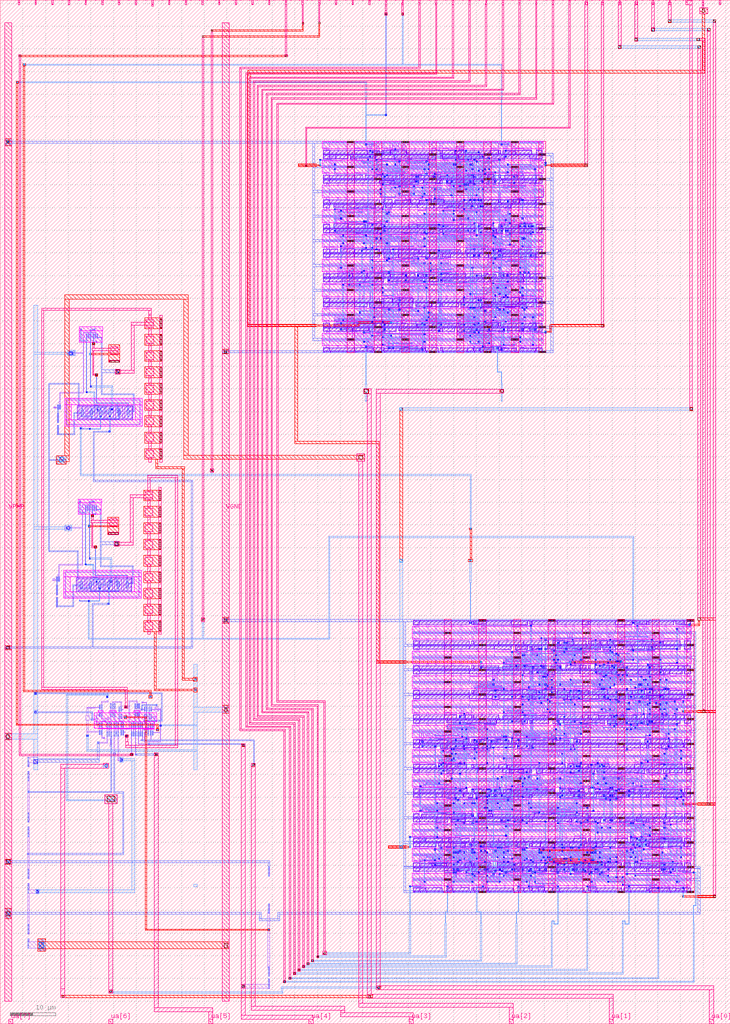
<source format=lef>
VERSION 5.7 ;
  NOWIREEXTENSIONATPIN ON ;
  DIVIDERCHAR "/" ;
  BUSBITCHARS "[]" ;
MACRO tt_um_mixed_signal_pulse_gen
  CLASS BLOCK ;
  FOREIGN tt_um_mixed_signal_pulse_gen ;
  ORIGIN 0.000 0.000 ;
  SIZE 161.000 BY 225.760 ;
  PIN clk
    DIRECTION INPUT ;
    USE SIGNAL ;
    ANTENNAGATEAREA 1.704000 ;
    PORT
      LAYER met4 ;
        RECT 154.870 224.760 155.170 225.760 ;
    END
  END clk
  PIN ena
    DIRECTION INPUT ;
    USE SIGNAL ;
    PORT
      LAYER met4 ;
        RECT 158.550 224.760 158.850 225.760 ;
    END
  END ena
  PIN rst_n
    DIRECTION INPUT ;
    USE SIGNAL ;
    ANTENNAGATEAREA 0.196500 ;
    PORT
      LAYER met4 ;
        RECT 151.190 224.760 151.490 225.760 ;
    END
  END rst_n
  PIN ua[0]
    DIRECTION INOUT ;
    USE SIGNAL ;
    ANTENNAGATEAREA 0.796500 ;
    PORT
      LAYER met4 ;
        RECT 156.410 0.000 157.310 1.000 ;
    END
  END ua[0]
  PIN ua[1]
    DIRECTION INOUT ;
    USE SIGNAL ;
    ANTENNAGATEAREA 1.096500 ;
    PORT
      LAYER met4 ;
        RECT 134.330 0.000 135.230 1.000 ;
    END
  END ua[1]
  PIN ua[2]
    DIRECTION INOUT ;
    USE SIGNAL ;
    ANTENNADIFFAREA 19.722900 ;
    PORT
      LAYER met4 ;
        RECT 112.250 0.000 113.150 1.000 ;
    END
  END ua[2]
  PIN ua[3]
    DIRECTION INOUT ;
    USE SIGNAL ;
    ANTENNADIFFAREA 0.580000 ;
    PORT
      LAYER met4 ;
        RECT 90.170 0.000 91.070 1.000 ;
    END
  END ua[3]
  PIN ua[4]
    DIRECTION INOUT ;
    USE SIGNAL ;
    ANTENNADIFFAREA 0.580000 ;
    PORT
      LAYER met4 ;
        RECT 68.090 0.000 68.990 1.000 ;
    END
  END ua[4]
  PIN ua[5]
    DIRECTION INOUT ;
    USE SIGNAL ;
    ANTENNADIFFAREA 0.580000 ;
    PORT
      LAYER met4 ;
        RECT 46.010 0.000 46.910 1.000 ;
    END
  END ua[5]
  PIN ua[6]
    DIRECTION INOUT ;
    USE SIGNAL ;
    PORT
      LAYER met4 ;
        RECT 23.930 0.000 24.830 1.000 ;
    END
  END ua[6]
  PIN ua[7]
    DIRECTION INOUT ;
    USE SIGNAL ;
    PORT
      LAYER met4 ;
        RECT 1.850 0.000 2.750 1.000 ;
    END
  END ua[7]
  PIN ui_in[0]
    DIRECTION INPUT ;
    USE SIGNAL ;
    ANTENNAGATEAREA 0.213000 ;
    PORT
      LAYER met4 ;
        RECT 147.510 224.760 147.810 225.760 ;
    END
  END ui_in[0]
  PIN ui_in[1]
    DIRECTION INPUT ;
    USE SIGNAL ;
    ANTENNAGATEAREA 0.126000 ;
    PORT
      LAYER met4 ;
        RECT 143.830 224.760 144.130 225.760 ;
    END
  END ui_in[1]
  PIN ui_in[2]
    DIRECTION INPUT ;
    USE SIGNAL ;
    ANTENNAGATEAREA 0.126000 ;
    PORT
      LAYER met4 ;
        RECT 140.150 224.760 140.450 225.760 ;
    END
  END ui_in[2]
  PIN ui_in[3]
    DIRECTION INPUT ;
    USE SIGNAL ;
    ANTENNAGATEAREA 0.213000 ;
    PORT
      LAYER met4 ;
        RECT 136.470 224.760 136.770 225.760 ;
    END
  END ui_in[3]
  PIN ui_in[4]
    DIRECTION INPUT ;
    USE SIGNAL ;
    ANTENNAGATEAREA 0.196500 ;
    PORT
      LAYER met4 ;
        RECT 132.790 224.760 133.090 225.760 ;
    END
  END ui_in[4]
  PIN ui_in[5]
    DIRECTION INPUT ;
    USE SIGNAL ;
    ANTENNAGATEAREA 0.196500 ;
    PORT
      LAYER met4 ;
        RECT 129.110 224.760 129.410 225.760 ;
    END
  END ui_in[5]
  PIN ui_in[6]
    DIRECTION INPUT ;
    USE SIGNAL ;
    ANTENNAGATEAREA 0.196500 ;
    PORT
      LAYER met4 ;
        RECT 125.430 224.760 125.730 225.760 ;
    END
  END ui_in[6]
  PIN ui_in[7]
    DIRECTION INPUT ;
    USE SIGNAL ;
    ANTENNAGATEAREA 0.196500 ;
    PORT
      LAYER met4 ;
        RECT 121.750 224.760 122.050 225.760 ;
    END
  END ui_in[7]
  PIN uio_in[0]
    DIRECTION INPUT ;
    USE SIGNAL ;
    ANTENNAGATEAREA 0.196500 ;
    PORT
      LAYER met4 ;
        RECT 118.070 224.760 118.370 225.760 ;
    END
  END uio_in[0]
  PIN uio_in[1]
    DIRECTION INPUT ;
    USE SIGNAL ;
    ANTENNAGATEAREA 0.196500 ;
    PORT
      LAYER met4 ;
        RECT 114.390 224.760 114.690 225.760 ;
    END
  END uio_in[1]
  PIN uio_in[2]
    DIRECTION INPUT ;
    USE SIGNAL ;
    ANTENNAGATEAREA 0.196500 ;
    PORT
      LAYER met4 ;
        RECT 110.710 224.760 111.010 225.760 ;
    END
  END uio_in[2]
  PIN uio_in[3]
    DIRECTION INPUT ;
    USE SIGNAL ;
    ANTENNAGATEAREA 0.196500 ;
    PORT
      LAYER met4 ;
        RECT 107.030 224.760 107.330 225.760 ;
    END
  END uio_in[3]
  PIN uio_in[4]
    DIRECTION INPUT ;
    USE SIGNAL ;
    ANTENNAGATEAREA 0.196500 ;
    PORT
      LAYER met4 ;
        RECT 103.350 224.760 103.650 225.760 ;
    END
  END uio_in[4]
  PIN uio_in[5]
    DIRECTION INPUT ;
    USE SIGNAL ;
    ANTENNAGATEAREA 0.196500 ;
    PORT
      LAYER met4 ;
        RECT 99.670 224.760 99.970 225.760 ;
    END
  END uio_in[5]
  PIN uio_in[6]
    DIRECTION INPUT ;
    USE SIGNAL ;
    ANTENNAGATEAREA 0.126000 ;
    PORT
      LAYER met4 ;
        RECT 95.990 224.760 96.290 225.760 ;
    END
  END uio_in[6]
  PIN uio_in[7]
    DIRECTION INPUT ;
    USE SIGNAL ;
    ANTENNAGATEAREA 0.196500 ;
    PORT
      LAYER met4 ;
        RECT 92.310 224.760 92.610 225.760 ;
    END
  END uio_in[7]
  PIN uio_oe[0]
    DIRECTION OUTPUT ;
    USE SIGNAL ;
    PORT
      LAYER met4 ;
        RECT 29.750 224.760 30.050 225.760 ;
    END
  END uio_oe[0]
  PIN uio_oe[1]
    DIRECTION OUTPUT ;
    USE SIGNAL ;
    PORT
      LAYER met4 ;
        RECT 26.070 224.760 26.370 225.760 ;
    END
  END uio_oe[1]
  PIN uio_oe[2]
    DIRECTION OUTPUT ;
    USE SIGNAL ;
    PORT
      LAYER met4 ;
        RECT 22.390 224.760 22.690 225.760 ;
    END
  END uio_oe[2]
  PIN uio_oe[3]
    DIRECTION OUTPUT ;
    USE SIGNAL ;
    PORT
      LAYER met4 ;
        RECT 18.710 224.760 19.010 225.760 ;
    END
  END uio_oe[3]
  PIN uio_oe[4]
    DIRECTION OUTPUT ;
    USE SIGNAL ;
    PORT
      LAYER met4 ;
        RECT 15.030 224.760 15.330 225.760 ;
    END
  END uio_oe[4]
  PIN uio_oe[5]
    DIRECTION OUTPUT ;
    USE SIGNAL ;
    PORT
      LAYER met4 ;
        RECT 11.350 224.760 11.650 225.760 ;
    END
  END uio_oe[5]
  PIN uio_oe[6]
    DIRECTION OUTPUT ;
    USE SIGNAL ;
    PORT
      LAYER met4 ;
        RECT 7.670 224.760 7.970 225.760 ;
    END
  END uio_oe[6]
  PIN uio_oe[7]
    DIRECTION OUTPUT ;
    USE SIGNAL ;
    PORT
      LAYER met4 ;
        RECT 3.990 224.760 4.290 225.760 ;
    END
  END uio_oe[7]
  PIN uio_out[0]
    DIRECTION OUTPUT ;
    USE SIGNAL ;
    PORT
      LAYER met4 ;
        RECT 59.190 224.760 59.490 225.760 ;
    END
  END uio_out[0]
  PIN uio_out[1]
    DIRECTION OUTPUT ;
    USE SIGNAL ;
    PORT
      LAYER met4 ;
        RECT 55.510 224.760 55.810 225.760 ;
    END
  END uio_out[1]
  PIN uio_out[2]
    DIRECTION OUTPUT ;
    USE SIGNAL ;
    PORT
      LAYER met4 ;
        RECT 51.830 224.760 52.130 225.760 ;
    END
  END uio_out[2]
  PIN uio_out[3]
    DIRECTION OUTPUT ;
    USE SIGNAL ;
    PORT
      LAYER met4 ;
        RECT 48.150 224.760 48.450 225.760 ;
    END
  END uio_out[3]
  PIN uio_out[4]
    DIRECTION OUTPUT ;
    USE SIGNAL ;
    PORT
      LAYER met4 ;
        RECT 44.470 224.760 44.770 225.760 ;
    END
  END uio_out[4]
  PIN uio_out[5]
    DIRECTION OUTPUT ;
    USE SIGNAL ;
    PORT
      LAYER met4 ;
        RECT 40.790 224.760 41.090 225.760 ;
    END
  END uio_out[5]
  PIN uio_out[6]
    DIRECTION OUTPUT ;
    USE SIGNAL ;
    PORT
      LAYER met4 ;
        RECT 37.110 224.760 37.410 225.760 ;
    END
  END uio_out[6]
  PIN uio_out[7]
    DIRECTION OUTPUT ;
    USE SIGNAL ;
    PORT
      LAYER met4 ;
        RECT 33.430 224.760 33.730 225.760 ;
    END
  END uio_out[7]
  PIN uo_out[0]
    DIRECTION OUTPUT ;
    USE SIGNAL ;
    ANTENNAGATEAREA 0.300000 ;
    ANTENNADIFFAREA 0.795200 ;
    PORT
      LAYER met4 ;
        RECT 88.630 224.760 88.930 225.760 ;
    END
  END uo_out[0]
  PIN uo_out[1]
    DIRECTION OUTPUT ;
    USE SIGNAL ;
    ANTENNAGATEAREA 0.300000 ;
    ANTENNADIFFAREA 1.085200 ;
    PORT
      LAYER met4 ;
        RECT 84.950 224.760 85.250 225.760 ;
    END
  END uo_out[1]
  PIN uo_out[2]
    DIRECTION OUTPUT ;
    USE SIGNAL ;
    PORT
      LAYER met4 ;
        RECT 81.270 224.760 81.570 225.760 ;
    END
  END uo_out[2]
  PIN uo_out[3]
    DIRECTION OUTPUT ;
    USE SIGNAL ;
    PORT
      LAYER met4 ;
        RECT 77.590 224.760 77.890 225.760 ;
    END
  END uo_out[3]
  PIN uo_out[4]
    DIRECTION OUTPUT ;
    USE SIGNAL ;
    PORT
      LAYER met4 ;
        RECT 73.910 224.760 74.210 225.760 ;
    END
  END uo_out[4]
  PIN uo_out[5]
    DIRECTION OUTPUT ;
    USE SIGNAL ;
    ANTENNAGATEAREA 0.150000 ;
    ANTENNADIFFAREA 0.795200 ;
    PORT
      LAYER met4 ;
        RECT 70.230 224.760 70.530 225.760 ;
    END
  END uo_out[5]
  PIN uo_out[6]
    DIRECTION OUTPUT ;
    USE SIGNAL ;
    ANTENNAGATEAREA 0.150000 ;
    ANTENNADIFFAREA 0.795200 ;
    PORT
      LAYER met4 ;
        RECT 66.550 224.760 66.850 225.760 ;
    END
  END uo_out[6]
  PIN uo_out[7]
    DIRECTION OUTPUT ;
    USE SIGNAL ;
    ANTENNADIFFAREA 0.580000 ;
    PORT
      LAYER met4 ;
        RECT 62.870 224.760 63.170 225.760 ;
    END
  END uo_out[7]
  PIN VPWR
    DIRECTION INOUT ;
    USE POWER ;
    PORT
      LAYER met4 ;
        RECT 1.000 5.000 2.500 220.760 ;
    END
  END VPWR
  PIN VGND
    DIRECTION INOUT ;
    USE GROUND ;
    PORT
      LAYER met4 ;
        RECT 49.000 5.000 50.500 220.760 ;
    END
  END VGND
  OBS
      LAYER nwell ;
        RECT 71.060 193.015 119.740 194.620 ;
      LAYER pwell ;
        RECT 71.255 191.815 72.625 192.625 ;
        RECT 72.635 191.815 78.145 192.625 ;
        RECT 78.155 191.815 80.905 192.625 ;
        RECT 80.915 191.815 83.655 192.495 ;
        RECT 84.145 191.900 84.575 192.685 ;
        RECT 84.595 191.815 85.965 192.625 ;
        RECT 86.070 192.495 86.990 192.725 ;
        RECT 86.070 191.815 89.535 192.495 ;
        RECT 89.655 191.815 95.165 192.625 ;
        RECT 95.175 191.815 97.005 192.625 ;
        RECT 97.025 191.900 97.455 192.685 ;
        RECT 97.475 191.815 100.225 192.625 ;
        RECT 101.285 192.495 102.215 192.725 ;
        RECT 100.380 191.815 102.215 192.495 ;
        RECT 102.535 191.815 108.045 192.625 ;
        RECT 108.055 191.815 109.885 192.625 ;
        RECT 109.905 191.900 110.335 192.685 ;
        RECT 110.815 191.815 113.555 192.495 ;
        RECT 113.575 191.815 117.245 192.625 ;
        RECT 118.175 191.815 119.545 192.625 ;
        RECT 71.395 191.605 71.565 191.815 ;
        RECT 72.775 191.605 72.945 191.815 ;
        RECT 74.155 191.605 74.325 191.795 ;
        RECT 76.910 191.655 77.030 191.765 ;
        RECT 78.295 191.625 78.465 191.815 ;
        RECT 81.055 191.625 81.225 191.815 ;
        RECT 82.430 191.605 82.600 191.795 ;
        RECT 82.890 191.605 83.060 191.795 ;
        RECT 83.810 191.655 83.930 191.765 ;
        RECT 84.275 191.605 84.445 191.795 ;
        RECT 84.735 191.625 84.905 191.815 ;
        RECT 89.335 191.625 89.505 191.815 ;
        RECT 89.795 191.625 89.965 191.815 ;
        RECT 93.935 191.605 94.105 191.795 ;
        RECT 95.315 191.625 95.485 191.815 ;
        RECT 95.770 191.605 95.940 191.795 ;
        RECT 96.245 191.650 96.405 191.760 ;
        RECT 97.615 191.625 97.785 191.815 ;
        RECT 100.380 191.795 100.545 191.815 ;
        RECT 100.375 191.625 100.545 191.795 ;
        RECT 100.835 191.605 101.005 191.795 ;
        RECT 101.295 191.605 101.465 191.795 ;
        RECT 102.675 191.625 102.845 191.815 ;
        RECT 104.055 191.605 104.225 191.795 ;
        RECT 105.900 191.605 106.070 191.795 ;
        RECT 108.195 191.625 108.365 191.815 ;
        RECT 110.490 191.655 110.610 191.765 ;
        RECT 110.955 191.625 111.125 191.815 ;
        RECT 111.415 191.605 111.585 191.795 ;
        RECT 113.715 191.625 113.885 191.815 ;
        RECT 117.405 191.660 117.565 191.770 ;
        RECT 117.845 191.605 118.015 191.795 ;
        RECT 119.235 191.605 119.405 191.815 ;
        RECT 71.255 190.795 72.625 191.605 ;
        RECT 72.635 190.825 74.005 191.605 ;
        RECT 74.015 190.795 76.765 191.605 ;
        RECT 77.235 190.925 82.745 191.605 ;
        RECT 77.235 190.695 78.625 190.925 ;
        RECT 82.775 190.695 84.125 191.605 ;
        RECT 84.135 190.795 86.885 191.605 ;
        RECT 86.935 190.925 94.245 191.605 ;
        RECT 86.935 190.695 88.285 190.925 ;
        RECT 89.820 190.705 90.730 190.925 ;
        RECT 94.255 190.695 96.085 191.605 ;
        RECT 97.025 190.735 97.455 191.520 ;
        RECT 97.570 190.925 101.035 191.605 ;
        RECT 97.570 190.695 98.490 190.925 ;
        RECT 101.165 190.695 103.895 191.605 ;
        RECT 103.915 190.795 105.745 191.605 ;
        RECT 105.755 190.925 111.265 191.605 ;
        RECT 109.875 190.695 111.265 190.925 ;
        RECT 111.275 190.795 116.785 191.605 ;
        RECT 116.795 190.825 118.165 191.605 ;
        RECT 118.175 190.795 119.545 191.605 ;
      LAYER nwell ;
        RECT 71.060 187.575 119.740 190.405 ;
      LAYER pwell ;
        RECT 71.255 186.375 72.625 187.185 ;
        RECT 72.635 186.375 78.145 187.185 ;
        RECT 78.155 186.375 79.985 187.185 ;
        RECT 83.175 187.085 84.125 187.285 ;
        RECT 80.455 186.405 84.125 187.085 ;
        RECT 84.145 186.460 84.575 187.245 ;
        RECT 88.110 187.055 89.020 187.275 ;
        RECT 90.555 187.055 91.905 187.285 ;
        RECT 71.395 186.165 71.565 186.375 ;
        RECT 72.775 186.165 72.945 186.375 ;
        RECT 78.295 186.165 78.465 186.375 ;
        RECT 80.130 186.215 80.250 186.325 ;
        RECT 80.600 186.185 80.770 186.405 ;
        RECT 83.175 186.375 84.125 186.405 ;
        RECT 84.595 186.375 91.905 187.055 ;
        RECT 92.050 187.055 92.970 187.285 ;
        RECT 92.050 186.375 95.515 187.055 ;
        RECT 95.645 186.375 96.995 187.285 ;
        RECT 100.530 187.055 101.440 187.275 ;
        RECT 102.975 187.055 104.325 187.285 ;
        RECT 97.015 186.375 104.325 187.055 ;
        RECT 104.455 186.375 107.455 187.285 ;
        RECT 107.595 186.375 108.945 187.285 ;
        RECT 109.905 186.460 110.335 187.245 ;
        RECT 113.080 187.085 114.025 187.285 ;
        RECT 111.275 186.405 114.025 187.085 ;
        RECT 84.735 186.185 84.905 186.375 ;
        RECT 71.255 185.355 72.625 186.165 ;
        RECT 72.635 185.355 78.145 186.165 ;
        RECT 78.155 185.355 83.665 186.165 ;
        RECT 83.675 186.135 84.620 186.165 ;
        RECT 86.575 186.135 86.745 186.355 ;
        RECT 91.200 186.185 91.370 186.355 ;
        RECT 91.200 186.165 91.310 186.185 ;
        RECT 91.635 186.165 91.805 186.355 ;
        RECT 93.475 186.165 93.645 186.355 ;
        RECT 95.315 186.185 95.485 186.375 ;
        RECT 95.775 186.185 95.945 186.375 ;
        RECT 97.155 186.185 97.325 186.375 ;
        RECT 97.625 186.210 97.785 186.320 ;
        RECT 98.540 186.165 98.710 186.355 ;
        RECT 83.675 185.935 86.745 186.135 ;
        RECT 83.675 185.455 86.885 185.935 ;
        RECT 83.675 185.255 84.620 185.455 ;
        RECT 85.955 185.255 86.885 185.455 ;
        RECT 86.895 185.485 91.310 186.165 ;
        RECT 86.895 185.255 90.825 185.485 ;
        RECT 91.495 185.355 93.325 186.165 ;
        RECT 93.445 185.485 96.910 186.165 ;
        RECT 95.990 185.255 96.910 185.485 ;
        RECT 97.025 185.295 97.455 186.080 ;
        RECT 98.395 185.485 102.065 186.165 ;
        RECT 102.210 186.135 102.380 186.355 ;
        RECT 104.515 186.165 104.685 186.375 ;
        RECT 107.275 186.165 107.445 186.355 ;
        RECT 107.740 186.185 107.910 186.375 ;
        RECT 108.655 186.165 108.825 186.355 ;
        RECT 109.115 186.165 109.285 186.355 ;
        RECT 110.505 186.220 110.665 186.330 ;
        RECT 110.955 186.165 111.125 186.355 ;
        RECT 111.420 186.185 111.590 186.405 ;
        RECT 113.080 186.375 114.025 186.405 ;
        RECT 114.035 186.375 115.405 187.155 ;
        RECT 115.415 186.375 118.165 187.185 ;
        RECT 118.175 186.375 119.545 187.185 ;
        RECT 115.095 186.185 115.265 186.375 ;
        RECT 115.555 186.185 115.725 186.375 ;
        RECT 119.235 186.165 119.405 186.375 ;
        RECT 103.410 186.135 104.365 186.165 ;
        RECT 98.395 185.255 99.320 185.485 ;
        RECT 102.085 185.455 104.365 186.135 ;
        RECT 103.410 185.255 104.365 185.455 ;
        RECT 104.375 185.355 106.205 186.165 ;
        RECT 106.215 185.385 107.585 186.165 ;
        RECT 107.595 185.385 108.965 186.165 ;
        RECT 108.975 185.355 110.805 186.165 ;
        RECT 110.815 185.485 118.125 186.165 ;
        RECT 114.330 185.265 115.240 185.485 ;
        RECT 116.775 185.255 118.125 185.485 ;
        RECT 118.175 185.355 119.545 186.165 ;
      LAYER nwell ;
        RECT 71.060 182.135 119.740 184.965 ;
      LAYER pwell ;
        RECT 71.255 180.935 72.625 181.745 ;
        RECT 72.635 180.935 78.145 181.745 ;
        RECT 78.155 180.935 83.665 181.745 ;
        RECT 84.145 181.020 84.575 181.805 ;
        RECT 84.595 180.935 86.425 181.745 ;
        RECT 89.550 181.615 90.470 181.845 ;
        RECT 87.005 180.935 90.470 181.615 ;
        RECT 90.575 180.935 92.405 181.745 ;
        RECT 94.220 181.645 95.165 181.845 ;
        RECT 92.415 180.965 95.165 181.645 ;
        RECT 71.395 180.725 71.565 180.935 ;
        RECT 72.775 180.745 72.945 180.935 ;
        RECT 73.695 180.725 73.865 180.915 ;
        RECT 78.295 180.745 78.465 180.935 ;
        RECT 82.895 180.725 83.065 180.915 ;
        RECT 84.735 180.885 84.905 180.935 ;
        RECT 83.810 180.775 83.930 180.885 ;
        RECT 84.730 180.775 84.905 180.885 ;
        RECT 84.735 180.745 84.905 180.775 ;
        RECT 86.105 180.725 86.275 180.915 ;
        RECT 86.575 180.885 86.745 180.915 ;
        RECT 86.570 180.775 86.745 180.885 ;
        RECT 86.575 180.725 86.745 180.775 ;
        RECT 87.035 180.745 87.205 180.935 ;
        RECT 90.715 180.745 90.885 180.935 ;
        RECT 92.095 180.725 92.265 180.915 ;
        RECT 92.560 180.745 92.730 180.965 ;
        RECT 94.220 180.935 95.165 180.965 ;
        RECT 95.635 180.935 97.825 181.845 ;
        RECT 97.935 180.935 103.445 181.745 ;
        RECT 103.930 181.615 105.300 181.845 ;
        RECT 103.930 180.935 106.205 181.615 ;
        RECT 106.215 180.935 109.885 181.745 ;
        RECT 109.905 181.020 110.335 181.805 ;
        RECT 110.355 180.935 113.105 181.745 ;
        RECT 113.125 180.935 114.475 181.845 ;
        RECT 114.590 181.615 115.510 181.845 ;
        RECT 114.590 180.935 118.055 181.615 ;
        RECT 118.175 180.935 119.545 181.745 ;
        RECT 95.780 180.915 95.950 180.935 ;
        RECT 95.310 180.775 95.430 180.885 ;
        RECT 95.775 180.745 95.950 180.915 ;
        RECT 98.075 180.745 98.245 180.935 ;
        RECT 99.455 180.745 99.625 180.915 ;
        RECT 95.775 180.725 95.945 180.745 ;
        RECT 99.455 180.725 99.620 180.745 ;
        RECT 99.915 180.725 100.085 180.915 ;
        RECT 101.295 180.725 101.465 180.915 ;
        RECT 103.590 180.775 103.710 180.885 ;
        RECT 104.055 180.725 104.225 180.915 ;
        RECT 105.435 180.725 105.605 180.915 ;
        RECT 105.890 180.745 106.060 180.935 ;
        RECT 106.355 180.745 106.525 180.935 ;
        RECT 110.495 180.745 110.665 180.935 ;
        RECT 112.795 180.725 112.965 180.915 ;
        RECT 114.175 180.745 114.345 180.935 ;
        RECT 117.855 180.745 118.025 180.935 ;
        RECT 119.235 180.725 119.405 180.935 ;
        RECT 71.255 179.915 72.625 180.725 ;
        RECT 73.555 180.045 82.745 180.725 ;
        RECT 78.065 179.825 78.995 180.045 ;
        RECT 81.825 179.815 82.745 180.045 ;
        RECT 82.755 179.915 84.585 180.725 ;
        RECT 85.055 179.945 86.425 180.725 ;
        RECT 86.435 179.915 91.945 180.725 ;
        RECT 91.955 179.915 95.625 180.725 ;
        RECT 95.635 179.915 97.005 180.725 ;
        RECT 97.025 179.855 97.455 180.640 ;
        RECT 97.785 180.045 99.620 180.725 ;
        RECT 97.785 179.815 98.715 180.045 ;
        RECT 99.775 179.915 101.145 180.725 ;
        RECT 101.165 179.815 103.895 180.725 ;
        RECT 103.915 179.915 105.285 180.725 ;
        RECT 105.295 180.045 112.605 180.725 ;
        RECT 108.810 179.825 109.720 180.045 ;
        RECT 111.255 179.815 112.605 180.045 ;
        RECT 112.655 179.915 118.165 180.725 ;
        RECT 118.175 179.915 119.545 180.725 ;
      LAYER nwell ;
        RECT 71.060 176.695 119.740 179.525 ;
      LAYER pwell ;
        RECT 71.255 175.495 72.625 176.305 ;
        RECT 73.555 175.495 76.725 176.405 ;
        RECT 76.775 175.495 80.445 176.305 ;
        RECT 80.915 175.495 84.085 176.405 ;
        RECT 84.145 175.580 84.575 176.365 ;
        RECT 84.595 175.495 90.105 176.305 ;
        RECT 90.115 175.495 91.945 176.305 ;
        RECT 101.250 176.175 102.170 176.405 ;
        RECT 105.390 176.175 106.310 176.405 ;
        RECT 91.955 175.495 101.060 176.175 ;
        RECT 101.250 175.495 104.715 176.175 ;
        RECT 105.390 175.495 108.855 176.175 ;
        RECT 109.905 175.580 110.335 176.365 ;
        RECT 110.355 176.175 111.285 176.405 ;
        RECT 110.355 175.495 114.255 176.175 ;
        RECT 114.495 175.495 115.845 176.405 ;
        RECT 115.875 175.495 117.225 176.405 ;
        RECT 118.175 175.495 119.545 176.305 ;
        RECT 71.395 175.285 71.565 175.495 ;
        RECT 72.775 175.285 72.945 175.475 ;
        RECT 74.155 175.285 74.325 175.475 ;
        RECT 76.455 175.305 76.625 175.495 ;
        RECT 76.915 175.305 77.085 175.495 ;
        RECT 80.590 175.335 80.710 175.445 ;
        RECT 83.355 175.285 83.525 175.475 ;
        RECT 83.815 175.305 83.985 175.495 ;
        RECT 84.735 175.285 84.905 175.495 ;
        RECT 90.255 175.305 90.425 175.495 ;
        RECT 92.095 175.305 92.265 175.495 ;
        RECT 93.930 175.335 94.050 175.445 ;
        RECT 94.395 175.285 94.565 175.475 ;
        RECT 97.615 175.285 97.785 175.475 ;
        RECT 104.515 175.305 104.685 175.495 ;
        RECT 104.970 175.335 105.090 175.445 ;
        RECT 108.655 175.305 108.825 175.495 ;
        RECT 108.840 175.285 109.010 175.475 ;
        RECT 109.125 175.340 109.285 175.450 ;
        RECT 110.490 175.285 110.660 175.475 ;
        RECT 110.770 175.305 110.940 175.495 ;
        RECT 110.950 175.335 111.070 175.445 ;
        RECT 114.820 175.285 114.990 175.475 ;
        RECT 115.560 175.305 115.730 175.495 ;
        RECT 116.940 175.305 117.110 175.495 ;
        RECT 117.395 175.305 117.565 175.475 ;
        RECT 117.850 175.335 117.970 175.445 ;
        RECT 117.395 175.285 117.560 175.305 ;
        RECT 119.235 175.285 119.405 175.495 ;
        RECT 71.255 174.475 72.625 175.285 ;
        RECT 72.635 174.475 74.005 175.285 ;
        RECT 74.015 174.605 83.205 175.285 ;
        RECT 78.525 174.385 79.455 174.605 ;
        RECT 82.285 174.375 83.205 174.605 ;
        RECT 83.215 174.475 84.585 175.285 ;
        RECT 84.595 174.605 93.785 175.285 ;
        RECT 89.105 174.385 90.035 174.605 ;
        RECT 92.865 174.375 93.785 174.605 ;
        RECT 94.255 174.375 97.005 175.285 ;
        RECT 97.025 174.415 97.455 175.200 ;
        RECT 97.475 174.605 104.785 175.285 ;
        RECT 105.525 174.605 109.425 175.285 ;
        RECT 100.990 174.385 101.900 174.605 ;
        RECT 103.435 174.375 104.785 174.605 ;
        RECT 108.495 174.375 109.425 174.605 ;
        RECT 109.455 174.375 110.805 175.285 ;
        RECT 111.505 174.605 115.405 175.285 ;
        RECT 114.475 174.375 115.405 174.605 ;
        RECT 115.725 174.605 117.560 175.285 ;
        RECT 115.725 174.375 116.655 174.605 ;
        RECT 118.175 174.475 119.545 175.285 ;
      LAYER nwell ;
        RECT 71.060 171.255 119.740 174.085 ;
      LAYER pwell ;
        RECT 71.255 170.055 72.625 170.865 ;
        RECT 72.635 170.055 74.465 170.865 ;
        RECT 74.935 170.055 78.045 170.965 ;
        RECT 78.155 170.055 83.665 170.865 ;
        RECT 84.145 170.140 84.575 170.925 ;
        RECT 84.595 170.055 85.965 170.835 ;
        RECT 85.975 170.055 87.805 170.865 ;
        RECT 87.815 170.735 91.745 170.965 ;
        RECT 106.050 170.735 106.960 170.955 ;
        RECT 108.495 170.735 109.845 170.965 ;
        RECT 87.815 170.055 92.230 170.735 ;
        RECT 92.415 170.055 101.520 170.735 ;
        RECT 102.535 170.055 109.845 170.735 ;
        RECT 109.905 170.140 110.335 170.925 ;
        RECT 110.450 170.735 111.370 170.965 ;
        RECT 114.130 170.735 115.050 170.965 ;
        RECT 110.450 170.055 113.915 170.735 ;
        RECT 114.130 170.055 117.595 170.735 ;
        RECT 118.175 170.055 119.545 170.865 ;
        RECT 71.395 169.845 71.565 170.055 ;
        RECT 72.775 169.845 72.945 170.055 ;
        RECT 74.610 169.895 74.730 170.005 ;
        RECT 77.835 169.865 78.005 170.055 ;
        RECT 78.295 169.845 78.465 170.055 ;
        RECT 84.745 170.035 84.915 170.055 ;
        RECT 83.810 170.000 83.930 170.005 ;
        RECT 83.810 169.895 83.985 170.000 ;
        RECT 83.825 169.890 83.985 169.895 ;
        RECT 84.735 169.865 84.915 170.035 ;
        RECT 86.115 169.865 86.285 170.055 ;
        RECT 92.120 170.035 92.230 170.055 ;
        RECT 84.735 169.845 84.905 169.865 ;
        RECT 87.955 169.845 88.125 170.035 ;
        RECT 91.175 169.845 91.345 170.035 ;
        RECT 92.120 169.865 92.290 170.035 ;
        RECT 92.555 169.865 92.725 170.055 ;
        RECT 94.855 169.845 95.025 170.035 ;
        RECT 96.690 169.895 96.810 170.005 ;
        RECT 97.615 169.845 97.785 170.035 ;
        RECT 99.455 169.845 99.625 170.035 ;
        RECT 101.765 169.900 101.925 170.010 ;
        RECT 102.675 169.865 102.845 170.055 ;
        RECT 103.135 169.845 103.305 170.035 ;
        RECT 105.435 169.845 105.605 170.035 ;
        RECT 105.895 169.845 106.065 170.035 ;
        RECT 107.735 169.845 107.905 170.035 ;
        RECT 110.955 169.845 111.125 170.035 ;
        RECT 113.715 169.865 113.885 170.055 ;
        RECT 117.395 169.865 117.565 170.055 ;
        RECT 117.850 169.895 117.970 170.005 ;
        RECT 119.235 169.845 119.405 170.055 ;
        RECT 71.255 169.035 72.625 169.845 ;
        RECT 72.635 169.035 78.145 169.845 ;
        RECT 78.155 169.035 83.665 169.845 ;
        RECT 84.635 168.935 87.805 169.845 ;
        RECT 87.855 168.935 91.025 169.845 ;
        RECT 91.145 169.165 94.610 169.845 ;
        RECT 93.690 168.935 94.610 169.165 ;
        RECT 94.715 169.035 96.545 169.845 ;
        RECT 97.025 168.975 97.455 169.760 ;
        RECT 97.475 169.165 99.305 169.845 ;
        RECT 97.960 168.935 99.305 169.165 ;
        RECT 99.315 169.035 102.985 169.845 ;
        RECT 102.995 169.035 104.365 169.845 ;
        RECT 104.375 169.065 105.745 169.845 ;
        RECT 105.755 169.035 107.585 169.845 ;
        RECT 107.695 168.935 110.805 169.845 ;
        RECT 110.815 169.165 118.125 169.845 ;
        RECT 114.330 168.945 115.240 169.165 ;
        RECT 116.775 168.935 118.125 169.165 ;
        RECT 118.175 169.035 119.545 169.845 ;
      LAYER nwell ;
        RECT 71.060 165.815 119.740 168.645 ;
      LAYER pwell ;
        RECT 71.255 164.615 72.625 165.425 ;
        RECT 72.635 164.615 74.465 165.425 ;
        RECT 74.475 164.615 77.585 165.525 ;
        RECT 77.695 164.615 80.805 165.525 ;
        RECT 80.955 164.615 84.125 165.525 ;
        RECT 84.145 164.700 84.575 165.485 ;
        RECT 84.595 164.615 85.965 165.425 ;
        RECT 88.630 165.295 89.550 165.525 ;
        RECT 86.085 164.615 89.550 165.295 ;
        RECT 89.655 164.615 91.485 165.425 ;
        RECT 91.955 164.615 93.325 165.395 ;
        RECT 97.845 165.295 98.775 165.515 ;
        RECT 101.605 165.295 102.525 165.525 ;
        RECT 93.335 164.615 102.525 165.295 ;
        RECT 102.535 164.615 106.205 165.425 ;
        RECT 106.675 165.325 107.620 165.525 ;
        RECT 106.675 164.645 109.425 165.325 ;
        RECT 109.905 164.700 110.335 165.485 ;
        RECT 106.675 164.615 107.620 164.645 ;
        RECT 71.395 164.405 71.565 164.615 ;
        RECT 72.775 164.405 72.945 164.615 ;
        RECT 75.535 164.405 75.705 164.595 ;
        RECT 77.375 164.425 77.545 164.615 ;
        RECT 80.595 164.425 80.765 164.615 ;
        RECT 81.055 164.425 81.225 164.615 ;
        RECT 84.735 164.425 84.905 164.615 ;
        RECT 86.115 164.425 86.285 164.615 ;
        RECT 89.795 164.425 89.965 164.615 ;
        RECT 91.630 164.455 91.750 164.565 ;
        RECT 93.005 164.425 93.175 164.615 ;
        RECT 93.475 164.425 93.645 164.615 ;
        RECT 94.395 164.405 94.565 164.595 ;
        RECT 94.855 164.405 95.025 164.595 ;
        RECT 96.690 164.455 96.810 164.565 ;
        RECT 97.615 164.405 97.785 164.595 ;
        RECT 102.675 164.425 102.845 164.615 ;
        RECT 106.350 164.455 106.470 164.565 ;
        RECT 106.815 164.405 106.985 164.595 ;
        RECT 108.195 164.405 108.365 164.595 ;
        RECT 109.110 164.425 109.280 164.645 ;
        RECT 110.355 164.615 111.725 165.425 ;
        RECT 111.830 165.295 112.750 165.525 ;
        RECT 111.830 164.615 115.295 165.295 ;
        RECT 115.415 164.615 116.765 165.525 ;
        RECT 116.795 164.615 118.165 165.425 ;
        RECT 118.175 164.615 119.545 165.425 ;
        RECT 109.570 164.455 109.690 164.565 ;
        RECT 110.495 164.425 110.665 164.615 ;
        RECT 115.095 164.425 115.265 164.615 ;
        RECT 115.555 164.405 115.725 164.595 ;
        RECT 116.480 164.425 116.650 164.615 ;
        RECT 116.935 164.425 117.105 164.615 ;
        RECT 119.235 164.405 119.405 164.615 ;
        RECT 71.255 163.595 72.625 164.405 ;
        RECT 72.635 163.595 75.385 164.405 ;
        RECT 75.395 163.725 84.585 164.405 ;
        RECT 79.905 163.505 80.835 163.725 ;
        RECT 83.665 163.495 84.585 163.725 ;
        RECT 85.515 163.725 94.705 164.405 ;
        RECT 85.515 163.495 86.435 163.725 ;
        RECT 89.265 163.505 90.195 163.725 ;
        RECT 94.715 163.595 96.545 164.405 ;
        RECT 97.025 163.535 97.455 164.320 ;
        RECT 97.475 163.725 106.665 164.405 ;
        RECT 101.985 163.505 102.915 163.725 ;
        RECT 105.745 163.495 106.665 163.725 ;
        RECT 106.675 163.595 108.045 164.405 ;
        RECT 108.055 163.725 115.365 164.405 ;
        RECT 111.570 163.505 112.480 163.725 ;
        RECT 114.015 163.495 115.365 163.725 ;
        RECT 115.415 163.595 118.165 164.405 ;
        RECT 118.175 163.595 119.545 164.405 ;
      LAYER nwell ;
        RECT 71.060 160.375 119.740 163.205 ;
      LAYER pwell ;
        RECT 71.255 159.175 72.625 159.985 ;
        RECT 72.635 159.175 78.145 159.985 ;
        RECT 78.155 159.175 83.665 159.985 ;
        RECT 84.145 159.260 84.575 160.045 ;
        RECT 84.595 159.175 86.425 159.985 ;
        RECT 87.095 159.855 91.025 160.085 ;
        RECT 86.610 159.175 91.025 159.855 ;
        RECT 91.035 159.175 96.545 159.985 ;
        RECT 96.555 159.175 102.065 159.985 ;
        RECT 104.730 159.855 105.650 160.085 ;
        RECT 102.185 159.175 105.650 159.855 ;
        RECT 105.850 159.855 106.770 160.085 ;
        RECT 105.850 159.175 109.315 159.855 ;
        RECT 109.905 159.260 110.335 160.045 ;
        RECT 110.425 159.175 114.485 160.085 ;
        RECT 114.590 159.855 115.510 160.085 ;
        RECT 114.590 159.175 118.055 159.855 ;
        RECT 118.175 159.175 119.545 159.985 ;
        RECT 71.395 158.965 71.565 159.175 ;
        RECT 72.775 158.965 72.945 159.175 ;
        RECT 78.295 158.965 78.465 159.175 ;
        RECT 81.050 159.015 81.170 159.125 ;
        RECT 81.515 158.965 81.685 159.155 ;
        RECT 83.810 159.015 83.930 159.125 ;
        RECT 84.735 158.985 84.905 159.175 ;
        RECT 86.610 159.155 86.720 159.175 ;
        RECT 86.550 158.985 86.720 159.155 ;
        RECT 87.495 158.965 87.665 159.155 ;
        RECT 87.955 158.965 88.125 159.155 ;
        RECT 91.175 159.125 91.345 159.175 ;
        RECT 91.170 159.015 91.345 159.125 ;
        RECT 91.175 158.985 91.345 159.015 ;
        RECT 91.635 158.965 91.805 159.155 ;
        RECT 95.315 158.965 95.485 159.155 ;
        RECT 96.695 158.985 96.865 159.175 ;
        RECT 97.615 158.965 97.785 159.155 ;
        RECT 101.290 159.015 101.410 159.125 ;
        RECT 101.755 158.965 101.925 159.155 ;
        RECT 102.215 158.985 102.385 159.175 ;
        RECT 105.890 159.015 106.010 159.125 ;
        RECT 109.115 158.985 109.285 159.175 ;
        RECT 109.570 159.015 109.690 159.125 ;
        RECT 114.175 158.985 114.345 159.175 ;
        RECT 115.555 158.965 115.725 159.155 ;
        RECT 116.015 158.965 116.185 159.155 ;
        RECT 117.855 159.125 118.025 159.175 ;
        RECT 117.850 159.015 118.025 159.125 ;
        RECT 117.855 158.985 118.025 159.015 ;
        RECT 119.235 158.965 119.405 159.175 ;
        RECT 71.255 158.155 72.625 158.965 ;
        RECT 72.635 158.155 78.145 158.965 ;
        RECT 78.155 158.155 80.905 158.965 ;
        RECT 81.415 158.055 84.585 158.965 ;
        RECT 84.595 158.055 87.765 158.965 ;
        RECT 87.855 158.055 91.025 158.965 ;
        RECT 91.605 158.285 95.070 158.965 ;
        RECT 94.150 158.055 95.070 158.285 ;
        RECT 95.175 158.155 97.005 158.965 ;
        RECT 97.025 158.095 97.455 158.880 ;
        RECT 97.475 158.155 101.145 158.965 ;
        RECT 101.615 158.055 105.675 158.965 ;
        RECT 106.215 158.715 111.310 158.965 ;
        RECT 114.105 158.795 115.865 158.965 ;
        RECT 113.610 158.750 115.865 158.795 ;
        RECT 112.670 158.715 115.865 158.750 ;
        RECT 106.215 158.285 115.865 158.715 ;
        RECT 106.215 158.055 108.235 158.285 ;
        RECT 107.315 158.035 108.235 158.055 ;
        RECT 111.310 158.115 114.540 158.285 ;
        RECT 115.875 158.155 117.705 158.965 ;
        RECT 118.175 158.155 119.545 158.965 ;
        RECT 111.310 158.070 113.600 158.115 ;
        RECT 111.310 158.035 112.660 158.070 ;
      LAYER nwell ;
        RECT 71.060 154.935 119.740 157.765 ;
      LAYER pwell ;
        RECT 71.255 153.735 72.625 154.545 ;
        RECT 78.065 154.415 78.995 154.635 ;
        RECT 81.825 154.415 82.745 154.645 ;
        RECT 73.555 153.735 82.745 154.415 ;
        RECT 82.755 153.735 84.125 154.545 ;
        RECT 84.145 153.820 84.575 154.605 ;
        RECT 84.690 154.415 85.610 154.645 ;
        RECT 88.370 154.415 89.290 154.645 ;
        RECT 96.465 154.415 97.395 154.635 ;
        RECT 100.225 154.415 101.145 154.645 ;
        RECT 104.670 154.415 105.580 154.635 ;
        RECT 107.115 154.415 108.465 154.645 ;
        RECT 84.690 153.735 88.155 154.415 ;
        RECT 88.370 153.735 91.835 154.415 ;
        RECT 91.955 153.735 101.145 154.415 ;
        RECT 101.155 153.735 108.465 154.415 ;
        RECT 108.525 153.735 109.875 154.645 ;
        RECT 109.905 153.820 110.335 154.605 ;
        RECT 114.330 154.415 115.240 154.635 ;
        RECT 116.775 154.415 118.125 154.645 ;
        RECT 110.815 153.735 118.125 154.415 ;
        RECT 118.175 153.735 119.545 154.545 ;
      LAYER nwell ;
        RECT 17.405 152.860 22.575 153.700 ;
      LAYER pwell ;
        RECT 71.395 153.525 71.565 153.735 ;
        RECT 72.775 153.525 72.945 153.715 ;
        RECT 73.695 153.545 73.865 153.735 ;
        RECT 76.455 153.525 76.625 153.715 ;
        RECT 81.055 153.525 81.225 153.715 ;
        RECT 82.895 153.545 83.065 153.735 ;
        RECT 84.275 153.525 84.445 153.715 ;
        RECT 84.735 153.525 84.905 153.715 ;
        RECT 87.490 153.575 87.610 153.685 ;
        RECT 87.955 153.545 88.125 153.735 ;
        RECT 91.635 153.545 91.805 153.735 ;
        RECT 92.095 153.545 92.265 153.735 ;
        RECT 96.695 153.525 96.865 153.715 ;
        RECT 97.615 153.525 97.785 153.715 ;
        RECT 100.370 153.575 100.490 153.685 ;
        RECT 101.295 153.545 101.465 153.735 ;
        RECT 103.595 153.525 103.765 153.715 ;
        RECT 104.055 153.525 104.225 153.715 ;
        RECT 109.575 153.545 109.745 153.735 ;
        RECT 110.490 153.575 110.610 153.685 ;
        RECT 110.955 153.545 111.125 153.735 ;
        RECT 111.410 153.575 111.530 153.685 ;
        RECT 111.875 153.525 112.045 153.715 ;
        RECT 115.555 153.525 115.725 153.715 ;
        RECT 117.845 153.525 118.015 153.715 ;
        RECT 119.235 153.525 119.405 153.735 ;
      LAYER nwell ;
        RECT 17.410 150.285 22.530 152.860 ;
      LAYER pwell ;
        RECT 71.255 152.715 72.625 153.525 ;
        RECT 72.635 152.715 76.305 153.525 ;
        RECT 76.315 152.715 77.685 153.525 ;
        RECT 77.790 152.845 81.255 153.525 ;
        RECT 77.790 152.615 78.710 152.845 ;
        RECT 81.375 152.615 84.545 153.525 ;
        RECT 84.595 152.715 87.345 153.525 ;
        RECT 87.900 152.845 97.005 153.525 ;
        RECT 97.025 152.655 97.455 153.440 ;
        RECT 97.475 152.715 100.225 153.525 ;
        RECT 100.825 152.615 103.825 153.525 ;
        RECT 103.915 152.845 111.225 153.525 ;
        RECT 111.845 152.845 115.310 153.525 ;
        RECT 107.430 152.625 108.340 152.845 ;
        RECT 109.875 152.615 111.225 152.845 ;
        RECT 114.390 152.615 115.310 152.845 ;
        RECT 115.415 152.715 116.785 153.525 ;
        RECT 116.795 152.745 118.165 153.525 ;
        RECT 118.175 152.715 119.545 153.525 ;
      LAYER nwell ;
        RECT 71.060 149.495 119.740 152.325 ;
      LAYER pwell ;
        RECT 71.255 148.295 72.625 149.105 ;
        RECT 72.635 148.295 78.145 149.105 ;
        RECT 78.155 148.295 80.905 149.105 ;
        RECT 80.915 148.295 82.285 149.075 ;
        RECT 82.295 148.295 84.125 149.105 ;
        RECT 84.145 148.380 84.575 149.165 ;
        RECT 89.105 148.975 90.035 149.195 ;
        RECT 92.865 148.975 93.785 149.205 ;
        RECT 84.595 148.295 93.785 148.975 ;
        RECT 93.795 148.295 96.545 149.105 ;
        RECT 97.025 148.380 97.455 149.165 ;
        RECT 97.475 148.295 102.985 149.105 ;
        RECT 102.995 148.295 104.365 149.105 ;
        RECT 104.375 148.295 105.745 149.075 ;
        RECT 105.835 148.295 108.835 149.205 ;
        RECT 109.905 148.380 110.335 149.165 ;
        RECT 110.450 148.975 111.370 149.205 ;
        RECT 114.590 148.975 115.510 149.205 ;
        RECT 110.450 148.295 113.915 148.975 ;
        RECT 114.590 148.295 118.055 148.975 ;
        RECT 118.175 148.295 119.545 149.105 ;
        RECT 71.395 148.105 71.565 148.295 ;
        RECT 72.775 148.105 72.945 148.295 ;
        RECT 78.295 148.105 78.465 148.295 ;
        RECT 81.975 148.105 82.145 148.295 ;
        RECT 82.435 148.105 82.605 148.295 ;
        RECT 84.735 148.105 84.905 148.295 ;
        RECT 93.935 148.105 94.105 148.295 ;
        RECT 96.690 148.135 96.810 148.245 ;
        RECT 97.615 148.105 97.785 148.295 ;
        RECT 103.135 148.105 103.305 148.295 ;
        RECT 104.515 148.105 104.685 148.295 ;
        RECT 105.895 148.105 106.065 148.295 ;
        RECT 109.125 148.140 109.285 148.250 ;
        RECT 113.715 148.105 113.885 148.295 ;
        RECT 114.170 148.135 114.290 148.245 ;
        RECT 117.855 148.105 118.025 148.295 ;
        RECT 119.235 148.105 119.405 148.295 ;
      LAYER nwell ;
        RECT 14.250 136.535 31.270 137.965 ;
        RECT 14.250 133.205 15.680 136.535 ;
      LAYER pwell ;
        RECT 23.120 136.340 27.250 136.345 ;
        RECT 23.120 136.335 29.275 136.340 ;
        RECT 17.030 133.245 29.275 136.335 ;
        RECT 17.030 133.235 23.200 133.245 ;
        RECT 27.165 133.240 29.275 133.245 ;
      LAYER nwell ;
        RECT 29.760 133.205 31.270 136.535 ;
        RECT 14.250 131.775 31.270 133.205 ;
        RECT 17.185 114.890 22.355 115.730 ;
        RECT 17.190 112.315 22.310 114.890 ;
        RECT 14.030 98.565 31.050 99.995 ;
        RECT 14.030 95.235 15.460 98.565 ;
      LAYER pwell ;
        RECT 22.900 98.370 27.030 98.375 ;
        RECT 22.900 98.365 29.055 98.370 ;
        RECT 16.810 95.275 29.055 98.365 ;
        RECT 16.810 95.265 22.980 95.275 ;
        RECT 26.945 95.270 29.055 95.275 ;
      LAYER nwell ;
        RECT 29.540 95.235 31.050 98.565 ;
        RECT 14.030 93.805 31.050 95.235 ;
      LAYER pwell ;
        RECT 91.205 88.835 91.375 89.025 ;
        RECT 92.585 88.835 92.755 89.025 ;
        RECT 98.105 88.835 98.275 89.025 ;
        RECT 103.620 88.885 103.740 88.995 ;
        RECT 106.845 88.835 107.015 89.025 ;
        RECT 107.305 88.835 107.475 89.025 ;
        RECT 112.825 88.835 112.995 89.025 ;
        RECT 116.500 88.885 116.620 88.995 ;
        RECT 117.425 88.835 117.595 89.025 ;
        RECT 122.945 88.835 123.115 89.025 ;
        RECT 128.465 88.835 128.635 89.025 ;
        RECT 130.305 88.835 130.475 89.025 ;
        RECT 135.825 88.835 135.995 89.025 ;
        RECT 139.500 88.885 139.620 88.995 ;
        RECT 139.965 88.835 140.135 89.025 ;
        RECT 143.185 88.835 143.355 89.025 ;
        RECT 148.700 88.885 148.820 88.995 ;
        RECT 150.545 88.835 150.715 89.025 ;
        RECT 151.925 88.835 152.095 89.025 ;
        RECT 91.065 88.025 92.435 88.835 ;
        RECT 92.445 88.025 97.955 88.835 ;
        RECT 97.965 88.025 103.475 88.835 ;
        RECT 103.955 87.965 104.385 88.750 ;
        RECT 104.415 88.155 107.155 88.835 ;
        RECT 107.165 88.025 112.675 88.835 ;
        RECT 112.685 88.025 116.355 88.835 ;
        RECT 116.835 87.965 117.265 88.750 ;
        RECT 117.285 88.025 122.795 88.835 ;
        RECT 122.805 88.025 128.315 88.835 ;
        RECT 128.325 88.025 129.695 88.835 ;
        RECT 129.715 87.965 130.145 88.750 ;
        RECT 130.165 88.025 135.675 88.835 ;
        RECT 135.685 88.025 139.355 88.835 ;
        RECT 139.825 88.155 142.565 88.835 ;
        RECT 142.595 87.965 143.025 88.750 ;
        RECT 143.045 88.025 148.555 88.835 ;
        RECT 149.025 88.155 150.855 88.835 ;
        RECT 150.865 88.025 152.235 88.835 ;
      LAYER nwell ;
        RECT 90.870 84.805 152.430 87.635 ;
      LAYER pwell ;
        RECT 91.065 83.605 92.435 84.415 ;
        RECT 92.445 83.605 97.955 84.415 ;
        RECT 97.965 83.605 103.475 84.415 ;
        RECT 103.955 83.690 104.385 84.475 ;
        RECT 104.405 83.605 109.915 84.415 ;
        RECT 109.925 83.605 115.435 84.415 ;
        RECT 115.445 83.605 120.955 84.415 ;
        RECT 121.905 83.605 123.255 84.515 ;
        RECT 123.265 83.605 125.095 84.415 ;
        RECT 125.105 83.605 126.475 84.385 ;
        RECT 126.485 83.605 129.235 84.415 ;
        RECT 129.715 83.690 130.145 84.475 ;
        RECT 131.305 84.425 132.255 84.515 ;
        RECT 130.325 83.605 132.255 84.425 ;
        RECT 132.465 83.605 133.835 84.415 ;
        RECT 133.845 83.605 135.215 84.385 ;
        RECT 135.225 83.605 136.595 84.415 ;
        RECT 141.115 84.285 142.045 84.505 ;
        RECT 144.875 84.285 146.215 84.515 ;
        RECT 136.605 83.605 146.215 84.285 ;
        RECT 146.265 83.605 149.935 84.415 ;
        RECT 150.865 83.605 152.235 84.415 ;
        RECT 91.205 83.395 91.375 83.605 ;
        RECT 92.585 83.395 92.755 83.605 ;
        RECT 98.105 83.395 98.275 83.605 ;
        RECT 103.625 83.555 103.795 83.585 ;
        RECT 103.620 83.445 103.795 83.555 ;
        RECT 103.625 83.395 103.795 83.445 ;
        RECT 104.545 83.415 104.715 83.605 ;
        RECT 109.145 83.395 109.315 83.585 ;
        RECT 110.065 83.415 110.235 83.605 ;
        RECT 112.835 83.440 112.995 83.550 ;
        RECT 113.745 83.395 113.915 83.585 ;
        RECT 115.585 83.415 115.755 83.605 ;
        RECT 116.045 83.395 116.215 83.585 ;
        RECT 116.500 83.445 116.620 83.555 ;
        RECT 119.265 83.395 119.435 83.585 ;
        RECT 119.735 83.440 119.895 83.550 ;
        RECT 120.645 83.415 120.815 83.585 ;
        RECT 121.115 83.450 121.275 83.560 ;
        RECT 122.020 83.415 122.190 83.605 ;
        RECT 120.650 83.395 120.815 83.415 ;
        RECT 122.945 83.395 123.115 83.585 ;
        RECT 123.405 83.415 123.575 83.605 ;
        RECT 126.165 83.415 126.335 83.605 ;
        RECT 126.625 83.415 126.795 83.605 ;
        RECT 130.325 83.585 130.475 83.605 ;
        RECT 129.380 83.445 129.500 83.555 ;
        RECT 130.305 83.415 130.475 83.585 ;
        RECT 132.605 83.555 132.775 83.605 ;
        RECT 132.600 83.445 132.775 83.555 ;
        RECT 132.605 83.415 132.775 83.445 ;
        RECT 133.985 83.415 134.155 83.605 ;
        RECT 135.365 83.395 135.535 83.605 ;
        RECT 135.825 83.395 135.995 83.585 ;
        RECT 136.745 83.415 136.915 83.605 ;
        RECT 137.660 83.445 137.780 83.555 ;
        RECT 139.045 83.395 139.215 83.585 ;
        RECT 139.505 83.395 139.675 83.585 ;
        RECT 142.260 83.445 142.380 83.555 ;
        RECT 144.105 83.395 144.275 83.585 ;
        RECT 144.565 83.395 144.735 83.585 ;
        RECT 146.405 83.415 146.575 83.605 ;
        RECT 150.095 83.440 150.255 83.560 ;
        RECT 151.925 83.395 152.095 83.605 ;
        RECT 91.065 82.585 92.435 83.395 ;
        RECT 92.445 82.585 97.955 83.395 ;
        RECT 97.965 82.585 103.475 83.395 ;
        RECT 103.485 82.585 108.995 83.395 ;
        RECT 109.005 82.585 112.675 83.395 ;
        RECT 113.615 82.485 114.965 83.395 ;
        RECT 114.985 82.615 116.355 83.395 ;
        RECT 116.835 82.525 117.265 83.310 ;
        RECT 117.285 82.715 119.575 83.395 ;
        RECT 120.650 82.715 122.485 83.395 ;
        RECT 122.805 82.715 132.415 83.395 ;
        RECT 117.285 82.485 118.205 82.715 ;
        RECT 121.555 82.485 122.485 82.715 ;
        RECT 127.315 82.495 128.245 82.715 ;
        RECT 131.075 82.485 132.415 82.715 ;
        RECT 132.925 82.485 135.675 83.395 ;
        RECT 135.685 82.585 137.515 83.395 ;
        RECT 137.995 82.485 139.345 83.395 ;
        RECT 139.365 82.585 142.115 83.395 ;
        RECT 142.595 82.525 143.025 83.310 ;
        RECT 143.055 82.485 144.405 83.395 ;
        RECT 144.425 82.585 149.935 83.395 ;
        RECT 150.865 82.585 152.235 83.395 ;
      LAYER nwell ;
        RECT 90.870 79.365 152.430 82.195 ;
      LAYER pwell ;
        RECT 91.065 78.165 92.435 78.975 ;
        RECT 92.445 78.165 97.955 78.975 ;
        RECT 97.965 78.165 103.475 78.975 ;
        RECT 103.955 78.250 104.385 79.035 ;
        RECT 104.405 78.165 109.915 78.975 ;
        RECT 115.355 78.845 116.285 79.065 ;
        RECT 119.115 78.845 120.455 79.075 ;
        RECT 122.795 78.845 123.715 79.075 ;
        RECT 110.845 78.165 120.455 78.845 ;
        RECT 121.425 78.165 123.715 78.845 ;
        RECT 124.745 78.165 127.855 79.075 ;
        RECT 127.875 78.165 129.225 79.075 ;
        RECT 129.715 78.250 130.145 79.035 ;
        RECT 131.085 78.165 134.295 79.075 ;
        RECT 134.305 78.165 137.515 79.075 ;
        RECT 137.525 78.165 143.035 78.975 ;
        RECT 143.045 78.875 143.990 79.075 ;
        RECT 143.045 78.195 145.795 78.875 ;
        RECT 143.045 78.165 143.990 78.195 ;
        RECT 91.205 77.955 91.375 78.165 ;
        RECT 92.585 77.955 92.755 78.165 ;
        RECT 98.105 77.955 98.275 78.165 ;
        RECT 103.625 78.115 103.795 78.145 ;
        RECT 103.620 78.005 103.795 78.115 ;
        RECT 103.625 77.955 103.795 78.005 ;
        RECT 104.545 77.975 104.715 78.165 ;
        RECT 107.305 77.955 107.475 78.145 ;
        RECT 109.605 77.955 109.775 78.145 ;
        RECT 110.065 77.955 110.235 78.145 ;
        RECT 110.985 77.975 111.155 78.165 ;
        RECT 115.585 77.955 115.755 78.145 ;
        RECT 117.425 77.955 117.595 78.145 ;
        RECT 118.805 77.955 118.975 78.145 ;
        RECT 120.655 78.010 120.815 78.120 ;
        RECT 121.565 77.975 121.735 78.165 ;
        RECT 122.025 77.955 122.195 78.145 ;
        RECT 122.485 77.955 122.655 78.145 ;
        RECT 123.875 78.010 124.035 78.120 ;
        RECT 124.785 77.975 124.955 78.165 ;
        RECT 128.005 77.955 128.175 78.165 ;
        RECT 129.380 78.005 129.500 78.115 ;
        RECT 130.315 78.010 130.475 78.120 ;
        RECT 131.225 77.975 131.395 78.165 ;
        RECT 134.435 78.145 134.605 78.165 ;
        RECT 134.435 77.975 134.615 78.145 ;
        RECT 134.445 77.955 134.615 77.975 ;
        RECT 134.905 77.955 135.075 78.145 ;
        RECT 137.665 77.975 137.835 78.165 ;
        RECT 138.125 77.955 138.295 78.145 ;
        RECT 140.890 77.955 141.060 78.145 ;
        RECT 143.185 77.955 143.355 78.145 ;
        RECT 145.480 77.975 145.650 78.195 ;
        RECT 145.805 78.165 149.475 78.975 ;
        RECT 149.485 78.165 150.855 78.975 ;
        RECT 150.865 78.165 152.235 78.975 ;
        RECT 145.945 77.975 146.115 78.165 ;
        RECT 146.405 77.955 146.575 78.145 ;
        RECT 147.785 77.955 147.955 78.145 ;
        RECT 149.625 77.975 149.795 78.165 ;
        RECT 150.540 78.005 150.660 78.115 ;
        RECT 151.925 77.955 152.095 78.165 ;
        RECT 91.065 77.145 92.435 77.955 ;
        RECT 92.445 77.145 97.955 77.955 ;
        RECT 97.965 77.145 103.475 77.955 ;
        RECT 103.485 77.145 107.155 77.955 ;
        RECT 107.165 77.145 108.535 77.955 ;
        RECT 108.545 77.175 109.915 77.955 ;
        RECT 109.925 77.145 115.435 77.955 ;
        RECT 115.445 77.145 116.815 77.955 ;
        RECT 116.835 77.085 117.265 77.870 ;
        RECT 117.285 77.145 118.655 77.955 ;
        RECT 118.665 77.275 120.955 77.955 ;
        RECT 120.035 77.045 120.955 77.275 ;
        RECT 120.975 77.045 122.325 77.955 ;
        RECT 122.345 77.145 127.855 77.955 ;
        RECT 127.865 77.145 131.535 77.955 ;
        RECT 131.545 77.275 134.755 77.955 ;
        RECT 131.545 77.045 132.680 77.275 ;
        RECT 134.765 77.045 137.975 77.955 ;
        RECT 137.985 77.145 140.735 77.955 ;
        RECT 140.745 77.045 142.575 77.955 ;
        RECT 142.595 77.085 143.025 77.870 ;
        RECT 143.145 77.045 146.255 77.955 ;
        RECT 146.275 77.045 147.625 77.955 ;
        RECT 147.645 77.145 150.395 77.955 ;
        RECT 150.865 77.145 152.235 77.955 ;
      LAYER nwell ;
        RECT 90.870 73.925 152.430 76.755 ;
      LAYER pwell ;
        RECT 91.065 72.725 92.435 73.535 ;
        RECT 92.445 72.725 97.955 73.535 ;
        RECT 97.965 72.725 103.475 73.535 ;
        RECT 103.955 72.810 104.385 73.595 ;
        RECT 108.915 73.405 109.845 73.625 ;
        RECT 112.565 73.405 114.775 73.635 ;
        RECT 104.405 72.725 114.775 73.405 ;
        RECT 115.085 72.725 118.195 73.635 ;
        RECT 118.205 72.725 119.575 73.535 ;
        RECT 119.585 72.725 122.505 73.635 ;
        RECT 122.805 72.725 125.555 73.535 ;
        RECT 126.335 73.405 127.265 73.635 ;
        RECT 126.335 72.725 128.170 73.405 ;
        RECT 128.325 72.725 129.695 73.535 ;
        RECT 129.715 72.810 130.145 73.595 ;
        RECT 130.625 72.725 133.835 73.635 ;
        RECT 133.845 72.725 139.355 73.535 ;
        RECT 139.365 72.725 140.735 73.535 ;
        RECT 140.755 72.725 142.105 73.635 ;
        RECT 142.605 72.725 143.955 73.635 ;
        RECT 143.965 72.725 147.440 73.635 ;
        RECT 147.645 72.725 150.395 73.535 ;
        RECT 150.865 72.725 152.235 73.535 ;
        RECT 91.205 72.515 91.375 72.725 ;
        RECT 92.585 72.515 92.755 72.725 ;
        RECT 98.105 72.515 98.275 72.725 ;
        RECT 103.625 72.675 103.795 72.705 ;
        RECT 103.620 72.565 103.795 72.675 ;
        RECT 103.625 72.515 103.795 72.565 ;
        RECT 104.545 72.535 104.715 72.725 ;
        RECT 107.305 72.515 107.475 72.705 ;
        RECT 108.685 72.515 108.855 72.705 ;
        RECT 110.065 72.515 110.235 72.705 ;
        RECT 113.745 72.515 113.915 72.705 ;
        RECT 115.125 72.515 115.295 72.725 ;
        RECT 118.345 72.535 118.515 72.725 ;
        RECT 119.730 72.705 119.900 72.725 ;
        RECT 119.725 72.535 119.900 72.705 ;
        RECT 119.725 72.515 119.895 72.535 ;
        RECT 120.185 72.515 120.355 72.705 ;
        RECT 121.565 72.515 121.735 72.705 ;
        RECT 122.945 72.535 123.115 72.725 ;
        RECT 128.005 72.705 128.170 72.725 ;
        RECT 125.700 72.565 125.820 72.675 ;
        RECT 126.160 72.515 126.330 72.705 ;
        RECT 126.625 72.515 126.795 72.705 ;
        RECT 128.005 72.535 128.175 72.705 ;
        RECT 128.465 72.515 128.635 72.725 ;
        RECT 130.300 72.565 130.420 72.675 ;
        RECT 130.755 72.535 130.925 72.725 ;
        RECT 132.145 72.515 132.315 72.705 ;
        RECT 133.525 72.515 133.695 72.705 ;
        RECT 133.985 72.535 134.155 72.725 ;
        RECT 137.665 72.515 137.835 72.705 ;
        RECT 138.120 72.565 138.240 72.675 ;
        RECT 139.505 72.515 139.675 72.725 ;
        RECT 139.965 72.515 140.135 72.705 ;
        RECT 141.805 72.535 141.975 72.725 ;
        RECT 142.260 72.565 142.380 72.675 ;
        RECT 142.720 72.535 142.890 72.725 ;
        RECT 91.065 71.705 92.435 72.515 ;
        RECT 92.445 71.705 97.955 72.515 ;
        RECT 97.965 71.705 103.475 72.515 ;
        RECT 103.485 71.705 107.155 72.515 ;
        RECT 107.165 71.705 108.535 72.515 ;
        RECT 108.555 71.605 109.905 72.515 ;
        RECT 109.925 71.705 113.595 72.515 ;
        RECT 113.605 71.705 114.975 72.515 ;
        RECT 115.000 71.605 116.815 72.515 ;
        RECT 116.835 71.645 117.265 72.430 ;
        RECT 117.285 71.835 120.035 72.515 ;
        RECT 117.285 71.605 118.215 71.835 ;
        RECT 120.045 71.705 121.415 72.515 ;
        RECT 121.535 71.835 125.000 72.515 ;
        RECT 124.080 71.605 125.000 71.835 ;
        RECT 125.125 71.605 126.475 72.515 ;
        RECT 126.500 71.605 128.315 72.515 ;
        RECT 128.325 71.705 131.995 72.515 ;
        RECT 132.005 71.705 133.375 72.515 ;
        RECT 133.465 71.605 136.465 72.515 ;
        RECT 136.615 71.605 137.965 72.515 ;
        RECT 138.455 71.605 139.805 72.515 ;
        RECT 139.825 71.835 142.575 72.515 ;
        RECT 143.190 72.485 143.360 72.705 ;
        RECT 144.110 72.535 144.280 72.725 ;
        RECT 147.785 72.535 147.955 72.725 ;
        RECT 150.570 72.675 150.740 72.705 ;
        RECT 150.540 72.565 150.740 72.675 ;
        RECT 150.570 72.535 150.740 72.565 ;
        RECT 150.570 72.515 150.680 72.535 ;
        RECT 151.925 72.515 152.095 72.725 ;
        RECT 145.320 72.485 146.255 72.515 ;
        RECT 141.645 71.605 142.575 71.835 ;
        RECT 142.595 71.645 143.025 72.430 ;
        RECT 143.190 72.285 146.255 72.485 ;
        RECT 143.045 71.805 146.255 72.285 ;
        RECT 143.045 71.605 143.975 71.805 ;
        RECT 145.305 71.605 146.255 71.805 ;
        RECT 146.265 71.835 150.680 72.515 ;
        RECT 146.265 71.605 150.195 71.835 ;
        RECT 150.865 71.705 152.235 72.515 ;
      LAYER nwell ;
        RECT 21.650 68.590 22.740 68.990 ;
        RECT 24.070 68.590 25.600 68.990 ;
        RECT 29.400 68.590 30.930 68.990 ;
        RECT 20.760 68.580 26.360 68.590 ;
        RECT 28.630 68.580 31.690 68.590 ;
        RECT 33.650 68.580 34.495 68.585 ;
        RECT 20.760 66.600 34.495 68.580 ;
        RECT 90.870 68.485 152.430 71.315 ;
      LAYER pwell ;
        RECT 91.065 67.285 92.435 68.095 ;
        RECT 92.445 67.285 97.955 68.095 ;
        RECT 97.965 67.285 100.715 68.095 ;
        RECT 101.185 67.285 102.555 68.065 ;
        RECT 102.565 67.285 103.935 68.095 ;
        RECT 103.955 67.370 104.385 68.155 ;
        RECT 104.405 67.285 109.915 68.095 ;
        RECT 115.355 67.965 116.285 68.185 ;
        RECT 119.115 67.965 120.455 68.195 ;
        RECT 110.845 67.285 120.455 67.965 ;
        RECT 120.705 68.105 121.655 68.195 ;
        RECT 120.705 67.285 122.635 68.105 ;
        RECT 122.805 67.285 128.315 68.095 ;
        RECT 128.325 67.285 129.695 68.095 ;
        RECT 129.715 67.370 130.145 68.155 ;
        RECT 130.165 67.285 131.995 68.095 ;
        RECT 133.825 67.965 134.755 68.195 ;
        RECT 136.570 67.995 137.515 68.195 ;
        RECT 139.330 67.995 140.275 68.195 ;
        RECT 132.005 67.285 134.755 67.965 ;
        RECT 134.765 67.315 137.515 67.995 ;
        RECT 137.525 67.315 140.275 67.995 ;
        RECT 91.205 67.075 91.375 67.285 ;
        RECT 92.585 67.075 92.755 67.285 ;
        RECT 98.105 67.235 98.275 67.285 ;
        RECT 98.100 67.125 98.275 67.235 ;
        RECT 98.105 67.095 98.275 67.125 ;
        RECT 98.565 67.075 98.735 67.265 ;
        RECT 100.860 67.125 100.980 67.235 ;
        RECT 102.245 67.095 102.415 67.285 ;
        RECT 102.705 67.095 102.875 67.285 ;
        RECT 104.545 67.095 104.715 67.285 ;
        RECT 109.145 67.075 109.315 67.265 ;
        RECT 109.605 67.075 109.775 67.265 ;
        RECT 110.075 67.130 110.235 67.240 ;
        RECT 110.985 67.095 111.155 67.285 ;
        RECT 122.485 67.265 122.635 67.285 ;
        RECT 115.125 67.075 115.295 67.265 ;
        RECT 116.500 67.125 116.620 67.235 ;
        RECT 117.425 67.075 117.595 67.265 ;
        RECT 121.115 67.120 121.275 67.230 ;
        RECT 122.485 67.095 122.655 67.265 ;
        RECT 122.945 67.075 123.115 67.285 ;
        RECT 123.415 67.120 123.575 67.230 ;
        RECT 124.325 67.075 124.495 67.265 ;
        RECT 128.465 67.095 128.635 67.285 ;
        RECT 130.305 67.095 130.475 67.285 ;
        RECT 132.145 67.095 132.315 67.285 ;
        RECT 133.520 67.125 133.640 67.235 ;
        RECT 133.990 67.075 134.160 67.265 ;
        RECT 134.910 67.095 135.080 67.315 ;
        RECT 136.570 67.285 137.515 67.315 ;
        RECT 135.825 67.075 135.995 67.265 ;
        RECT 137.670 67.235 137.840 67.315 ;
        RECT 139.330 67.285 140.275 67.315 ;
        RECT 140.285 67.285 142.115 68.095 ;
        RECT 142.585 67.285 146.240 68.195 ;
        RECT 146.265 67.995 147.210 68.195 ;
        RECT 146.265 67.315 149.015 67.995 ;
        RECT 146.265 67.285 147.210 67.315 ;
        RECT 137.660 67.125 137.840 67.235 ;
        RECT 137.670 67.095 137.840 67.125 ;
        RECT 138.125 67.075 138.295 67.265 ;
        RECT 140.425 67.095 140.595 67.285 ;
        RECT 142.260 67.125 142.380 67.235 ;
        RECT 142.730 67.095 142.900 67.285 ;
      LAYER nwell ;
        RECT 20.760 65.125 33.995 66.600 ;
      LAYER pwell ;
        RECT 91.065 66.265 92.435 67.075 ;
        RECT 92.445 66.265 97.955 67.075 ;
        RECT 98.425 66.395 108.035 67.075 ;
        RECT 102.935 66.175 103.865 66.395 ;
        RECT 106.695 66.165 108.035 66.395 ;
        RECT 108.095 66.165 109.445 67.075 ;
        RECT 109.465 66.265 114.975 67.075 ;
        RECT 114.995 66.165 116.345 67.075 ;
        RECT 116.835 66.205 117.265 66.990 ;
        RECT 117.285 66.265 120.955 67.075 ;
        RECT 121.895 66.165 123.245 67.075 ;
        RECT 124.185 66.395 133.375 67.075 ;
        RECT 128.695 66.175 129.625 66.395 ;
        RECT 132.455 66.165 133.375 66.395 ;
        RECT 133.845 66.165 135.675 67.075 ;
        RECT 135.685 66.265 137.515 67.075 ;
        RECT 137.985 66.165 142.045 67.075 ;
        RECT 143.050 67.045 144.450 67.075 ;
        RECT 145.940 67.045 146.110 67.265 ;
        RECT 146.405 67.075 146.575 67.265 ;
        RECT 148.700 67.095 148.870 67.315 ;
        RECT 149.025 67.285 150.855 68.095 ;
        RECT 150.865 67.285 152.235 68.095 ;
        RECT 149.165 67.095 149.335 67.285 ;
        RECT 150.095 67.120 150.255 67.230 ;
        RECT 151.925 67.075 152.095 67.285 ;
        RECT 142.595 66.205 143.025 66.990 ;
        RECT 143.050 66.365 146.255 67.045 ;
        RECT 143.050 66.165 144.450 66.365 ;
        RECT 146.265 66.265 149.935 67.075 ;
        RECT 150.865 66.265 152.235 67.075 ;
      LAYER nwell ;
        RECT 21.660 65.080 33.995 65.125 ;
        RECT 23.295 65.045 33.995 65.080 ;
        RECT 23.300 65.040 33.995 65.045 ;
        RECT 31.855 64.980 33.995 65.040 ;
        RECT 90.870 63.045 152.430 65.875 ;
      LAYER pwell ;
        RECT 91.065 61.845 92.435 62.655 ;
        RECT 92.485 62.525 93.825 62.755 ;
        RECT 96.655 62.525 97.585 62.745 ;
        RECT 92.485 61.845 102.095 62.525 ;
        RECT 102.115 61.845 103.465 62.755 ;
        RECT 103.955 61.930 104.385 62.715 ;
        RECT 104.405 61.845 105.775 62.655 ;
        RECT 105.785 62.525 106.715 62.755 ;
        RECT 109.465 62.525 110.395 62.755 ;
        RECT 117.195 62.525 118.125 62.745 ;
        RECT 120.955 62.525 121.875 62.755 ;
        RECT 105.785 61.845 109.455 62.525 ;
        RECT 109.465 61.845 112.215 62.525 ;
        RECT 112.685 61.845 121.875 62.525 ;
        RECT 121.980 62.525 122.900 62.755 ;
        RECT 121.980 61.845 125.445 62.525 ;
        RECT 126.495 61.845 127.845 62.755 ;
        RECT 127.865 61.845 129.695 62.655 ;
        RECT 129.715 61.930 130.145 62.715 ;
        RECT 130.165 61.845 135.675 62.655 ;
        RECT 135.685 61.845 141.195 62.655 ;
        RECT 142.125 61.845 143.475 62.755 ;
        RECT 143.505 61.845 146.255 62.655 ;
        RECT 146.275 61.845 147.625 62.755 ;
        RECT 147.645 61.845 150.395 62.655 ;
        RECT 150.865 61.845 152.235 62.655 ;
        RECT 91.205 61.635 91.375 61.845 ;
        RECT 101.785 61.825 101.955 61.845 ;
        RECT 92.585 61.635 92.755 61.825 ;
        RECT 96.275 61.680 96.435 61.790 ;
        RECT 97.180 61.635 97.350 61.825 ;
        RECT 101.780 61.655 101.955 61.825 ;
        RECT 103.165 61.655 103.335 61.845 ;
        RECT 103.620 61.685 103.740 61.795 ;
        RECT 104.545 61.655 104.715 61.845 ;
        RECT 101.780 61.635 101.950 61.655 ;
        RECT 91.065 60.825 92.435 61.635 ;
        RECT 92.445 60.825 96.115 61.635 ;
        RECT 97.065 60.725 98.415 61.635 ;
        RECT 98.620 60.725 102.095 61.635 ;
        RECT 102.105 61.605 103.040 61.635 ;
        RECT 105.000 61.605 105.170 61.825 ;
        RECT 105.465 61.635 105.635 61.825 ;
        RECT 108.225 61.635 108.395 61.825 ;
        RECT 109.145 61.655 109.315 61.845 ;
        RECT 111.905 61.655 112.075 61.845 ;
        RECT 112.360 61.685 112.480 61.795 ;
        RECT 112.825 61.655 112.995 61.845 ;
        RECT 113.740 61.685 113.860 61.795 ;
        RECT 114.205 61.635 114.375 61.825 ;
        RECT 117.425 61.635 117.595 61.825 ;
        RECT 125.245 61.655 125.415 61.845 ;
        RECT 125.715 61.690 125.875 61.800 ;
        RECT 126.625 61.635 126.795 61.845 ;
        RECT 128.005 61.655 128.175 61.845 ;
        RECT 130.305 61.655 130.475 61.845 ;
        RECT 132.145 61.635 132.315 61.825 ;
        RECT 135.825 61.655 135.995 61.845 ;
        RECT 137.665 61.635 137.835 61.825 ;
        RECT 141.345 61.635 141.515 61.825 ;
        RECT 142.270 61.655 142.440 61.845 ;
        RECT 143.185 61.635 143.355 61.825 ;
        RECT 143.645 61.655 143.815 61.845 ;
        RECT 145.945 61.635 146.115 61.825 ;
        RECT 147.325 61.655 147.495 61.845 ;
        RECT 147.785 61.655 147.955 61.845 ;
        RECT 150.545 61.795 150.715 61.825 ;
        RECT 150.540 61.685 150.715 61.795 ;
        RECT 150.545 61.635 150.715 61.685 ;
        RECT 151.925 61.635 152.095 61.845 ;
        RECT 102.105 61.405 105.170 61.605 ;
        RECT 102.105 60.925 105.315 61.405 ;
        RECT 102.105 60.725 103.055 60.925 ;
        RECT 104.385 60.725 105.315 60.925 ;
        RECT 105.335 60.725 108.065 61.635 ;
        RECT 108.085 60.825 113.595 61.635 ;
        RECT 114.075 60.725 116.805 61.635 ;
        RECT 116.835 60.765 117.265 61.550 ;
        RECT 117.285 60.955 126.390 61.635 ;
        RECT 126.485 60.825 131.995 61.635 ;
        RECT 132.005 60.825 137.515 61.635 ;
        RECT 137.525 60.825 141.195 61.635 ;
        RECT 141.205 60.825 142.575 61.635 ;
        RECT 142.595 60.765 143.025 61.550 ;
        RECT 143.045 60.825 145.795 61.635 ;
        RECT 145.815 60.725 147.165 61.635 ;
        RECT 147.280 60.955 150.745 61.635 ;
        RECT 147.280 60.725 148.200 60.955 ;
        RECT 150.865 60.825 152.235 61.635 ;
      LAYER nwell ;
        RECT 90.870 57.605 152.430 60.435 ;
      LAYER pwell ;
        RECT 91.065 56.405 92.435 57.215 ;
        RECT 92.445 56.405 96.115 57.215 ;
        RECT 96.585 56.405 98.415 57.315 ;
        RECT 98.625 57.225 99.575 57.315 ;
        RECT 100.925 57.225 101.875 57.315 ;
        RECT 98.625 56.405 100.555 57.225 ;
        RECT 100.925 56.405 102.855 57.225 ;
        RECT 103.955 56.490 104.385 57.275 ;
        RECT 104.405 56.405 109.915 57.215 ;
        RECT 109.925 56.405 111.755 57.215 ;
        RECT 111.850 56.405 120.955 57.085 ;
        RECT 120.965 56.405 124.635 57.215 ;
        RECT 125.115 56.405 126.465 57.315 ;
        RECT 126.485 56.405 127.855 57.185 ;
        RECT 127.865 56.405 129.695 57.215 ;
        RECT 129.715 56.490 130.145 57.275 ;
        RECT 131.215 57.085 132.145 57.315 ;
        RECT 130.310 56.405 132.145 57.085 ;
        RECT 132.925 56.405 134.295 57.185 ;
        RECT 134.305 56.405 139.815 57.215 ;
        RECT 139.825 56.405 141.195 57.215 ;
        RECT 145.715 57.085 146.645 57.305 ;
        RECT 149.475 57.085 150.395 57.315 ;
        RECT 141.205 56.405 150.395 57.085 ;
        RECT 150.865 56.405 152.235 57.215 ;
        RECT 91.205 56.195 91.375 56.405 ;
        RECT 92.585 56.195 92.755 56.405 ;
        RECT 96.260 56.245 96.380 56.355 ;
        RECT 98.100 56.215 98.270 56.405 ;
        RECT 100.405 56.385 100.555 56.405 ;
        RECT 102.705 56.385 102.855 56.405 ;
        RECT 98.570 56.195 98.740 56.385 ;
        RECT 99.945 56.195 100.115 56.385 ;
        RECT 100.405 56.215 100.575 56.385 ;
        RECT 102.705 56.215 102.875 56.385 ;
        RECT 103.175 56.250 103.335 56.360 ;
        RECT 104.545 56.215 104.715 56.405 ;
        RECT 105.465 56.195 105.635 56.385 ;
        RECT 110.065 56.215 110.235 56.405 ;
        RECT 110.985 56.195 111.155 56.385 ;
        RECT 91.065 55.385 92.435 56.195 ;
        RECT 92.445 55.385 97.955 56.195 ;
        RECT 98.425 55.285 99.775 56.195 ;
        RECT 99.805 55.385 105.315 56.195 ;
        RECT 105.325 55.385 110.835 56.195 ;
        RECT 110.845 55.385 112.215 56.195 ;
        RECT 112.370 56.165 112.540 56.385 ;
        RECT 116.505 56.195 116.675 56.385 ;
        RECT 117.435 56.240 117.595 56.350 ;
        RECT 118.345 56.195 118.515 56.385 ;
        RECT 119.725 56.195 119.895 56.385 ;
        RECT 120.645 56.215 120.815 56.405 ;
        RECT 121.105 56.215 121.275 56.405 ;
        RECT 124.780 56.245 124.900 56.355 ;
        RECT 126.165 56.215 126.335 56.405 ;
        RECT 126.625 56.215 126.795 56.405 ;
        RECT 128.005 56.215 128.175 56.405 ;
        RECT 130.310 56.385 130.475 56.405 ;
        RECT 130.305 56.215 130.475 56.385 ;
        RECT 130.765 56.195 130.935 56.385 ;
        RECT 131.220 56.245 131.340 56.355 ;
        RECT 131.685 56.195 131.855 56.385 ;
        RECT 132.600 56.245 132.720 56.355 ;
        RECT 133.985 56.215 134.155 56.405 ;
        RECT 134.445 56.215 134.615 56.405 ;
        RECT 139.965 56.215 140.135 56.405 ;
        RECT 141.345 56.215 141.515 56.405 ;
        RECT 141.805 56.195 141.975 56.385 ;
        RECT 142.260 56.245 142.380 56.355 ;
        RECT 143.185 56.195 143.355 56.385 ;
        RECT 145.940 56.245 146.060 56.355 ;
        RECT 146.405 56.195 146.575 56.385 ;
        RECT 147.785 56.195 147.955 56.385 ;
        RECT 150.540 56.245 150.660 56.355 ;
        RECT 151.925 56.195 152.095 56.405 ;
        RECT 114.500 56.165 115.435 56.195 ;
        RECT 112.370 55.965 115.435 56.165 ;
        RECT 112.225 55.485 115.435 55.965 ;
        RECT 112.225 55.285 113.155 55.485 ;
        RECT 114.485 55.285 115.435 55.485 ;
        RECT 115.445 55.415 116.815 56.195 ;
        RECT 116.835 55.325 117.265 56.110 ;
        RECT 118.215 55.285 119.565 56.195 ;
        RECT 119.585 55.385 121.415 56.195 ;
        RECT 121.465 55.515 131.075 56.195 ;
        RECT 131.545 55.515 140.735 56.195 ;
        RECT 121.465 55.285 122.805 55.515 ;
        RECT 125.635 55.295 126.565 55.515 ;
        RECT 136.055 55.295 136.985 55.515 ;
        RECT 139.815 55.285 140.735 55.515 ;
        RECT 140.755 55.285 142.105 56.195 ;
        RECT 142.595 55.325 143.025 56.110 ;
        RECT 143.045 55.385 145.795 56.195 ;
        RECT 146.275 55.285 147.625 56.195 ;
        RECT 147.645 55.385 150.395 56.195 ;
        RECT 150.865 55.385 152.235 56.195 ;
      LAYER nwell ;
        RECT 90.870 52.165 152.430 54.995 ;
      LAYER pwell ;
        RECT 91.065 50.965 92.435 51.775 ;
        RECT 96.955 51.645 97.885 51.865 ;
        RECT 100.715 51.645 101.635 51.875 ;
        RECT 92.445 50.965 101.635 51.645 ;
        RECT 101.655 50.965 103.005 51.875 ;
        RECT 103.955 51.050 104.385 51.835 ;
        RECT 104.405 50.965 106.235 51.775 ;
        RECT 107.295 51.645 108.225 51.875 ;
        RECT 106.390 50.965 108.225 51.645 ;
        RECT 109.005 50.965 110.375 51.745 ;
        RECT 111.895 51.645 112.825 51.875 ;
        RECT 117.655 51.645 118.585 51.865 ;
        RECT 121.415 51.645 122.335 51.875 ;
        RECT 124.405 51.785 125.355 51.875 ;
        RECT 110.990 50.965 112.825 51.645 ;
        RECT 113.145 50.965 122.335 51.645 ;
        RECT 123.425 50.965 125.355 51.785 ;
        RECT 125.565 51.675 126.495 51.875 ;
        RECT 127.825 51.675 128.775 51.875 ;
        RECT 125.565 51.195 128.775 51.675 ;
        RECT 125.710 50.995 128.775 51.195 ;
        RECT 129.715 51.050 130.145 51.835 ;
        RECT 131.085 51.675 132.035 51.875 ;
        RECT 133.365 51.675 134.295 51.875 ;
        RECT 131.085 51.195 134.295 51.675 ;
        RECT 134.305 51.645 135.225 51.875 ;
        RECT 136.605 51.675 137.535 51.875 ;
        RECT 138.865 51.675 139.815 51.875 ;
        RECT 91.205 50.755 91.375 50.965 ;
        RECT 92.585 50.755 92.755 50.965 ;
        RECT 96.265 50.755 96.435 50.945 ;
        RECT 98.565 50.755 98.735 50.945 ;
        RECT 99.945 50.755 100.115 50.945 ;
        RECT 100.405 50.755 100.575 50.945 ;
        RECT 102.245 50.775 102.415 50.945 ;
        RECT 102.705 50.775 102.875 50.965 ;
        RECT 103.175 50.810 103.335 50.920 ;
        RECT 104.545 50.915 104.715 50.965 ;
        RECT 106.390 50.945 106.555 50.965 ;
        RECT 104.540 50.805 104.715 50.915 ;
        RECT 104.545 50.775 104.715 50.805 ;
        RECT 106.385 50.775 106.555 50.945 ;
        RECT 102.265 50.755 102.415 50.775 ;
        RECT 106.845 50.755 107.015 50.945 ;
        RECT 107.305 50.755 107.475 50.945 ;
        RECT 108.680 50.805 108.800 50.915 ;
        RECT 110.065 50.775 110.235 50.965 ;
        RECT 110.990 50.945 111.155 50.965 ;
        RECT 110.520 50.805 110.640 50.915 ;
        RECT 110.985 50.775 111.155 50.945 ;
        RECT 113.285 50.775 113.455 50.965 ;
        RECT 123.425 50.945 123.575 50.965 ;
        RECT 117.425 50.755 117.595 50.945 ;
        RECT 122.495 50.810 122.655 50.920 ;
        RECT 122.945 50.755 123.115 50.945 ;
        RECT 123.405 50.775 123.575 50.945 ;
        RECT 125.710 50.775 125.880 50.995 ;
        RECT 127.840 50.965 128.775 50.995 ;
        RECT 131.085 50.995 134.150 51.195 ;
        RECT 131.085 50.965 132.020 50.995 ;
        RECT 126.625 50.775 126.795 50.945 ;
        RECT 126.630 50.755 126.795 50.775 ;
        RECT 128.925 50.755 129.095 50.945 ;
        RECT 130.315 50.810 130.475 50.920 ;
        RECT 131.680 50.805 131.800 50.915 ;
        RECT 132.145 50.755 132.315 50.945 ;
        RECT 133.980 50.775 134.150 50.995 ;
        RECT 134.305 50.965 136.595 51.645 ;
        RECT 136.605 51.195 139.815 51.675 ;
        RECT 136.750 50.995 139.815 51.195 ;
        RECT 135.365 50.775 135.535 50.945 ;
        RECT 136.285 50.775 136.455 50.965 ;
        RECT 136.750 50.775 136.920 50.995 ;
        RECT 138.880 50.965 139.815 50.995 ;
        RECT 139.825 50.965 141.195 51.745 ;
        RECT 145.715 51.645 146.645 51.865 ;
        RECT 149.475 51.645 150.395 51.875 ;
        RECT 141.205 50.965 150.395 51.645 ;
        RECT 150.865 50.965 152.235 51.775 ;
        RECT 135.370 50.755 135.535 50.775 ;
        RECT 137.665 50.755 137.835 50.945 ;
        RECT 139.965 50.775 140.135 50.965 ;
        RECT 141.345 50.755 141.515 50.965 ;
        RECT 143.185 50.755 143.355 50.945 ;
        RECT 150.570 50.915 150.740 50.945 ;
        RECT 145.940 50.805 146.060 50.915 ;
        RECT 150.540 50.805 150.740 50.915 ;
        RECT 150.570 50.775 150.740 50.805 ;
        RECT 150.570 50.755 150.680 50.775 ;
        RECT 151.925 50.755 152.095 50.965 ;
        RECT 91.065 49.945 92.435 50.755 ;
        RECT 92.445 49.945 96.115 50.755 ;
        RECT 96.125 49.945 97.495 50.755 ;
        RECT 97.505 49.975 98.875 50.755 ;
        RECT 98.895 49.845 100.245 50.755 ;
        RECT 100.265 49.945 102.095 50.755 ;
        RECT 102.265 49.935 104.195 50.755 ;
        RECT 103.245 49.845 104.195 49.935 ;
        RECT 104.865 50.075 107.155 50.755 ;
        RECT 107.165 50.075 116.775 50.755 ;
        RECT 104.865 49.845 105.785 50.075 ;
        RECT 111.675 49.855 112.605 50.075 ;
        RECT 115.435 49.845 116.775 50.075 ;
        RECT 116.835 49.885 117.265 50.670 ;
        RECT 117.285 49.945 122.795 50.755 ;
        RECT 122.805 49.945 126.475 50.755 ;
        RECT 126.630 50.075 128.465 50.755 ;
        RECT 127.535 49.845 128.465 50.075 ;
        RECT 128.785 49.945 131.535 50.755 ;
        RECT 132.005 50.075 135.215 50.755 ;
        RECT 135.370 50.075 137.205 50.755 ;
        RECT 134.080 49.845 135.215 50.075 ;
        RECT 136.275 49.845 137.205 50.075 ;
        RECT 137.525 49.945 141.195 50.755 ;
        RECT 141.205 49.945 142.575 50.755 ;
        RECT 142.595 49.885 143.025 50.670 ;
        RECT 143.045 49.945 145.795 50.755 ;
        RECT 146.265 50.075 150.680 50.755 ;
        RECT 146.265 49.845 150.195 50.075 ;
        RECT 150.865 49.945 152.235 50.755 ;
      LAYER nwell ;
        RECT 90.870 46.725 152.430 49.555 ;
      LAYER pwell ;
        RECT 91.065 45.525 92.435 46.335 ;
        RECT 97.415 46.205 98.345 46.425 ;
        RECT 101.175 46.205 102.515 46.435 ;
        RECT 92.905 45.525 102.515 46.205 ;
        RECT 102.565 45.525 103.935 46.335 ;
        RECT 103.955 45.610 104.385 46.395 ;
        RECT 105.325 46.235 106.255 46.435 ;
        RECT 107.585 46.235 108.535 46.435 ;
        RECT 105.325 45.755 108.535 46.235 ;
        RECT 117.745 46.205 118.665 46.435 ;
        RECT 121.495 46.205 122.425 46.425 ;
        RECT 105.470 45.555 108.535 45.755 ;
        RECT 91.205 45.315 91.375 45.525 ;
        RECT 92.585 45.475 92.755 45.505 ;
        RECT 92.580 45.365 92.755 45.475 ;
        RECT 92.585 45.315 92.755 45.365 ;
        RECT 93.045 45.335 93.215 45.525 ;
        RECT 96.270 45.315 96.440 45.505 ;
        RECT 99.020 45.365 99.140 45.475 ;
        RECT 91.065 44.505 92.435 45.315 ;
        RECT 92.445 44.505 96.115 45.315 ;
        RECT 96.125 44.405 98.735 45.315 ;
        RECT 99.345 45.285 100.280 45.315 ;
        RECT 102.240 45.285 102.410 45.505 ;
        RECT 102.705 45.315 102.875 45.525 ;
        RECT 104.555 45.370 104.715 45.480 ;
        RECT 105.470 45.335 105.640 45.555 ;
        RECT 107.600 45.525 108.535 45.555 ;
        RECT 108.630 45.525 117.735 46.205 ;
        RECT 117.745 45.525 126.935 46.205 ;
        RECT 126.955 45.525 128.305 46.435 ;
        RECT 128.325 45.525 129.695 46.335 ;
        RECT 129.715 45.610 130.145 46.395 ;
        RECT 130.165 45.525 135.675 46.335 ;
        RECT 135.685 45.525 141.195 46.335 ;
        RECT 141.205 45.525 146.715 46.335 ;
        RECT 146.725 45.525 150.395 46.335 ;
        RECT 150.865 45.525 152.235 46.335 ;
        RECT 106.385 45.335 106.555 45.505 ;
        RECT 106.385 45.315 106.550 45.335 ;
        RECT 106.845 45.315 107.015 45.505 ;
        RECT 113.285 45.315 113.455 45.505 ;
        RECT 114.665 45.315 114.835 45.505 ;
        RECT 115.125 45.315 115.295 45.505 ;
        RECT 117.425 45.315 117.595 45.525 ;
        RECT 121.105 45.315 121.275 45.505 ;
        RECT 122.485 45.315 122.655 45.505 ;
        RECT 126.625 45.335 126.795 45.525 ;
        RECT 127.085 45.335 127.255 45.525 ;
        RECT 128.465 45.335 128.635 45.525 ;
        RECT 129.380 45.315 129.550 45.505 ;
        RECT 129.845 45.315 130.015 45.505 ;
        RECT 130.305 45.335 130.475 45.525 ;
        RECT 132.145 45.315 132.315 45.505 ;
        RECT 132.615 45.360 132.775 45.470 ;
        RECT 134.445 45.315 134.615 45.505 ;
        RECT 134.905 45.315 135.075 45.505 ;
        RECT 135.825 45.335 135.995 45.525 ;
        RECT 136.740 45.315 136.910 45.505 ;
        RECT 138.125 45.335 138.295 45.505 ;
        RECT 138.130 45.315 138.295 45.335 ;
        RECT 140.425 45.315 140.595 45.505 ;
        RECT 141.345 45.335 141.515 45.525 ;
        RECT 144.105 45.315 144.275 45.505 ;
        RECT 144.565 45.315 144.735 45.505 ;
        RECT 146.405 45.315 146.575 45.505 ;
        RECT 146.865 45.335 147.035 45.525 ;
        RECT 147.785 45.315 147.955 45.505 ;
        RECT 150.540 45.365 150.660 45.475 ;
        RECT 151.925 45.315 152.095 45.525 ;
        RECT 99.345 45.085 102.410 45.285 ;
        RECT 99.345 44.605 102.555 45.085 ;
        RECT 99.345 44.405 100.295 44.605 ;
        RECT 101.625 44.405 102.555 44.605 ;
        RECT 102.565 44.505 104.395 45.315 ;
        RECT 104.715 44.635 106.550 45.315 ;
        RECT 104.715 44.405 105.645 44.635 ;
        RECT 106.705 44.505 110.375 45.315 ;
        RECT 110.385 44.635 113.595 45.315 ;
        RECT 110.385 44.405 111.520 44.635 ;
        RECT 113.615 44.405 114.965 45.315 ;
        RECT 114.985 44.505 116.815 45.315 ;
        RECT 116.835 44.445 117.265 45.230 ;
        RECT 117.285 44.505 120.955 45.315 ;
        RECT 120.965 44.505 122.335 45.315 ;
        RECT 122.455 44.635 125.920 45.315 ;
        RECT 125.000 44.405 125.920 44.635 ;
        RECT 126.025 44.405 129.695 45.315 ;
        RECT 129.705 44.505 131.075 45.315 ;
        RECT 131.095 44.405 132.445 45.315 ;
        RECT 133.395 44.405 134.745 45.315 ;
        RECT 134.765 44.505 136.595 45.315 ;
        RECT 136.625 44.405 137.975 45.315 ;
        RECT 138.130 44.635 139.965 45.315 ;
        RECT 140.285 44.635 142.575 45.315 ;
        RECT 139.035 44.405 139.965 44.635 ;
        RECT 141.655 44.405 142.575 44.635 ;
        RECT 142.595 44.445 143.025 45.230 ;
        RECT 143.045 44.535 144.415 45.315 ;
        RECT 144.425 44.505 146.255 45.315 ;
        RECT 146.275 44.405 147.625 45.315 ;
        RECT 147.645 44.505 150.395 45.315 ;
        RECT 150.865 44.505 152.235 45.315 ;
      LAYER nwell ;
        RECT 90.870 41.285 152.430 44.115 ;
      LAYER pwell ;
        RECT 91.065 40.085 92.435 40.895 ;
        RECT 92.445 40.085 93.815 40.865 ;
        RECT 93.825 40.085 97.495 40.895 ;
        RECT 97.505 40.085 98.875 40.895 ;
        RECT 98.885 40.085 101.495 40.995 ;
        RECT 101.645 40.085 103.475 40.895 ;
        RECT 103.955 40.170 104.385 40.955 ;
        RECT 104.405 40.085 109.915 40.895 ;
        RECT 109.925 40.085 115.435 40.895 ;
        RECT 115.445 40.085 120.955 40.895 ;
        RECT 120.965 40.085 126.475 40.895 ;
        RECT 126.485 40.085 129.235 40.895 ;
        RECT 129.715 40.170 130.145 40.955 ;
        RECT 130.165 40.085 135.675 40.895 ;
        RECT 135.685 40.085 138.435 40.895 ;
        RECT 138.905 40.085 140.255 40.995 ;
        RECT 145.715 40.765 146.645 40.985 ;
        RECT 149.475 40.765 150.395 40.995 ;
        RECT 141.205 40.085 150.395 40.765 ;
        RECT 150.865 40.085 152.235 40.895 ;
        RECT 91.205 39.875 91.375 40.085 ;
        RECT 92.585 39.875 92.755 40.085 ;
        RECT 93.965 39.895 94.135 40.085 ;
        RECT 96.260 39.925 96.380 40.035 ;
        RECT 96.725 39.875 96.895 40.065 ;
        RECT 97.645 39.895 97.815 40.085 ;
        RECT 99.030 39.895 99.200 40.085 ;
        RECT 99.480 39.925 99.600 40.035 ;
        RECT 91.065 39.065 92.435 39.875 ;
        RECT 92.445 39.065 96.115 39.875 ;
        RECT 96.585 39.195 99.335 39.875 ;
        RECT 99.950 39.845 100.120 40.065 ;
        RECT 101.785 39.895 101.955 40.085 ;
        RECT 102.705 39.875 102.875 40.065 ;
        RECT 103.620 39.925 103.740 40.035 ;
        RECT 104.085 39.875 104.255 40.065 ;
        RECT 104.545 39.895 104.715 40.085 ;
        RECT 106.845 39.875 107.015 40.065 ;
        RECT 110.065 39.895 110.235 40.085 ;
        RECT 110.985 39.875 111.155 40.065 ;
        RECT 113.745 39.875 113.915 40.065 ;
        RECT 114.210 39.875 114.380 40.065 ;
        RECT 115.585 39.895 115.755 40.085 ;
        RECT 116.055 39.920 116.215 40.030 ;
        RECT 117.425 39.875 117.595 40.065 ;
        RECT 119.265 39.875 119.435 40.065 ;
        RECT 121.105 39.895 121.275 40.085 ;
        RECT 122.485 39.875 122.655 40.065 ;
        RECT 125.705 39.875 125.875 40.065 ;
        RECT 126.625 39.895 126.795 40.085 ;
        RECT 129.380 39.925 129.500 40.035 ;
        RECT 130.305 39.895 130.475 40.085 ;
        RECT 131.225 39.875 131.395 40.065 ;
        RECT 132.605 39.875 132.775 40.065 ;
        RECT 133.065 39.875 133.235 40.065 ;
        RECT 135.825 40.035 135.995 40.085 ;
        RECT 135.820 39.925 135.995 40.035 ;
        RECT 135.825 39.895 135.995 39.925 ;
        RECT 136.290 39.875 136.460 40.065 ;
        RECT 138.580 39.925 138.700 40.035 ;
        RECT 139.050 39.895 139.220 40.085 ;
        RECT 140.435 39.930 140.595 40.040 ;
        RECT 141.345 39.875 141.515 40.085 ;
        RECT 141.815 39.920 141.975 40.030 ;
        RECT 143.185 39.875 143.355 40.065 ;
        RECT 150.545 40.035 150.715 40.065 ;
        RECT 146.415 39.920 146.575 40.030 ;
        RECT 150.540 39.925 150.715 40.035 ;
        RECT 150.545 39.875 150.715 39.925 ;
        RECT 151.925 39.875 152.095 40.085 ;
        RECT 101.610 39.845 102.555 39.875 ;
        RECT 98.405 38.965 99.335 39.195 ;
        RECT 99.805 39.165 102.555 39.845 ;
        RECT 101.610 38.965 102.555 39.165 ;
        RECT 102.565 39.065 103.935 39.875 ;
        RECT 103.945 39.195 106.695 39.875 ;
        RECT 105.765 38.965 106.695 39.195 ;
        RECT 106.705 39.065 108.075 39.875 ;
        RECT 108.085 38.965 111.295 39.875 ;
        RECT 111.305 39.195 114.055 39.875 ;
        RECT 111.305 38.965 112.235 39.195 ;
        RECT 114.065 38.965 115.895 39.875 ;
        RECT 116.835 39.005 117.265 39.790 ;
        RECT 117.285 39.065 119.115 39.875 ;
        RECT 119.205 38.965 122.205 39.875 ;
        RECT 122.345 38.965 125.555 39.875 ;
        RECT 125.565 38.965 128.775 39.875 ;
        RECT 128.785 39.645 131.395 39.875 ;
        RECT 128.785 38.965 131.535 39.645 ;
        RECT 131.555 38.965 132.905 39.875 ;
        RECT 132.925 39.065 135.675 39.875 ;
        RECT 136.145 38.965 139.795 39.875 ;
        RECT 139.825 38.965 141.640 39.875 ;
        RECT 142.595 39.005 143.025 39.790 ;
        RECT 143.085 38.965 146.255 39.875 ;
        RECT 147.280 39.195 150.745 39.875 ;
        RECT 147.280 38.965 148.200 39.195 ;
        RECT 150.865 39.065 152.235 39.875 ;
      LAYER nwell ;
        RECT 90.870 35.845 152.430 38.675 ;
      LAYER pwell ;
        RECT 91.065 34.645 92.435 35.455 ;
        RECT 94.250 35.355 95.195 35.555 ;
        RECT 92.445 34.675 95.195 35.355 ;
        RECT 95.205 35.355 96.135 35.555 ;
        RECT 97.465 35.355 98.415 35.555 ;
        RECT 95.205 34.875 98.415 35.355 ;
        RECT 91.205 34.435 91.375 34.645 ;
        RECT 92.590 34.625 92.760 34.675 ;
        RECT 94.250 34.645 95.195 34.675 ;
        RECT 95.350 34.675 98.415 34.875 ;
        RECT 92.585 34.455 92.760 34.625 ;
        RECT 95.350 34.455 95.520 34.675 ;
        RECT 97.480 34.645 98.415 34.675 ;
        RECT 98.425 34.645 102.555 35.555 ;
        RECT 102.575 34.645 103.925 35.555 ;
        RECT 103.955 34.730 104.385 35.515 ;
        RECT 104.555 34.645 108.210 35.555 ;
        RECT 109.615 34.645 113.270 35.555 ;
        RECT 113.615 34.645 114.965 35.555 ;
        RECT 114.985 34.645 118.195 35.555 ;
        RECT 118.205 34.645 120.035 35.455 ;
        RECT 121.850 35.355 122.795 35.555 ;
        RECT 120.045 34.675 122.795 35.355 ;
        RECT 92.585 34.435 92.755 34.455 ;
        RECT 91.065 33.625 92.435 34.435 ;
        RECT 92.445 33.625 97.955 34.435 ;
        RECT 98.110 34.405 98.280 34.625 ;
        RECT 102.245 34.455 102.415 34.645 ;
        RECT 102.705 34.455 102.875 34.645 ;
        RECT 104.555 34.625 104.715 34.645 ;
        RECT 109.615 34.625 109.775 34.645 ;
        RECT 99.770 34.405 100.715 34.435 ;
        RECT 97.965 33.725 100.715 34.405 ;
        RECT 99.770 33.525 100.715 33.725 ;
        RECT 100.725 34.405 101.670 34.435 ;
        RECT 103.160 34.405 103.330 34.625 ;
        RECT 103.620 34.485 103.740 34.595 ;
        RECT 104.085 34.435 104.255 34.625 ;
        RECT 104.545 34.455 104.715 34.625 ;
        RECT 108.695 34.490 108.855 34.600 ;
        RECT 109.605 34.455 109.775 34.625 ;
        RECT 110.065 34.435 110.235 34.625 ;
        RECT 110.520 34.485 110.640 34.595 ;
        RECT 110.985 34.435 111.155 34.625 ;
        RECT 114.665 34.455 114.835 34.645 ;
        RECT 115.125 34.455 115.295 34.645 ;
        RECT 116.045 34.455 116.215 34.625 ;
        RECT 116.500 34.485 116.620 34.595 ;
        RECT 117.420 34.485 117.540 34.595 ;
        RECT 116.045 34.435 116.210 34.455 ;
        RECT 100.725 33.725 103.475 34.405 ;
        RECT 100.725 33.525 101.670 33.725 ;
        RECT 103.945 33.525 107.615 34.435 ;
        RECT 107.625 33.755 110.375 34.435 ;
        RECT 107.625 33.525 108.555 33.755 ;
        RECT 110.845 33.525 114.055 34.435 ;
        RECT 114.375 33.755 116.210 34.435 ;
        RECT 117.890 34.405 118.060 34.625 ;
        RECT 118.345 34.455 118.515 34.645 ;
        RECT 120.190 34.455 120.360 34.675 ;
        RECT 121.850 34.645 122.795 34.675 ;
        RECT 122.805 35.325 123.730 35.555 ;
        RECT 122.805 34.645 126.475 35.325 ;
        RECT 126.485 34.645 129.695 35.555 ;
        RECT 129.715 34.730 130.145 35.515 ;
        RECT 130.165 34.645 133.375 35.555 ;
        RECT 133.385 34.645 137.040 35.555 ;
        RECT 137.545 34.645 138.895 35.555 ;
        RECT 139.835 34.645 141.185 35.555 ;
        RECT 145.715 35.325 146.645 35.545 ;
        RECT 149.475 35.325 150.395 35.555 ;
        RECT 141.205 34.645 150.395 35.325 ;
        RECT 150.865 34.645 152.235 35.455 ;
        RECT 120.655 34.480 120.815 34.590 ;
        RECT 122.485 34.435 122.655 34.625 ;
        RECT 122.950 34.455 123.120 34.645 ;
        RECT 125.245 34.435 125.415 34.625 ;
        RECT 125.715 34.480 125.875 34.590 ;
        RECT 126.625 34.435 126.795 34.625 ;
        RECT 129.385 34.455 129.555 34.645 ;
        RECT 129.845 34.435 130.015 34.625 ;
        RECT 130.305 34.455 130.475 34.645 ;
        RECT 133.530 34.455 133.700 34.645 ;
        RECT 133.985 34.435 134.155 34.625 ;
        RECT 134.445 34.435 134.615 34.625 ;
        RECT 137.200 34.485 137.320 34.595 ;
        RECT 138.580 34.455 138.750 34.645 ;
        RECT 139.055 34.490 139.215 34.600 ;
        RECT 139.965 34.435 140.135 34.645 ;
        RECT 141.345 34.455 141.515 34.645 ;
        RECT 143.185 34.435 143.355 34.625 ;
        RECT 145.940 34.485 146.060 34.595 ;
        RECT 146.410 34.435 146.580 34.625 ;
        RECT 147.785 34.435 147.955 34.625 ;
        RECT 149.160 34.485 149.280 34.595 ;
        RECT 150.535 34.435 150.705 34.625 ;
        RECT 151.925 34.435 152.095 34.645 ;
        RECT 119.550 34.405 120.495 34.435 ;
        RECT 114.375 33.525 115.305 33.755 ;
        RECT 116.835 33.565 117.265 34.350 ;
        RECT 117.745 33.725 120.495 34.405 ;
        RECT 119.550 33.525 120.495 33.725 ;
        RECT 121.435 33.525 122.785 34.435 ;
        RECT 122.815 33.525 125.545 34.435 ;
        RECT 126.485 33.525 129.695 34.435 ;
        RECT 129.705 33.625 131.075 34.435 ;
        RECT 131.085 33.525 134.295 34.435 ;
        RECT 134.305 33.625 139.815 34.435 ;
        RECT 139.825 33.625 142.575 34.435 ;
        RECT 142.595 33.565 143.025 34.350 ;
        RECT 143.045 33.625 145.795 34.435 ;
        RECT 146.265 33.525 147.615 34.435 ;
        RECT 147.655 33.525 149.005 34.435 ;
        RECT 149.485 33.655 150.855 34.435 ;
        RECT 150.865 33.625 152.235 34.435 ;
      LAYER nwell ;
        RECT 90.870 30.405 152.430 33.235 ;
      LAYER pwell ;
        RECT 91.065 29.205 92.435 30.015 ;
        RECT 92.445 29.205 93.815 29.985 ;
        RECT 93.825 29.205 97.495 30.015 ;
        RECT 98.425 29.205 99.795 29.985 ;
        RECT 99.805 29.205 103.475 30.015 ;
        RECT 103.955 29.290 104.385 30.075 ;
        RECT 104.405 29.205 106.235 30.015 ;
        RECT 106.245 29.205 107.615 29.985 ;
        RECT 107.625 29.205 113.135 30.015 ;
        RECT 114.065 29.205 115.435 29.985 ;
        RECT 115.445 29.205 116.815 30.015 ;
        RECT 116.835 29.290 117.265 30.075 ;
        RECT 117.285 29.205 118.655 30.015 ;
        RECT 118.675 29.205 120.025 30.115 ;
        RECT 120.045 29.205 121.875 30.015 ;
        RECT 121.885 29.205 123.255 29.985 ;
        RECT 123.265 29.205 128.775 30.015 ;
        RECT 129.715 29.290 130.145 30.075 ;
        RECT 130.165 29.205 131.535 29.985 ;
        RECT 131.545 29.205 137.055 30.015 ;
        RECT 137.525 29.205 138.895 29.985 ;
        RECT 138.905 29.205 142.575 30.015 ;
        RECT 142.595 29.290 143.025 30.075 ;
        RECT 143.705 29.885 147.635 30.115 ;
        RECT 143.220 29.205 147.635 29.885 ;
        RECT 147.645 29.205 149.015 30.015 ;
        RECT 149.025 29.205 150.855 29.885 ;
        RECT 150.865 29.205 152.235 30.015 ;
        RECT 91.205 29.015 91.375 29.205 ;
        RECT 92.595 29.015 92.765 29.205 ;
        RECT 93.965 29.015 94.135 29.205 ;
        RECT 97.655 29.050 97.815 29.160 ;
        RECT 98.575 29.015 98.745 29.205 ;
        RECT 99.945 29.015 100.115 29.205 ;
        RECT 103.620 29.045 103.740 29.155 ;
        RECT 104.545 29.015 104.715 29.205 ;
        RECT 106.395 29.015 106.565 29.205 ;
        RECT 107.765 29.015 107.935 29.205 ;
        RECT 113.295 29.050 113.455 29.160 ;
        RECT 114.215 29.015 114.385 29.205 ;
        RECT 115.585 29.015 115.755 29.205 ;
        RECT 117.425 29.015 117.595 29.205 ;
        RECT 119.725 29.015 119.895 29.205 ;
        RECT 120.185 29.015 120.355 29.205 ;
        RECT 122.935 29.015 123.105 29.205 ;
        RECT 123.405 29.015 123.575 29.205 ;
        RECT 128.935 29.050 129.095 29.160 ;
        RECT 131.215 29.015 131.385 29.205 ;
        RECT 131.685 29.015 131.855 29.205 ;
        RECT 137.200 29.045 137.320 29.155 ;
        RECT 138.575 29.015 138.745 29.205 ;
        RECT 139.045 29.015 139.215 29.205 ;
        RECT 143.220 29.185 143.330 29.205 ;
        RECT 143.160 29.015 143.330 29.185 ;
        RECT 147.785 29.015 147.955 29.205 ;
        RECT 150.545 29.015 150.715 29.205 ;
        RECT 151.925 29.015 152.095 29.205 ;
      LAYER li1 ;
        RECT 71.250 194.345 119.550 194.515 ;
        RECT 71.335 193.255 72.545 194.345 ;
        RECT 72.715 193.910 78.060 194.345 ;
        RECT 71.335 192.545 71.855 193.085 ;
        RECT 72.025 192.715 72.545 193.255 ;
        RECT 71.335 191.795 72.545 192.545 ;
        RECT 74.300 192.340 74.640 193.170 ;
        RECT 76.120 192.660 76.470 193.910 ;
        RECT 78.235 193.255 80.825 194.345 ;
        RECT 78.235 192.565 79.445 193.085 ;
        RECT 79.615 192.735 80.825 193.255 ;
        RECT 80.995 193.375 81.305 194.175 ;
        RECT 81.475 193.545 81.785 194.345 ;
        RECT 81.955 193.715 82.215 194.175 ;
        RECT 82.385 193.885 82.640 194.345 ;
        RECT 82.815 193.715 83.075 194.175 ;
        RECT 81.955 193.545 83.075 193.715 ;
        RECT 80.995 193.205 82.025 193.375 ;
        RECT 72.715 191.795 78.060 192.340 ;
        RECT 78.235 191.795 80.825 192.565 ;
        RECT 80.995 192.295 81.165 193.205 ;
        RECT 81.335 192.465 81.685 193.035 ;
        RECT 81.855 192.955 82.025 193.205 ;
        RECT 82.815 193.295 83.075 193.545 ;
        RECT 83.245 193.475 83.530 194.345 ;
        RECT 82.815 193.125 83.570 193.295 ;
        RECT 84.215 193.180 84.505 194.345 ;
        RECT 84.675 193.255 85.885 194.345 ;
        RECT 81.855 192.785 82.995 192.955 ;
        RECT 83.165 192.615 83.570 193.125 ;
        RECT 81.920 192.445 83.570 192.615 ;
        RECT 84.675 192.545 85.195 193.085 ;
        RECT 85.365 192.715 85.885 193.255 ;
        RECT 86.055 193.205 86.440 194.175 ;
        RECT 86.610 193.885 86.935 194.345 ;
        RECT 87.455 193.715 87.735 194.175 ;
        RECT 86.610 193.495 87.735 193.715 ;
        RECT 80.995 191.965 81.295 192.295 ;
        RECT 81.465 191.795 81.740 192.275 ;
        RECT 81.920 192.055 82.215 192.445 ;
        RECT 82.385 191.795 82.640 192.275 ;
        RECT 82.815 192.055 83.075 192.445 ;
        RECT 83.245 191.795 83.525 192.275 ;
        RECT 84.215 191.795 84.505 192.520 ;
        RECT 84.675 191.795 85.885 192.545 ;
        RECT 86.055 192.535 86.335 193.205 ;
        RECT 86.610 193.035 87.060 193.495 ;
        RECT 87.925 193.325 88.325 194.175 ;
        RECT 88.725 193.885 88.995 194.345 ;
        RECT 89.165 193.715 89.450 194.175 ;
        RECT 89.735 193.910 95.080 194.345 ;
        RECT 86.505 192.705 87.060 193.035 ;
        RECT 87.230 192.765 88.325 193.325 ;
        RECT 86.610 192.595 87.060 192.705 ;
        RECT 86.055 191.965 86.440 192.535 ;
        RECT 86.610 192.425 87.735 192.595 ;
        RECT 86.610 191.795 86.935 192.255 ;
        RECT 87.455 191.965 87.735 192.425 ;
        RECT 87.925 191.965 88.325 192.765 ;
        RECT 88.495 193.495 89.450 193.715 ;
        RECT 88.495 192.595 88.705 193.495 ;
        RECT 88.875 192.765 89.565 193.325 ;
        RECT 88.495 192.425 89.450 192.595 ;
        RECT 88.725 191.795 88.995 192.255 ;
        RECT 89.165 191.965 89.450 192.425 ;
        RECT 91.320 192.340 91.660 193.170 ;
        RECT 93.140 192.660 93.490 193.910 ;
        RECT 95.255 193.255 96.925 194.345 ;
        RECT 95.255 192.565 96.005 193.085 ;
        RECT 96.175 192.735 96.925 193.255 ;
        RECT 97.095 193.180 97.385 194.345 ;
        RECT 97.555 193.255 100.145 194.345 ;
        RECT 97.555 192.565 98.765 193.085 ;
        RECT 98.935 192.735 100.145 193.255 ;
        RECT 100.500 193.375 100.890 193.550 ;
        RECT 101.375 193.545 101.705 194.345 ;
        RECT 101.875 193.555 102.410 194.175 ;
        RECT 102.615 193.910 107.960 194.345 ;
        RECT 100.500 193.205 101.925 193.375 ;
        RECT 89.735 191.795 95.080 192.340 ;
        RECT 95.255 191.795 96.925 192.565 ;
        RECT 97.095 191.795 97.385 192.520 ;
        RECT 97.555 191.795 100.145 192.565 ;
        RECT 100.375 192.475 100.730 193.035 ;
        RECT 100.900 192.305 101.070 193.205 ;
        RECT 101.240 192.475 101.505 193.035 ;
        RECT 101.755 192.705 101.925 193.205 ;
        RECT 102.095 192.535 102.410 193.555 ;
        RECT 100.480 191.795 100.720 192.305 ;
        RECT 100.900 191.975 101.180 192.305 ;
        RECT 101.410 191.795 101.625 192.305 ;
        RECT 101.795 191.965 102.410 192.535 ;
        RECT 104.200 192.340 104.540 193.170 ;
        RECT 106.020 192.660 106.370 193.910 ;
        RECT 108.135 193.255 109.805 194.345 ;
        RECT 108.135 192.565 108.885 193.085 ;
        RECT 109.055 192.735 109.805 193.255 ;
        RECT 109.975 193.180 110.265 194.345 ;
        RECT 110.895 193.375 111.205 194.175 ;
        RECT 111.375 193.545 111.685 194.345 ;
        RECT 111.855 193.715 112.115 194.175 ;
        RECT 112.285 193.885 112.540 194.345 ;
        RECT 112.715 193.715 112.975 194.175 ;
        RECT 111.855 193.545 112.975 193.715 ;
        RECT 110.895 193.205 111.925 193.375 ;
        RECT 102.615 191.795 107.960 192.340 ;
        RECT 108.135 191.795 109.805 192.565 ;
        RECT 109.975 191.795 110.265 192.520 ;
        RECT 110.895 192.295 111.065 193.205 ;
        RECT 111.235 192.465 111.585 193.035 ;
        RECT 111.755 192.955 111.925 193.205 ;
        RECT 112.715 193.295 112.975 193.545 ;
        RECT 113.145 193.475 113.430 194.345 ;
        RECT 112.715 193.125 113.470 193.295 ;
        RECT 113.655 193.255 117.165 194.345 ;
        RECT 111.755 192.785 112.895 192.955 ;
        RECT 113.065 192.615 113.470 193.125 ;
        RECT 111.820 192.445 113.470 192.615 ;
        RECT 113.655 192.565 115.305 193.085 ;
        RECT 115.475 192.735 117.165 193.255 ;
        RECT 118.255 193.255 119.465 194.345 ;
        RECT 118.255 192.715 118.775 193.255 ;
        RECT 110.895 191.965 111.195 192.295 ;
        RECT 111.365 191.795 111.640 192.275 ;
        RECT 111.820 192.055 112.115 192.445 ;
        RECT 112.285 191.795 112.540 192.275 ;
        RECT 112.715 192.055 112.975 192.445 ;
        RECT 113.145 191.795 113.425 192.275 ;
        RECT 113.655 191.795 117.165 192.565 ;
        RECT 118.945 192.545 119.465 193.085 ;
        RECT 118.255 191.795 119.465 192.545 ;
        RECT 71.250 191.625 119.550 191.795 ;
        RECT 71.335 190.875 72.545 191.625 ;
        RECT 72.805 191.075 72.975 191.455 ;
        RECT 73.155 191.245 73.485 191.625 ;
        RECT 72.805 190.905 73.470 191.075 ;
        RECT 73.665 190.950 73.925 191.455 ;
        RECT 71.335 190.335 71.855 190.875 ;
        RECT 72.025 190.165 72.545 190.705 ;
        RECT 72.735 190.355 73.065 190.725 ;
        RECT 73.300 190.650 73.470 190.905 ;
        RECT 73.300 190.320 73.585 190.650 ;
        RECT 73.300 190.175 73.470 190.320 ;
        RECT 71.335 189.075 72.545 190.165 ;
        RECT 72.805 190.005 73.470 190.175 ;
        RECT 73.755 190.150 73.925 190.950 ;
        RECT 74.095 190.855 76.685 191.625 ;
        RECT 77.315 190.965 77.575 191.295 ;
        RECT 77.770 190.995 77.995 191.625 ;
        RECT 78.210 190.990 78.455 191.450 ;
        RECT 78.705 191.165 78.975 191.625 ;
        RECT 79.145 191.175 79.985 191.345 ;
        RECT 80.545 191.265 80.875 191.625 ;
        RECT 74.095 190.335 75.305 190.855 ;
        RECT 75.475 190.165 76.685 190.685 ;
        RECT 72.805 189.245 72.975 190.005 ;
        RECT 73.155 189.075 73.485 189.835 ;
        RECT 73.655 189.245 73.925 190.150 ;
        RECT 74.095 189.075 76.685 190.165 ;
        RECT 77.315 190.040 77.485 190.965 ;
        RECT 78.210 190.715 78.380 190.990 ;
        RECT 79.145 190.715 79.315 191.175 ;
        RECT 81.045 191.095 81.240 191.365 ;
        RECT 77.655 190.385 78.380 190.715 ;
        RECT 78.550 190.385 79.315 190.715 ;
        RECT 78.210 190.175 78.380 190.385 ;
        RECT 79.105 190.260 79.315 190.385 ;
        RECT 79.485 190.670 80.190 190.975 ;
        RECT 80.635 190.945 81.240 191.095 ;
        RECT 80.430 190.925 81.240 190.945 ;
        RECT 77.315 189.255 77.575 190.040 ;
        RECT 77.745 189.075 78.030 190.140 ;
        RECT 78.210 189.845 78.935 190.175 ;
        RECT 78.210 189.275 78.455 189.845 ;
        RECT 79.105 189.700 79.295 190.260 ;
        RECT 79.485 190.150 79.800 190.670 ;
        RECT 80.430 190.475 80.805 190.925 ;
        RECT 79.465 189.800 79.800 190.150 ;
        RECT 79.970 189.705 80.305 190.355 ;
        RECT 80.635 190.215 80.805 190.475 ;
        RECT 80.985 190.385 81.315 190.755 ;
        RECT 80.635 190.045 81.320 190.215 ;
        RECT 79.105 189.675 79.320 189.700 ;
        RECT 79.105 189.665 79.345 189.675 ;
        RECT 79.105 189.645 79.360 189.665 ;
        RECT 79.120 189.625 79.360 189.645 ;
        RECT 79.130 189.620 79.360 189.625 ;
        RECT 79.130 189.605 79.455 189.620 ;
        RECT 78.655 189.075 78.975 189.535 ;
        RECT 79.145 189.455 79.455 189.605 ;
        RECT 79.145 189.285 80.005 189.455 ;
        RECT 80.505 189.075 80.795 189.875 ;
        RECT 80.965 189.295 81.320 190.045 ;
        RECT 81.565 190.025 81.735 191.365 ;
        RECT 81.905 191.245 82.235 191.625 ;
        RECT 82.405 191.075 82.575 191.365 ;
        RECT 81.970 190.905 82.575 191.075 ;
        RECT 81.970 190.640 82.140 190.905 ;
        RECT 82.835 190.825 83.145 191.625 ;
        RECT 83.350 190.825 84.045 191.455 ;
        RECT 84.215 190.855 86.805 191.625 ;
        RECT 87.025 190.970 87.355 191.405 ;
        RECT 87.525 191.015 87.695 191.625 ;
        RECT 86.975 190.885 87.355 190.970 ;
        RECT 87.865 190.885 88.195 191.410 ;
        RECT 88.455 191.095 88.665 191.625 ;
        RECT 88.940 191.175 89.725 191.345 ;
        RECT 89.895 191.175 90.300 191.345 ;
        RECT 81.910 190.310 82.140 190.640 ;
        RECT 81.510 189.245 81.735 190.025 ;
        RECT 81.970 189.915 82.140 190.310 ;
        RECT 82.420 190.085 82.665 190.725 ;
        RECT 82.845 190.385 83.180 190.655 ;
        RECT 83.350 190.225 83.520 190.825 ;
        RECT 83.690 190.385 84.025 190.635 ;
        RECT 84.215 190.335 85.425 190.855 ;
        RECT 86.975 190.845 87.200 190.885 ;
        RECT 81.970 189.745 82.575 189.915 ;
        RECT 81.905 189.075 82.235 189.575 ;
        RECT 82.405 189.245 82.575 189.745 ;
        RECT 82.835 189.075 83.115 190.215 ;
        RECT 83.285 189.245 83.615 190.225 ;
        RECT 83.785 189.075 84.045 190.215 ;
        RECT 85.595 190.165 86.805 190.685 ;
        RECT 84.215 189.075 86.805 190.165 ;
        RECT 86.975 190.265 87.145 190.845 ;
        RECT 87.865 190.715 88.065 190.885 ;
        RECT 88.940 190.715 89.110 191.175 ;
        RECT 87.315 190.385 88.065 190.715 ;
        RECT 88.235 190.385 89.110 190.715 ;
        RECT 86.975 190.215 87.190 190.265 ;
        RECT 86.975 190.135 87.365 190.215 ;
        RECT 87.035 189.290 87.365 190.135 ;
        RECT 87.875 190.180 88.065 190.385 ;
        RECT 87.535 189.075 87.705 190.085 ;
        RECT 87.875 189.805 88.770 190.180 ;
        RECT 87.875 189.245 88.215 189.805 ;
        RECT 88.445 189.075 88.760 189.575 ;
        RECT 88.940 189.545 89.110 190.385 ;
        RECT 89.280 190.675 89.745 191.005 ;
        RECT 90.130 190.945 90.300 191.175 ;
        RECT 90.480 191.125 90.850 191.625 ;
        RECT 91.170 191.175 91.845 191.345 ;
        RECT 92.040 191.175 92.375 191.345 ;
        RECT 89.280 189.715 89.600 190.675 ;
        RECT 90.130 190.645 90.960 190.945 ;
        RECT 89.770 189.745 89.960 190.465 ;
        RECT 90.130 189.575 90.300 190.645 ;
        RECT 90.760 190.615 90.960 190.645 ;
        RECT 90.470 190.395 90.640 190.465 ;
        RECT 91.170 190.395 91.340 191.175 ;
        RECT 92.205 191.035 92.375 191.175 ;
        RECT 92.545 191.165 92.795 191.625 ;
        RECT 90.470 190.225 91.340 190.395 ;
        RECT 91.510 190.755 92.035 190.975 ;
        RECT 92.205 190.905 92.430 191.035 ;
        RECT 90.470 190.135 90.980 190.225 ;
        RECT 88.940 189.375 89.825 189.545 ;
        RECT 90.050 189.245 90.300 189.575 ;
        RECT 90.470 189.075 90.640 189.875 ;
        RECT 90.810 189.520 90.980 190.135 ;
        RECT 91.510 190.055 91.680 190.755 ;
        RECT 91.150 189.690 91.680 190.055 ;
        RECT 91.850 189.990 92.090 190.585 ;
        RECT 92.260 189.800 92.430 190.905 ;
        RECT 92.600 190.045 92.880 190.995 ;
        RECT 92.125 189.670 92.430 189.800 ;
        RECT 90.810 189.350 91.915 189.520 ;
        RECT 92.125 189.245 92.375 189.670 ;
        RECT 92.545 189.075 92.810 189.535 ;
        RECT 93.050 189.245 93.235 191.365 ;
        RECT 93.405 191.245 93.735 191.625 ;
        RECT 93.905 191.075 94.075 191.365 ;
        RECT 93.410 190.905 94.075 191.075 ;
        RECT 94.425 190.945 94.595 191.320 ;
        RECT 93.410 189.915 93.640 190.905 ;
        RECT 94.395 190.775 94.595 190.945 ;
        RECT 94.785 191.095 95.015 191.400 ;
        RECT 95.185 191.265 95.515 191.625 ;
        RECT 95.710 191.095 96.000 191.445 ;
        RECT 94.785 190.925 96.000 191.095 ;
        RECT 97.095 190.900 97.385 191.625 ;
        RECT 94.425 190.755 94.595 190.775 ;
        RECT 97.555 190.885 97.940 191.455 ;
        RECT 98.110 191.165 98.435 191.625 ;
        RECT 98.955 190.995 99.235 191.455 ;
        RECT 93.810 190.085 94.160 190.735 ;
        RECT 94.425 190.585 94.945 190.755 ;
        RECT 94.340 190.055 94.585 190.415 ;
        RECT 94.775 190.205 94.945 190.585 ;
        RECT 95.115 190.385 95.500 190.715 ;
        RECT 95.680 190.605 95.940 190.715 ;
        RECT 95.680 190.435 95.945 190.605 ;
        RECT 95.680 190.385 95.940 190.435 ;
        RECT 94.775 189.925 95.125 190.205 ;
        RECT 93.410 189.745 94.075 189.915 ;
        RECT 93.405 189.075 93.735 189.575 ;
        RECT 93.905 189.245 94.075 189.745 ;
        RECT 94.340 189.075 94.595 189.875 ;
        RECT 94.795 189.245 95.125 189.925 ;
        RECT 95.305 189.335 95.500 190.385 ;
        RECT 95.680 189.075 96.000 190.215 ;
        RECT 97.095 189.075 97.385 190.240 ;
        RECT 97.555 190.215 97.835 190.885 ;
        RECT 98.110 190.825 99.235 190.995 ;
        RECT 98.110 190.715 98.560 190.825 ;
        RECT 98.005 190.385 98.560 190.715 ;
        RECT 99.425 190.655 99.825 191.455 ;
        RECT 100.225 191.165 100.495 191.625 ;
        RECT 100.665 190.995 100.950 191.455 ;
        RECT 97.555 189.245 97.940 190.215 ;
        RECT 98.110 189.925 98.560 190.385 ;
        RECT 98.730 190.095 99.825 190.655 ;
        RECT 98.110 189.705 99.235 189.925 ;
        RECT 98.110 189.075 98.435 189.535 ;
        RECT 98.955 189.245 99.235 189.705 ;
        RECT 99.425 189.245 99.825 190.095 ;
        RECT 99.995 190.825 100.950 190.995 ;
        RECT 99.995 189.925 100.205 190.825 ;
        RECT 100.375 190.095 101.065 190.655 ;
        RECT 99.995 189.705 100.950 189.925 ;
        RECT 100.225 189.075 100.495 189.535 ;
        RECT 100.665 189.245 100.950 189.705 ;
        RECT 101.245 189.255 101.505 191.445 ;
        RECT 101.765 191.255 102.435 191.625 ;
        RECT 102.615 191.075 102.925 191.445 ;
        RECT 101.695 190.875 102.925 191.075 ;
        RECT 101.695 190.205 101.985 190.875 ;
        RECT 103.105 190.695 103.335 191.335 ;
        RECT 103.515 190.895 103.805 191.625 ;
        RECT 103.995 190.855 105.665 191.625 ;
        RECT 105.925 191.075 106.095 191.365 ;
        RECT 106.265 191.245 106.595 191.625 ;
        RECT 105.925 190.905 106.530 191.075 ;
        RECT 102.165 190.385 102.630 190.695 ;
        RECT 102.810 190.385 103.335 190.695 ;
        RECT 103.515 190.385 103.815 190.715 ;
        RECT 103.995 190.335 104.745 190.855 ;
        RECT 101.695 189.985 102.465 190.205 ;
        RECT 101.675 189.075 102.015 189.805 ;
        RECT 102.195 189.255 102.465 189.985 ;
        RECT 102.645 189.965 103.805 190.205 ;
        RECT 104.915 190.165 105.665 190.685 ;
        RECT 102.645 189.255 102.875 189.965 ;
        RECT 103.045 189.075 103.375 189.785 ;
        RECT 103.545 189.255 103.805 189.965 ;
        RECT 103.995 189.075 105.665 190.165 ;
        RECT 105.835 190.085 106.080 190.725 ;
        RECT 106.360 190.640 106.530 190.905 ;
        RECT 106.360 190.310 106.590 190.640 ;
        RECT 106.360 189.915 106.530 190.310 ;
        RECT 105.925 189.745 106.530 189.915 ;
        RECT 106.765 190.025 106.935 191.365 ;
        RECT 107.260 191.095 107.455 191.365 ;
        RECT 107.625 191.265 107.955 191.625 ;
        RECT 108.515 191.175 109.355 191.345 ;
        RECT 107.260 190.945 107.865 191.095 ;
        RECT 107.260 190.925 108.070 190.945 ;
        RECT 107.185 190.385 107.515 190.755 ;
        RECT 107.695 190.475 108.070 190.925 ;
        RECT 108.310 190.670 109.015 190.975 ;
        RECT 107.695 190.215 107.865 190.475 ;
        RECT 107.180 190.045 107.865 190.215 ;
        RECT 105.925 189.245 106.095 189.745 ;
        RECT 106.265 189.075 106.595 189.575 ;
        RECT 106.765 189.245 106.990 190.025 ;
        RECT 107.180 189.295 107.535 190.045 ;
        RECT 107.705 189.075 107.995 189.875 ;
        RECT 108.195 189.705 108.530 190.355 ;
        RECT 108.700 190.150 109.015 190.670 ;
        RECT 109.185 190.715 109.355 191.175 ;
        RECT 109.525 191.165 109.795 191.625 ;
        RECT 110.045 190.990 110.290 191.450 ;
        RECT 110.505 190.995 110.730 191.625 ;
        RECT 110.120 190.715 110.290 190.990 ;
        RECT 110.925 190.965 111.185 191.295 ;
        RECT 111.355 191.080 116.700 191.625 ;
        RECT 109.185 190.385 109.950 190.715 ;
        RECT 110.120 190.385 110.845 190.715 ;
        RECT 109.185 190.260 109.395 190.385 ;
        RECT 108.700 189.800 109.035 190.150 ;
        RECT 109.205 189.700 109.395 190.260 ;
        RECT 110.120 190.175 110.290 190.385 ;
        RECT 109.565 189.845 110.290 190.175 ;
        RECT 109.180 189.675 109.395 189.700 ;
        RECT 109.155 189.665 109.395 189.675 ;
        RECT 109.140 189.645 109.395 189.665 ;
        RECT 109.140 189.625 109.380 189.645 ;
        RECT 109.140 189.620 109.370 189.625 ;
        RECT 109.045 189.605 109.370 189.620 ;
        RECT 109.045 189.455 109.355 189.605 ;
        RECT 108.495 189.285 109.355 189.455 ;
        RECT 109.525 189.075 109.845 189.535 ;
        RECT 110.045 189.275 110.290 189.845 ;
        RECT 110.470 189.075 110.755 190.140 ;
        RECT 111.015 190.040 111.185 190.965 ;
        RECT 112.940 190.250 113.280 191.080 ;
        RECT 116.875 190.950 117.135 191.455 ;
        RECT 117.315 191.245 117.645 191.625 ;
        RECT 117.825 191.075 117.995 191.455 ;
        RECT 110.925 189.255 111.185 190.040 ;
        RECT 114.760 189.510 115.110 190.760 ;
        RECT 116.875 190.150 117.055 190.950 ;
        RECT 117.330 190.905 117.995 191.075 ;
        RECT 117.330 190.650 117.500 190.905 ;
        RECT 118.255 190.875 119.465 191.625 ;
        RECT 117.225 190.320 117.500 190.650 ;
        RECT 117.725 190.355 118.065 190.725 ;
        RECT 117.330 190.175 117.500 190.320 ;
        RECT 111.355 189.075 116.700 189.510 ;
        RECT 116.875 189.245 117.145 190.150 ;
        RECT 117.330 190.005 118.005 190.175 ;
        RECT 117.315 189.075 117.645 189.835 ;
        RECT 117.825 189.245 118.005 190.005 ;
        RECT 118.255 190.165 118.775 190.705 ;
        RECT 118.945 190.335 119.465 190.875 ;
        RECT 118.255 189.075 119.465 190.165 ;
        RECT 71.250 188.905 119.550 189.075 ;
        RECT 71.335 187.815 72.545 188.905 ;
        RECT 72.715 188.470 78.060 188.905 ;
        RECT 71.335 187.105 71.855 187.645 ;
        RECT 72.025 187.275 72.545 187.815 ;
        RECT 71.335 186.355 72.545 187.105 ;
        RECT 74.300 186.900 74.640 187.730 ;
        RECT 76.120 187.220 76.470 188.470 ;
        RECT 78.235 187.815 79.905 188.905 ;
        RECT 80.535 187.830 80.875 188.905 ;
        RECT 81.060 188.395 83.110 188.685 ;
        RECT 78.235 187.125 78.985 187.645 ;
        RECT 79.155 187.295 79.905 187.815 ;
        RECT 81.045 187.595 81.285 188.190 ;
        RECT 81.480 188.055 83.110 188.225 ;
        RECT 83.280 188.105 83.560 188.905 ;
        RECT 81.480 187.765 81.800 188.055 ;
        RECT 82.940 187.935 83.110 188.055 ;
        RECT 72.715 186.355 78.060 186.900 ;
        RECT 78.235 186.355 79.905 187.125 ;
        RECT 80.535 187.025 80.875 187.595 ;
        RECT 81.045 187.265 81.700 187.595 ;
        RECT 81.970 187.265 82.710 187.885 ;
        RECT 82.940 187.765 83.600 187.935 ;
        RECT 83.770 187.765 84.045 188.735 ;
        RECT 83.430 187.595 83.600 187.765 ;
        RECT 82.880 187.265 83.260 187.595 ;
        RECT 83.430 187.265 83.705 187.595 ;
        RECT 80.535 186.355 80.875 186.855 ;
        RECT 81.045 186.575 81.290 187.265 ;
        RECT 83.430 187.095 83.600 187.265 ;
        RECT 82.015 186.925 83.600 187.095 ;
        RECT 83.875 187.030 84.045 187.765 ;
        RECT 84.215 187.740 84.505 188.905 ;
        RECT 84.765 188.235 84.935 188.735 ;
        RECT 85.105 188.405 85.435 188.905 ;
        RECT 84.765 188.065 85.430 188.235 ;
        RECT 84.680 187.245 85.030 187.895 ;
        RECT 81.485 186.355 81.815 186.855 ;
        RECT 82.015 186.575 82.185 186.925 ;
        RECT 82.360 186.355 82.690 186.755 ;
        RECT 82.860 186.575 83.030 186.925 ;
        RECT 83.200 186.355 83.580 186.755 ;
        RECT 83.770 186.685 84.045 187.030 ;
        RECT 84.215 186.355 84.505 187.080 ;
        RECT 85.200 187.075 85.430 188.065 ;
        RECT 84.765 186.905 85.430 187.075 ;
        RECT 84.765 186.615 84.935 186.905 ;
        RECT 85.105 186.355 85.435 186.735 ;
        RECT 85.605 186.615 85.790 188.735 ;
        RECT 86.030 188.445 86.295 188.905 ;
        RECT 86.465 188.310 86.715 188.735 ;
        RECT 86.925 188.460 88.030 188.630 ;
        RECT 86.410 188.180 86.715 188.310 ;
        RECT 85.960 186.985 86.240 187.935 ;
        RECT 86.410 187.075 86.580 188.180 ;
        RECT 86.750 187.395 86.990 187.990 ;
        RECT 87.160 187.925 87.690 188.290 ;
        RECT 87.160 187.225 87.330 187.925 ;
        RECT 87.860 187.845 88.030 188.460 ;
        RECT 88.200 188.105 88.370 188.905 ;
        RECT 88.540 188.405 88.790 188.735 ;
        RECT 89.015 188.435 89.900 188.605 ;
        RECT 87.860 187.755 88.370 187.845 ;
        RECT 86.410 186.945 86.635 187.075 ;
        RECT 86.805 187.005 87.330 187.225 ;
        RECT 87.500 187.585 88.370 187.755 ;
        RECT 86.045 186.355 86.295 186.815 ;
        RECT 86.465 186.805 86.635 186.945 ;
        RECT 87.500 186.805 87.670 187.585 ;
        RECT 88.200 187.515 88.370 187.585 ;
        RECT 87.880 187.335 88.080 187.365 ;
        RECT 88.540 187.335 88.710 188.405 ;
        RECT 88.880 187.515 89.070 188.235 ;
        RECT 87.880 187.035 88.710 187.335 ;
        RECT 89.240 187.305 89.560 188.265 ;
        RECT 86.465 186.635 86.800 186.805 ;
        RECT 86.995 186.635 87.670 186.805 ;
        RECT 87.990 186.355 88.360 186.855 ;
        RECT 88.540 186.805 88.710 187.035 ;
        RECT 89.095 186.975 89.560 187.305 ;
        RECT 89.730 187.595 89.900 188.435 ;
        RECT 90.080 188.405 90.395 188.905 ;
        RECT 90.625 188.175 90.965 188.735 ;
        RECT 90.070 187.800 90.965 188.175 ;
        RECT 91.135 187.895 91.305 188.905 ;
        RECT 90.775 187.595 90.965 187.800 ;
        RECT 91.475 187.845 91.805 188.690 ;
        RECT 91.475 187.765 91.865 187.845 ;
        RECT 91.650 187.715 91.865 187.765 ;
        RECT 89.730 187.265 90.605 187.595 ;
        RECT 90.775 187.265 91.525 187.595 ;
        RECT 89.730 186.805 89.900 187.265 ;
        RECT 90.775 187.095 90.975 187.265 ;
        RECT 91.695 187.135 91.865 187.715 ;
        RECT 91.640 187.095 91.865 187.135 ;
        RECT 88.540 186.635 88.945 186.805 ;
        RECT 89.115 186.635 89.900 186.805 ;
        RECT 90.175 186.355 90.385 186.885 ;
        RECT 90.645 186.570 90.975 187.095 ;
        RECT 91.485 187.010 91.865 187.095 ;
        RECT 92.035 187.765 92.420 188.735 ;
        RECT 92.590 188.445 92.915 188.905 ;
        RECT 93.435 188.275 93.715 188.735 ;
        RECT 92.590 188.055 93.715 188.275 ;
        RECT 92.035 187.095 92.315 187.765 ;
        RECT 92.590 187.595 93.040 188.055 ;
        RECT 93.905 187.885 94.305 188.735 ;
        RECT 94.705 188.445 94.975 188.905 ;
        RECT 95.145 188.275 95.430 188.735 ;
        RECT 92.485 187.265 93.040 187.595 ;
        RECT 93.210 187.325 94.305 187.885 ;
        RECT 92.590 187.155 93.040 187.265 ;
        RECT 91.145 186.355 91.315 186.965 ;
        RECT 91.485 186.575 91.815 187.010 ;
        RECT 92.035 186.525 92.420 187.095 ;
        RECT 92.590 186.985 93.715 187.155 ;
        RECT 92.590 186.355 92.915 186.815 ;
        RECT 93.435 186.525 93.715 186.985 ;
        RECT 93.905 186.525 94.305 187.325 ;
        RECT 94.475 188.055 95.430 188.275 ;
        RECT 94.475 187.155 94.685 188.055 ;
        RECT 94.855 187.325 95.545 187.885 ;
        RECT 95.755 187.765 95.985 188.905 ;
        RECT 96.155 187.755 96.485 188.735 ;
        RECT 96.655 187.765 96.865 188.905 ;
        RECT 97.185 188.235 97.355 188.735 ;
        RECT 97.525 188.405 97.855 188.905 ;
        RECT 97.185 188.065 97.850 188.235 ;
        RECT 95.735 187.345 96.065 187.595 ;
        RECT 94.475 186.985 95.430 187.155 ;
        RECT 94.705 186.355 94.975 186.815 ;
        RECT 95.145 186.525 95.430 186.985 ;
        RECT 95.755 186.355 95.985 187.175 ;
        RECT 96.235 187.155 96.485 187.755 ;
        RECT 97.100 187.245 97.450 187.895 ;
        RECT 96.155 186.525 96.485 187.155 ;
        RECT 96.655 186.355 96.865 187.175 ;
        RECT 97.620 187.075 97.850 188.065 ;
        RECT 97.185 186.905 97.850 187.075 ;
        RECT 97.185 186.615 97.355 186.905 ;
        RECT 97.525 186.355 97.855 186.735 ;
        RECT 98.025 186.615 98.210 188.735 ;
        RECT 98.450 188.445 98.715 188.905 ;
        RECT 98.885 188.310 99.135 188.735 ;
        RECT 99.345 188.460 100.450 188.630 ;
        RECT 98.830 188.180 99.135 188.310 ;
        RECT 98.380 186.985 98.660 187.935 ;
        RECT 98.830 187.075 99.000 188.180 ;
        RECT 99.170 187.395 99.410 187.990 ;
        RECT 99.580 187.925 100.110 188.290 ;
        RECT 99.580 187.225 99.750 187.925 ;
        RECT 100.280 187.845 100.450 188.460 ;
        RECT 100.620 188.105 100.790 188.905 ;
        RECT 100.960 188.405 101.210 188.735 ;
        RECT 101.435 188.435 102.320 188.605 ;
        RECT 100.280 187.755 100.790 187.845 ;
        RECT 98.830 186.945 99.055 187.075 ;
        RECT 99.225 187.005 99.750 187.225 ;
        RECT 99.920 187.585 100.790 187.755 ;
        RECT 98.465 186.355 98.715 186.815 ;
        RECT 98.885 186.805 99.055 186.945 ;
        RECT 99.920 186.805 100.090 187.585 ;
        RECT 100.620 187.515 100.790 187.585 ;
        RECT 100.300 187.335 100.500 187.365 ;
        RECT 100.960 187.335 101.130 188.405 ;
        RECT 101.300 187.515 101.490 188.235 ;
        RECT 100.300 187.035 101.130 187.335 ;
        RECT 101.660 187.305 101.980 188.265 ;
        RECT 98.885 186.635 99.220 186.805 ;
        RECT 99.415 186.635 100.090 186.805 ;
        RECT 100.410 186.355 100.780 186.855 ;
        RECT 100.960 186.805 101.130 187.035 ;
        RECT 101.515 186.975 101.980 187.305 ;
        RECT 102.150 187.595 102.320 188.435 ;
        RECT 102.500 188.405 102.815 188.905 ;
        RECT 103.045 188.175 103.385 188.735 ;
        RECT 102.490 187.800 103.385 188.175 ;
        RECT 103.555 187.895 103.725 188.905 ;
        RECT 103.195 187.595 103.385 187.800 ;
        RECT 103.895 187.845 104.225 188.690 ;
        RECT 104.455 188.105 104.895 188.735 ;
        RECT 103.895 187.765 104.285 187.845 ;
        RECT 104.070 187.715 104.285 187.765 ;
        RECT 102.150 187.265 103.025 187.595 ;
        RECT 103.195 187.265 103.945 187.595 ;
        RECT 102.150 186.805 102.320 187.265 ;
        RECT 103.195 187.095 103.395 187.265 ;
        RECT 104.115 187.135 104.285 187.715 ;
        RECT 104.060 187.095 104.285 187.135 ;
        RECT 100.960 186.635 101.365 186.805 ;
        RECT 101.535 186.635 102.320 186.805 ;
        RECT 102.595 186.355 102.805 186.885 ;
        RECT 103.065 186.570 103.395 187.095 ;
        RECT 103.905 187.010 104.285 187.095 ;
        RECT 104.455 187.095 104.765 188.105 ;
        RECT 105.070 188.055 105.385 188.905 ;
        RECT 105.555 188.565 106.985 188.735 ;
        RECT 105.555 187.885 105.725 188.565 ;
        RECT 104.935 187.715 105.725 187.885 ;
        RECT 104.935 187.265 105.105 187.715 ;
        RECT 105.895 187.595 106.095 188.395 ;
        RECT 105.275 187.265 105.665 187.545 ;
        RECT 105.850 187.265 106.095 187.595 ;
        RECT 106.295 187.265 106.545 188.395 ;
        RECT 106.735 187.935 106.985 188.565 ;
        RECT 107.165 188.105 107.495 188.905 ;
        RECT 107.685 187.935 108.015 188.720 ;
        RECT 106.735 187.765 107.505 187.935 ;
        RECT 107.685 187.765 108.365 187.935 ;
        RECT 108.545 187.765 108.875 188.905 ;
        RECT 106.760 187.265 107.165 187.595 ;
        RECT 107.335 187.095 107.505 187.765 ;
        RECT 107.675 187.345 108.025 187.595 ;
        RECT 108.195 187.165 108.365 187.765 ;
        RECT 109.975 187.740 110.265 188.905 ;
        RECT 111.360 187.765 111.615 188.905 ;
        RECT 111.810 188.355 113.005 188.685 ;
        RECT 111.865 187.595 112.035 188.155 ;
        RECT 112.260 187.935 112.680 188.185 ;
        RECT 113.185 188.105 113.465 188.905 ;
        RECT 112.260 187.765 113.505 187.935 ;
        RECT 113.675 187.765 113.945 188.735 ;
        RECT 113.335 187.595 113.505 187.765 ;
        RECT 113.715 187.715 113.945 187.765 ;
        RECT 108.535 187.345 108.885 187.595 ;
        RECT 111.360 187.345 111.695 187.595 ;
        RECT 111.865 187.265 112.605 187.595 ;
        RECT 113.335 187.265 113.565 187.595 ;
        RECT 111.865 187.175 112.115 187.265 ;
        RECT 103.565 186.355 103.735 186.965 ;
        RECT 103.905 186.575 104.235 187.010 ;
        RECT 104.455 186.535 104.895 187.095 ;
        RECT 105.065 186.355 105.515 187.095 ;
        RECT 105.685 186.925 106.845 187.095 ;
        RECT 105.685 186.525 105.855 186.925 ;
        RECT 106.025 186.355 106.445 186.755 ;
        RECT 106.615 186.525 106.845 186.925 ;
        RECT 107.015 186.525 107.505 187.095 ;
        RECT 107.695 186.355 107.935 187.165 ;
        RECT 108.105 186.525 108.435 187.165 ;
        RECT 108.605 186.355 108.875 187.165 ;
        RECT 109.975 186.355 110.265 187.080 ;
        RECT 111.380 187.005 112.115 187.175 ;
        RECT 113.335 187.095 113.505 187.265 ;
        RECT 111.380 186.535 111.690 187.005 ;
        RECT 112.765 186.925 113.505 187.095 ;
        RECT 113.775 187.030 113.945 187.715 ;
        RECT 111.860 186.355 112.595 186.835 ;
        RECT 112.765 186.575 112.935 186.925 ;
        RECT 113.105 186.355 113.485 186.755 ;
        RECT 113.675 186.685 113.945 187.030 ;
        RECT 114.115 187.830 114.385 188.735 ;
        RECT 114.555 188.145 114.885 188.905 ;
        RECT 115.065 187.975 115.235 188.735 ;
        RECT 114.115 187.030 114.285 187.830 ;
        RECT 114.570 187.805 115.235 187.975 ;
        RECT 115.495 187.815 118.085 188.905 ;
        RECT 114.570 187.660 114.740 187.805 ;
        RECT 114.455 187.330 114.740 187.660 ;
        RECT 114.570 187.075 114.740 187.330 ;
        RECT 114.975 187.255 115.305 187.625 ;
        RECT 115.495 187.125 116.705 187.645 ;
        RECT 116.875 187.295 118.085 187.815 ;
        RECT 118.255 187.815 119.465 188.905 ;
        RECT 118.255 187.275 118.775 187.815 ;
        RECT 114.115 186.525 114.375 187.030 ;
        RECT 114.570 186.905 115.235 187.075 ;
        RECT 114.555 186.355 114.885 186.735 ;
        RECT 115.065 186.525 115.235 186.905 ;
        RECT 115.495 186.355 118.085 187.125 ;
        RECT 118.945 187.105 119.465 187.645 ;
        RECT 118.255 186.355 119.465 187.105 ;
        RECT 71.250 186.185 119.550 186.355 ;
        RECT 71.335 185.435 72.545 186.185 ;
        RECT 72.715 185.640 78.060 186.185 ;
        RECT 78.235 185.640 83.580 186.185 ;
        RECT 71.335 184.895 71.855 185.435 ;
        RECT 72.025 184.725 72.545 185.265 ;
        RECT 74.300 184.810 74.640 185.640 ;
        RECT 71.335 183.635 72.545 184.725 ;
        RECT 76.120 184.070 76.470 185.320 ;
        RECT 79.820 184.810 80.160 185.640 ;
        RECT 83.755 185.510 84.030 185.855 ;
        RECT 84.220 185.785 84.595 186.185 ;
        RECT 84.765 185.615 84.935 185.965 ;
        RECT 85.105 185.785 85.435 186.185 ;
        RECT 85.605 185.615 85.865 186.015 ;
        RECT 81.640 184.070 81.990 185.320 ;
        RECT 83.755 184.775 83.925 185.510 ;
        RECT 84.200 185.445 85.865 185.615 ;
        RECT 84.200 185.275 84.370 185.445 ;
        RECT 86.045 185.365 86.375 185.785 ;
        RECT 86.545 185.365 86.805 186.185 ;
        RECT 86.975 185.445 87.235 186.015 ;
        RECT 87.405 185.785 87.790 186.185 ;
        RECT 87.960 185.615 88.215 186.015 ;
        RECT 87.405 185.445 88.215 185.615 ;
        RECT 88.405 185.445 88.650 186.015 ;
        RECT 88.820 185.785 89.205 186.185 ;
        RECT 89.375 185.615 89.630 186.015 ;
        RECT 88.820 185.445 89.630 185.615 ;
        RECT 89.820 185.445 90.245 186.015 ;
        RECT 90.415 185.785 90.800 186.185 ;
        RECT 90.970 185.615 91.405 186.015 ;
        RECT 90.415 185.445 91.405 185.615 ;
        RECT 86.045 185.275 86.295 185.365 ;
        RECT 84.095 184.945 84.370 185.275 ;
        RECT 84.540 184.945 85.365 185.275 ;
        RECT 85.580 184.945 86.295 185.275 ;
        RECT 86.465 184.945 86.800 185.195 ;
        RECT 84.200 184.775 84.370 184.945 ;
        RECT 72.715 183.635 78.060 184.070 ;
        RECT 78.235 183.635 83.580 184.070 ;
        RECT 83.755 183.805 84.030 184.775 ;
        RECT 84.200 184.605 84.860 184.775 ;
        RECT 85.120 184.655 85.365 184.945 ;
        RECT 84.690 184.485 84.860 184.605 ;
        RECT 85.535 184.485 85.865 184.775 ;
        RECT 84.240 183.635 84.520 184.435 ;
        RECT 84.690 184.315 85.865 184.485 ;
        RECT 86.125 184.385 86.295 184.945 ;
        RECT 86.975 184.775 87.160 185.445 ;
        RECT 87.405 185.275 87.755 185.445 ;
        RECT 88.405 185.275 88.575 185.445 ;
        RECT 88.820 185.275 89.170 185.445 ;
        RECT 89.820 185.275 90.170 185.445 ;
        RECT 90.415 185.275 90.750 185.445 ;
        RECT 91.575 185.415 93.245 186.185 ;
        RECT 93.530 185.555 93.815 186.015 ;
        RECT 93.985 185.725 94.255 186.185 ;
        RECT 87.330 184.945 87.755 185.275 ;
        RECT 84.690 183.815 86.305 184.145 ;
        RECT 86.545 183.635 86.805 184.775 ;
        RECT 86.975 183.805 87.235 184.775 ;
        RECT 87.405 184.425 87.755 184.945 ;
        RECT 87.925 184.775 88.575 185.275 ;
        RECT 88.745 184.945 89.170 185.275 ;
        RECT 87.925 184.595 88.650 184.775 ;
        RECT 87.405 184.230 88.215 184.425 ;
        RECT 87.405 183.635 87.790 184.060 ;
        RECT 87.960 183.805 88.215 184.230 ;
        RECT 88.405 183.805 88.650 184.595 ;
        RECT 88.820 184.425 89.170 184.945 ;
        RECT 89.340 184.775 90.170 185.275 ;
        RECT 90.340 184.945 90.750 185.275 ;
        RECT 89.340 184.595 90.245 184.775 ;
        RECT 88.820 184.230 89.650 184.425 ;
        RECT 88.820 183.635 89.205 184.060 ;
        RECT 89.375 183.805 89.650 184.230 ;
        RECT 89.820 183.805 90.245 184.595 ;
        RECT 90.415 184.400 90.750 184.945 ;
        RECT 90.920 184.570 91.405 185.275 ;
        RECT 91.575 184.895 92.325 185.415 ;
        RECT 93.530 185.385 94.485 185.555 ;
        RECT 92.495 184.725 93.245 185.245 ;
        RECT 90.415 184.230 91.405 184.400 ;
        RECT 90.415 183.635 90.800 184.060 ;
        RECT 90.970 183.805 91.405 184.230 ;
        RECT 91.575 183.635 93.245 184.725 ;
        RECT 93.415 184.655 94.105 185.215 ;
        RECT 94.275 184.485 94.485 185.385 ;
        RECT 93.530 184.265 94.485 184.485 ;
        RECT 94.655 185.215 95.055 186.015 ;
        RECT 95.245 185.555 95.525 186.015 ;
        RECT 96.045 185.725 96.370 186.185 ;
        RECT 95.245 185.385 96.370 185.555 ;
        RECT 96.540 185.445 96.925 186.015 ;
        RECT 97.095 185.460 97.385 186.185 ;
        RECT 95.920 185.275 96.370 185.385 ;
        RECT 94.655 184.655 95.750 185.215 ;
        RECT 95.920 184.945 96.475 185.275 ;
        RECT 93.530 183.805 93.815 184.265 ;
        RECT 93.985 183.635 94.255 184.095 ;
        RECT 94.655 183.805 95.055 184.655 ;
        RECT 95.920 184.485 96.370 184.945 ;
        RECT 96.645 184.775 96.925 185.445 ;
        RECT 98.475 185.445 98.815 186.015 ;
        RECT 99.010 185.520 99.180 186.185 ;
        RECT 99.460 185.845 99.680 185.890 ;
        RECT 99.455 185.675 99.680 185.845 ;
        RECT 99.850 185.705 100.295 185.875 ;
        RECT 99.460 185.535 99.680 185.675 ;
        RECT 95.245 184.265 96.370 184.485 ;
        RECT 95.245 183.805 95.525 184.265 ;
        RECT 96.045 183.635 96.370 184.095 ;
        RECT 96.540 183.805 96.925 184.775 ;
        RECT 97.095 183.635 97.385 184.800 ;
        RECT 98.475 184.475 98.650 185.445 ;
        RECT 99.460 185.365 99.955 185.535 ;
        RECT 98.820 184.825 98.990 185.275 ;
        RECT 99.160 184.995 99.610 185.195 ;
        RECT 99.780 185.170 99.955 185.365 ;
        RECT 100.125 184.915 100.295 185.705 ;
        RECT 100.465 185.580 100.715 185.950 ;
        RECT 100.545 185.195 100.715 185.580 ;
        RECT 100.885 185.545 101.135 185.950 ;
        RECT 101.305 185.715 101.475 186.185 ;
        RECT 101.645 185.545 101.985 185.950 ;
        RECT 100.885 185.365 101.985 185.545 ;
        RECT 102.170 185.615 102.425 185.965 ;
        RECT 102.595 185.785 102.925 186.185 ;
        RECT 103.095 185.615 103.265 185.965 ;
        RECT 103.435 185.785 103.815 186.185 ;
        RECT 102.170 185.445 103.835 185.615 ;
        RECT 104.005 185.510 104.280 185.855 ;
        RECT 103.665 185.275 103.835 185.445 ;
        RECT 100.545 185.025 100.740 185.195 ;
        RECT 98.820 184.655 99.215 184.825 ;
        RECT 100.125 184.775 100.400 184.915 ;
        RECT 98.475 183.805 98.735 184.475 ;
        RECT 99.045 184.385 99.215 184.655 ;
        RECT 99.385 184.555 100.400 184.775 ;
        RECT 100.570 184.775 100.740 185.025 ;
        RECT 100.910 184.945 101.470 185.195 ;
        RECT 100.570 184.385 101.125 184.775 ;
        RECT 99.045 184.215 101.125 184.385 ;
        RECT 98.905 183.635 99.235 184.035 ;
        RECT 100.105 183.635 100.505 184.035 ;
        RECT 100.795 183.980 101.125 184.215 ;
        RECT 101.295 183.845 101.470 184.945 ;
        RECT 101.640 184.625 101.985 185.195 ;
        RECT 102.155 184.945 102.500 185.275 ;
        RECT 102.670 184.945 103.495 185.275 ;
        RECT 103.665 184.945 103.940 185.275 ;
        RECT 102.175 184.485 102.500 184.775 ;
        RECT 102.670 184.655 102.865 184.945 ;
        RECT 103.665 184.775 103.835 184.945 ;
        RECT 104.110 184.775 104.280 185.510 ;
        RECT 104.455 185.415 106.125 186.185 ;
        RECT 106.295 185.510 106.555 186.015 ;
        RECT 106.735 185.805 107.065 186.185 ;
        RECT 107.245 185.635 107.415 186.015 ;
        RECT 104.455 184.895 105.205 185.415 ;
        RECT 103.175 184.605 103.835 184.775 ;
        RECT 103.175 184.485 103.345 184.605 ;
        RECT 101.640 183.635 101.985 184.455 ;
        RECT 102.175 184.315 103.345 184.485 ;
        RECT 102.155 183.855 103.345 184.145 ;
        RECT 103.515 183.635 103.795 184.435 ;
        RECT 104.005 183.805 104.280 184.775 ;
        RECT 105.375 184.725 106.125 185.245 ;
        RECT 104.455 183.635 106.125 184.725 ;
        RECT 106.295 184.710 106.465 185.510 ;
        RECT 106.750 185.465 107.415 185.635 ;
        RECT 107.675 185.510 107.935 186.015 ;
        RECT 108.115 185.805 108.445 186.185 ;
        RECT 108.625 185.635 108.795 186.015 ;
        RECT 106.750 185.210 106.920 185.465 ;
        RECT 106.635 184.880 106.920 185.210 ;
        RECT 107.155 184.915 107.485 185.285 ;
        RECT 106.750 184.735 106.920 184.880 ;
        RECT 106.295 183.805 106.565 184.710 ;
        RECT 106.750 184.565 107.415 184.735 ;
        RECT 106.735 183.635 107.065 184.395 ;
        RECT 107.245 183.805 107.415 184.565 ;
        RECT 107.675 184.710 107.845 185.510 ;
        RECT 108.130 185.465 108.795 185.635 ;
        RECT 108.130 185.210 108.300 185.465 ;
        RECT 109.055 185.415 110.725 186.185 ;
        RECT 110.985 185.635 111.155 185.925 ;
        RECT 111.325 185.805 111.655 186.185 ;
        RECT 110.985 185.465 111.650 185.635 ;
        RECT 108.015 184.880 108.300 185.210 ;
        RECT 108.535 184.915 108.865 185.285 ;
        RECT 109.055 184.895 109.805 185.415 ;
        RECT 108.130 184.735 108.300 184.880 ;
        RECT 107.675 183.805 107.945 184.710 ;
        RECT 108.130 184.565 108.795 184.735 ;
        RECT 109.975 184.725 110.725 185.245 ;
        RECT 108.115 183.635 108.445 184.395 ;
        RECT 108.625 183.805 108.795 184.565 ;
        RECT 109.055 183.635 110.725 184.725 ;
        RECT 110.900 184.645 111.250 185.295 ;
        RECT 111.420 184.475 111.650 185.465 ;
        RECT 110.985 184.305 111.650 184.475 ;
        RECT 110.985 183.805 111.155 184.305 ;
        RECT 111.325 183.635 111.655 184.135 ;
        RECT 111.825 183.805 112.010 185.925 ;
        RECT 112.265 185.725 112.515 186.185 ;
        RECT 112.685 185.735 113.020 185.905 ;
        RECT 113.215 185.735 113.890 185.905 ;
        RECT 112.685 185.595 112.855 185.735 ;
        RECT 112.180 184.605 112.460 185.555 ;
        RECT 112.630 185.465 112.855 185.595 ;
        RECT 112.630 184.360 112.800 185.465 ;
        RECT 113.025 185.315 113.550 185.535 ;
        RECT 112.970 184.550 113.210 185.145 ;
        RECT 113.380 184.615 113.550 185.315 ;
        RECT 113.720 184.955 113.890 185.735 ;
        RECT 114.210 185.685 114.580 186.185 ;
        RECT 114.760 185.735 115.165 185.905 ;
        RECT 115.335 185.735 116.120 185.905 ;
        RECT 114.760 185.505 114.930 185.735 ;
        RECT 114.100 185.205 114.930 185.505 ;
        RECT 115.315 185.235 115.780 185.565 ;
        RECT 114.100 185.175 114.300 185.205 ;
        RECT 114.420 184.955 114.590 185.025 ;
        RECT 113.720 184.785 114.590 184.955 ;
        RECT 114.080 184.695 114.590 184.785 ;
        RECT 112.630 184.230 112.935 184.360 ;
        RECT 113.380 184.250 113.910 184.615 ;
        RECT 112.250 183.635 112.515 184.095 ;
        RECT 112.685 183.805 112.935 184.230 ;
        RECT 114.080 184.080 114.250 184.695 ;
        RECT 113.145 183.910 114.250 184.080 ;
        RECT 114.420 183.635 114.590 184.435 ;
        RECT 114.760 184.135 114.930 185.205 ;
        RECT 115.100 184.305 115.290 185.025 ;
        RECT 115.460 184.275 115.780 185.235 ;
        RECT 115.950 185.275 116.120 185.735 ;
        RECT 116.395 185.655 116.605 186.185 ;
        RECT 116.865 185.445 117.195 185.970 ;
        RECT 117.365 185.575 117.535 186.185 ;
        RECT 117.705 185.530 118.035 185.965 ;
        RECT 117.705 185.445 118.085 185.530 ;
        RECT 116.995 185.275 117.195 185.445 ;
        RECT 117.860 185.405 118.085 185.445 ;
        RECT 118.255 185.435 119.465 186.185 ;
        RECT 115.950 184.945 116.825 185.275 ;
        RECT 116.995 184.945 117.745 185.275 ;
        RECT 114.760 183.805 115.010 184.135 ;
        RECT 115.950 184.105 116.120 184.945 ;
        RECT 116.995 184.740 117.185 184.945 ;
        RECT 117.915 184.825 118.085 185.405 ;
        RECT 117.870 184.775 118.085 184.825 ;
        RECT 116.290 184.365 117.185 184.740 ;
        RECT 117.695 184.695 118.085 184.775 ;
        RECT 118.255 184.725 118.775 185.265 ;
        RECT 118.945 184.895 119.465 185.435 ;
        RECT 115.235 183.935 116.120 184.105 ;
        RECT 116.300 183.635 116.615 184.135 ;
        RECT 116.845 183.805 117.185 184.365 ;
        RECT 117.355 183.635 117.525 184.645 ;
        RECT 117.695 183.850 118.025 184.695 ;
        RECT 118.255 183.635 119.465 184.725 ;
        RECT 71.250 183.465 119.550 183.635 ;
        RECT 71.335 182.375 72.545 183.465 ;
        RECT 72.715 183.030 78.060 183.465 ;
        RECT 78.235 183.030 83.580 183.465 ;
        RECT 71.335 181.665 71.855 182.205 ;
        RECT 72.025 181.835 72.545 182.375 ;
        RECT 71.335 180.915 72.545 181.665 ;
        RECT 74.300 181.460 74.640 182.290 ;
        RECT 76.120 181.780 76.470 183.030 ;
        RECT 79.820 181.460 80.160 182.290 ;
        RECT 81.640 181.780 81.990 183.030 ;
        RECT 84.215 182.300 84.505 183.465 ;
        RECT 84.675 182.375 86.345 183.465 ;
        RECT 87.090 182.835 87.375 183.295 ;
        RECT 87.545 183.005 87.815 183.465 ;
        RECT 87.090 182.615 88.045 182.835 ;
        RECT 84.675 181.685 85.425 182.205 ;
        RECT 85.595 181.855 86.345 182.375 ;
        RECT 86.975 181.885 87.665 182.445 ;
        RECT 87.835 181.715 88.045 182.615 ;
        RECT 72.715 180.915 78.060 181.460 ;
        RECT 78.235 180.915 83.580 181.460 ;
        RECT 84.215 180.915 84.505 181.640 ;
        RECT 84.675 180.915 86.345 181.685 ;
        RECT 87.090 181.545 88.045 181.715 ;
        RECT 88.215 182.445 88.615 183.295 ;
        RECT 88.805 182.835 89.085 183.295 ;
        RECT 89.605 183.005 89.930 183.465 ;
        RECT 88.805 182.615 89.930 182.835 ;
        RECT 88.215 181.885 89.310 182.445 ;
        RECT 89.480 182.155 89.930 182.615 ;
        RECT 90.100 182.325 90.485 183.295 ;
        RECT 90.655 182.375 92.325 183.465 ;
        RECT 87.090 181.085 87.375 181.545 ;
        RECT 87.545 180.915 87.815 181.375 ;
        RECT 88.215 181.085 88.615 181.885 ;
        RECT 89.480 181.825 90.035 182.155 ;
        RECT 89.480 181.715 89.930 181.825 ;
        RECT 88.805 181.545 89.930 181.715 ;
        RECT 90.205 181.655 90.485 182.325 ;
        RECT 88.805 181.085 89.085 181.545 ;
        RECT 89.605 180.915 89.930 181.375 ;
        RECT 90.100 181.085 90.485 181.655 ;
        RECT 90.655 181.685 91.405 182.205 ;
        RECT 91.575 181.855 92.325 182.375 ;
        RECT 92.500 182.325 92.755 183.465 ;
        RECT 92.950 182.915 94.145 183.245 ;
        RECT 93.005 182.155 93.175 182.715 ;
        RECT 93.400 182.495 93.820 182.745 ;
        RECT 94.325 182.665 94.605 183.465 ;
        RECT 93.400 182.325 94.645 182.495 ;
        RECT 94.815 182.325 95.085 183.295 ;
        RECT 95.715 182.325 95.975 183.465 ;
        RECT 96.145 182.495 96.475 183.295 ;
        RECT 96.645 182.665 96.815 183.465 ;
        RECT 96.985 182.495 97.315 183.295 ;
        RECT 97.485 182.665 97.740 183.465 ;
        RECT 98.015 183.030 103.360 183.465 ;
        RECT 96.145 182.325 97.845 182.495 ;
        RECT 94.475 182.155 94.645 182.325 ;
        RECT 92.500 181.905 92.835 182.155 ;
        RECT 93.005 181.825 93.745 182.155 ;
        RECT 94.475 181.825 94.705 182.155 ;
        RECT 93.005 181.735 93.255 181.825 ;
        RECT 90.655 180.915 92.325 181.685 ;
        RECT 92.520 181.565 93.255 181.735 ;
        RECT 94.475 181.655 94.645 181.825 ;
        RECT 92.520 181.095 92.830 181.565 ;
        RECT 93.905 181.485 94.645 181.655 ;
        RECT 94.915 181.590 95.085 182.325 ;
        RECT 95.715 181.905 96.475 182.155 ;
        RECT 96.645 181.905 97.395 182.155 ;
        RECT 97.565 181.735 97.845 182.325 ;
        RECT 93.000 180.915 93.735 181.395 ;
        RECT 93.905 181.135 94.075 181.485 ;
        RECT 94.245 180.915 94.625 181.315 ;
        RECT 94.815 181.245 95.085 181.590 ;
        RECT 95.715 181.545 96.815 181.715 ;
        RECT 95.715 181.085 96.055 181.545 ;
        RECT 96.225 180.915 96.395 181.375 ;
        RECT 96.565 181.295 96.815 181.545 ;
        RECT 96.985 181.485 97.845 181.735 ;
        RECT 99.600 181.460 99.940 182.290 ;
        RECT 101.420 181.780 101.770 183.030 ;
        RECT 104.100 183.005 104.270 183.465 ;
        RECT 104.440 182.835 104.770 183.295 ;
        RECT 103.995 182.665 104.770 182.835 ;
        RECT 104.940 182.665 105.110 183.465 ;
        RECT 103.995 181.655 104.425 182.665 ;
        RECT 105.695 182.495 106.055 182.670 ;
        RECT 104.595 182.325 106.055 182.495 ;
        RECT 106.295 182.375 109.805 183.465 ;
        RECT 104.595 181.825 104.765 182.325 ;
        RECT 103.995 181.485 104.690 181.655 ;
        RECT 104.935 181.595 105.345 182.155 ;
        RECT 97.405 181.295 97.735 181.315 ;
        RECT 96.565 181.085 97.735 181.295 ;
        RECT 98.015 180.915 103.360 181.460 ;
        RECT 104.020 180.915 104.350 181.315 ;
        RECT 104.520 181.215 104.690 181.485 ;
        RECT 105.515 181.425 105.695 182.325 ;
        RECT 105.865 181.765 106.060 182.155 ;
        RECT 105.865 181.595 106.065 181.765 ;
        RECT 106.295 181.685 107.945 182.205 ;
        RECT 108.115 181.855 109.805 182.375 ;
        RECT 109.975 182.300 110.265 183.465 ;
        RECT 110.435 182.375 113.025 183.465 ;
        RECT 110.435 181.685 111.645 182.205 ;
        RECT 111.815 181.855 113.025 182.375 ;
        RECT 113.255 182.325 113.465 183.465 ;
        RECT 113.635 182.315 113.965 183.295 ;
        RECT 114.135 182.325 114.365 183.465 ;
        RECT 114.575 182.325 114.960 183.295 ;
        RECT 115.130 183.005 115.455 183.465 ;
        RECT 115.975 182.835 116.255 183.295 ;
        RECT 115.130 182.615 116.255 182.835 ;
        RECT 104.860 180.915 105.175 181.425 ;
        RECT 105.405 181.085 105.695 181.425 ;
        RECT 105.865 180.915 106.105 181.425 ;
        RECT 106.295 180.915 109.805 181.685 ;
        RECT 109.975 180.915 110.265 181.640 ;
        RECT 110.435 180.915 113.025 181.685 ;
        RECT 113.255 180.915 113.465 181.735 ;
        RECT 113.635 181.715 113.885 182.315 ;
        RECT 114.055 181.905 114.385 182.155 ;
        RECT 113.635 181.085 113.965 181.715 ;
        RECT 114.135 180.915 114.365 181.735 ;
        RECT 114.575 181.655 114.855 182.325 ;
        RECT 115.130 182.155 115.580 182.615 ;
        RECT 116.445 182.445 116.845 183.295 ;
        RECT 117.245 183.005 117.515 183.465 ;
        RECT 117.685 182.835 117.970 183.295 ;
        RECT 115.025 181.825 115.580 182.155 ;
        RECT 115.750 181.885 116.845 182.445 ;
        RECT 115.130 181.715 115.580 181.825 ;
        RECT 114.575 181.085 114.960 181.655 ;
        RECT 115.130 181.545 116.255 181.715 ;
        RECT 115.130 180.915 115.455 181.375 ;
        RECT 115.975 181.085 116.255 181.545 ;
        RECT 116.445 181.085 116.845 181.885 ;
        RECT 117.015 182.615 117.970 182.835 ;
        RECT 117.015 181.715 117.225 182.615 ;
        RECT 117.395 181.885 118.085 182.445 ;
        RECT 118.255 182.375 119.465 183.465 ;
        RECT 118.255 181.835 118.775 182.375 ;
        RECT 117.015 181.545 117.970 181.715 ;
        RECT 118.945 181.665 119.465 182.205 ;
        RECT 117.245 180.915 117.515 181.375 ;
        RECT 117.685 181.085 117.970 181.545 ;
        RECT 118.255 180.915 119.465 181.665 ;
        RECT 71.250 180.745 119.550 180.915 ;
        RECT 71.335 179.995 72.545 180.745 ;
        RECT 73.640 180.195 73.895 180.485 ;
        RECT 74.065 180.365 74.395 180.745 ;
        RECT 73.640 180.025 74.390 180.195 ;
        RECT 71.335 179.455 71.855 179.995 ;
        RECT 72.025 179.285 72.545 179.825 ;
        RECT 71.335 178.195 72.545 179.285 ;
        RECT 73.640 179.205 73.990 179.855 ;
        RECT 74.160 179.035 74.390 180.025 ;
        RECT 73.640 178.865 74.390 179.035 ;
        RECT 73.640 178.365 73.895 178.865 ;
        RECT 74.065 178.195 74.395 178.695 ;
        RECT 74.565 178.365 74.735 180.485 ;
        RECT 75.095 180.385 75.425 180.745 ;
        RECT 75.595 180.355 76.090 180.525 ;
        RECT 76.295 180.355 77.150 180.525 ;
        RECT 74.965 179.165 75.425 180.215 ;
        RECT 74.905 178.380 75.230 179.165 ;
        RECT 75.595 178.995 75.765 180.355 ;
        RECT 75.935 179.445 76.285 180.065 ;
        RECT 76.455 179.845 76.810 180.065 ;
        RECT 76.455 179.255 76.625 179.845 ;
        RECT 76.980 179.645 77.150 180.355 ;
        RECT 78.025 180.285 78.355 180.745 ;
        RECT 78.565 180.385 78.915 180.555 ;
        RECT 77.355 179.815 78.145 180.065 ;
        RECT 78.565 179.995 78.825 180.385 ;
        RECT 79.135 180.295 80.085 180.575 ;
        RECT 80.255 180.305 80.445 180.745 ;
        RECT 80.615 180.365 81.685 180.535 ;
        RECT 78.315 179.645 78.485 179.825 ;
        RECT 75.595 178.825 75.990 178.995 ;
        RECT 76.160 178.865 76.625 179.255 ;
        RECT 76.795 179.475 78.485 179.645 ;
        RECT 75.820 178.695 75.990 178.825 ;
        RECT 76.795 178.695 76.965 179.475 ;
        RECT 78.655 179.305 78.825 179.995 ;
        RECT 77.325 179.135 78.825 179.305 ;
        RECT 79.015 179.335 79.225 180.125 ;
        RECT 79.395 179.505 79.745 180.125 ;
        RECT 79.915 179.515 80.085 180.295 ;
        RECT 80.615 180.135 80.785 180.365 ;
        RECT 80.255 179.965 80.785 180.135 ;
        RECT 80.255 179.685 80.475 179.965 ;
        RECT 80.955 179.795 81.195 180.195 ;
        RECT 79.915 179.345 80.320 179.515 ;
        RECT 80.655 179.425 81.195 179.795 ;
        RECT 81.365 180.010 81.685 180.365 ;
        RECT 81.930 180.285 82.235 180.745 ;
        RECT 82.405 180.035 82.660 180.565 ;
        RECT 81.365 179.835 81.690 180.010 ;
        RECT 81.365 179.535 82.280 179.835 ;
        RECT 81.540 179.505 82.280 179.535 ;
        RECT 79.015 179.175 79.690 179.335 ;
        RECT 80.150 179.255 80.320 179.345 ;
        RECT 79.015 179.165 79.980 179.175 ;
        RECT 78.655 178.995 78.825 179.135 ;
        RECT 75.400 178.195 75.650 178.655 ;
        RECT 75.820 178.365 76.070 178.695 ;
        RECT 76.285 178.365 76.965 178.695 ;
        RECT 77.135 178.795 78.210 178.965 ;
        RECT 78.655 178.825 79.215 178.995 ;
        RECT 79.520 178.875 79.980 179.165 ;
        RECT 80.150 179.085 81.370 179.255 ;
        RECT 77.135 178.455 77.305 178.795 ;
        RECT 77.540 178.195 77.870 178.625 ;
        RECT 78.040 178.455 78.210 178.795 ;
        RECT 78.505 178.195 78.875 178.655 ;
        RECT 79.045 178.365 79.215 178.825 ;
        RECT 80.150 178.705 80.320 179.085 ;
        RECT 81.540 178.915 81.710 179.505 ;
        RECT 82.450 179.385 82.660 180.035 ;
        RECT 82.835 179.975 84.505 180.745 ;
        RECT 85.135 180.070 85.395 180.575 ;
        RECT 85.575 180.365 85.905 180.745 ;
        RECT 86.085 180.195 86.255 180.575 ;
        RECT 86.515 180.200 91.860 180.745 ;
        RECT 82.835 179.455 83.585 179.975 ;
        RECT 79.450 178.365 80.320 178.705 ;
        RECT 80.910 178.745 81.710 178.915 ;
        RECT 80.490 178.195 80.740 178.655 ;
        RECT 80.910 178.455 81.080 178.745 ;
        RECT 81.260 178.195 81.590 178.575 ;
        RECT 81.930 178.195 82.235 179.335 ;
        RECT 82.405 178.505 82.660 179.385 ;
        RECT 83.755 179.285 84.505 179.805 ;
        RECT 82.835 178.195 84.505 179.285 ;
        RECT 85.135 179.270 85.315 180.070 ;
        RECT 85.590 180.025 86.255 180.195 ;
        RECT 85.590 179.770 85.760 180.025 ;
        RECT 85.485 179.440 85.760 179.770 ;
        RECT 85.985 179.475 86.325 179.845 ;
        RECT 85.590 179.295 85.760 179.440 ;
        RECT 88.100 179.370 88.440 180.200 ;
        RECT 92.035 179.975 95.545 180.745 ;
        RECT 95.715 179.995 96.925 180.745 ;
        RECT 97.095 180.020 97.385 180.745 ;
        RECT 97.590 180.005 98.205 180.575 ;
        RECT 98.375 180.235 98.590 180.745 ;
        RECT 98.820 180.235 99.100 180.565 ;
        RECT 99.280 180.235 99.520 180.745 ;
        RECT 85.135 178.365 85.405 179.270 ;
        RECT 85.590 179.125 86.265 179.295 ;
        RECT 85.575 178.195 85.905 178.955 ;
        RECT 86.085 178.365 86.265 179.125 ;
        RECT 89.920 178.630 90.270 179.880 ;
        RECT 92.035 179.455 93.685 179.975 ;
        RECT 93.855 179.285 95.545 179.805 ;
        RECT 95.715 179.455 96.235 179.995 ;
        RECT 96.405 179.285 96.925 179.825 ;
        RECT 86.515 178.195 91.860 178.630 ;
        RECT 92.035 178.195 95.545 179.285 ;
        RECT 95.715 178.195 96.925 179.285 ;
        RECT 97.095 178.195 97.385 179.360 ;
        RECT 97.590 178.985 97.905 180.005 ;
        RECT 98.075 179.335 98.245 179.835 ;
        RECT 98.495 179.505 98.760 180.065 ;
        RECT 98.930 179.335 99.100 180.235 ;
        RECT 99.270 179.505 99.625 180.065 ;
        RECT 99.855 179.995 101.065 180.745 ;
        RECT 99.855 179.455 100.375 179.995 ;
        RECT 98.075 179.165 99.500 179.335 ;
        RECT 100.545 179.285 101.065 179.825 ;
        RECT 97.590 178.365 98.125 178.985 ;
        RECT 98.295 178.195 98.625 178.995 ;
        RECT 99.110 178.990 99.500 179.165 ;
        RECT 99.855 178.195 101.065 179.285 ;
        RECT 101.245 178.375 101.505 180.565 ;
        RECT 101.765 180.375 102.435 180.745 ;
        RECT 102.615 180.195 102.925 180.565 ;
        RECT 101.695 179.995 102.925 180.195 ;
        RECT 101.695 179.325 101.985 179.995 ;
        RECT 103.105 179.815 103.335 180.455 ;
        RECT 103.515 180.015 103.805 180.745 ;
        RECT 103.995 179.995 105.205 180.745 ;
        RECT 105.465 180.195 105.635 180.485 ;
        RECT 105.805 180.365 106.135 180.745 ;
        RECT 105.465 180.025 106.130 180.195 ;
        RECT 102.165 179.505 102.630 179.815 ;
        RECT 102.810 179.505 103.335 179.815 ;
        RECT 103.515 179.505 103.815 179.835 ;
        RECT 103.995 179.455 104.515 179.995 ;
        RECT 101.695 179.105 102.465 179.325 ;
        RECT 101.675 178.195 102.015 178.925 ;
        RECT 102.195 178.375 102.465 179.105 ;
        RECT 102.645 179.085 103.805 179.325 ;
        RECT 104.685 179.285 105.205 179.825 ;
        RECT 102.645 178.375 102.875 179.085 ;
        RECT 103.045 178.195 103.375 178.905 ;
        RECT 103.545 178.375 103.805 179.085 ;
        RECT 103.995 178.195 105.205 179.285 ;
        RECT 105.380 179.205 105.730 179.855 ;
        RECT 105.900 179.035 106.130 180.025 ;
        RECT 105.465 178.865 106.130 179.035 ;
        RECT 105.465 178.365 105.635 178.865 ;
        RECT 105.805 178.195 106.135 178.695 ;
        RECT 106.305 178.365 106.490 180.485 ;
        RECT 106.745 180.285 106.995 180.745 ;
        RECT 107.165 180.295 107.500 180.465 ;
        RECT 107.695 180.295 108.370 180.465 ;
        RECT 107.165 180.155 107.335 180.295 ;
        RECT 106.660 179.165 106.940 180.115 ;
        RECT 107.110 180.025 107.335 180.155 ;
        RECT 107.110 178.920 107.280 180.025 ;
        RECT 107.505 179.875 108.030 180.095 ;
        RECT 107.450 179.110 107.690 179.705 ;
        RECT 107.860 179.175 108.030 179.875 ;
        RECT 108.200 179.515 108.370 180.295 ;
        RECT 108.690 180.245 109.060 180.745 ;
        RECT 109.240 180.295 109.645 180.465 ;
        RECT 109.815 180.295 110.600 180.465 ;
        RECT 109.240 180.065 109.410 180.295 ;
        RECT 108.580 179.765 109.410 180.065 ;
        RECT 109.795 179.795 110.260 180.125 ;
        RECT 108.580 179.735 108.780 179.765 ;
        RECT 108.900 179.515 109.070 179.585 ;
        RECT 108.200 179.345 109.070 179.515 ;
        RECT 108.560 179.255 109.070 179.345 ;
        RECT 107.110 178.790 107.415 178.920 ;
        RECT 107.860 178.810 108.390 179.175 ;
        RECT 106.730 178.195 106.995 178.655 ;
        RECT 107.165 178.365 107.415 178.790 ;
        RECT 108.560 178.640 108.730 179.255 ;
        RECT 107.625 178.470 108.730 178.640 ;
        RECT 108.900 178.195 109.070 178.995 ;
        RECT 109.240 178.695 109.410 179.765 ;
        RECT 109.580 178.865 109.770 179.585 ;
        RECT 109.940 178.835 110.260 179.795 ;
        RECT 110.430 179.835 110.600 180.295 ;
        RECT 110.875 180.215 111.085 180.745 ;
        RECT 111.345 180.005 111.675 180.530 ;
        RECT 111.845 180.135 112.015 180.745 ;
        RECT 112.185 180.090 112.515 180.525 ;
        RECT 112.735 180.200 118.080 180.745 ;
        RECT 112.185 180.005 112.565 180.090 ;
        RECT 111.475 179.835 111.675 180.005 ;
        RECT 112.340 179.965 112.565 180.005 ;
        RECT 110.430 179.505 111.305 179.835 ;
        RECT 111.475 179.505 112.225 179.835 ;
        RECT 109.240 178.365 109.490 178.695 ;
        RECT 110.430 178.665 110.600 179.505 ;
        RECT 111.475 179.300 111.665 179.505 ;
        RECT 112.395 179.385 112.565 179.965 ;
        RECT 112.350 179.335 112.565 179.385 ;
        RECT 114.320 179.370 114.660 180.200 ;
        RECT 118.255 179.995 119.465 180.745 ;
        RECT 110.770 178.925 111.665 179.300 ;
        RECT 112.175 179.255 112.565 179.335 ;
        RECT 109.715 178.495 110.600 178.665 ;
        RECT 110.780 178.195 111.095 178.695 ;
        RECT 111.325 178.365 111.665 178.925 ;
        RECT 111.835 178.195 112.005 179.205 ;
        RECT 112.175 178.410 112.505 179.255 ;
        RECT 116.140 178.630 116.490 179.880 ;
        RECT 118.255 179.285 118.775 179.825 ;
        RECT 118.945 179.455 119.465 179.995 ;
        RECT 112.735 178.195 118.080 178.630 ;
        RECT 118.255 178.195 119.465 179.285 ;
        RECT 71.250 178.025 119.550 178.195 ;
        RECT 71.335 176.935 72.545 178.025 ;
        RECT 71.335 176.225 71.855 176.765 ;
        RECT 72.025 176.395 72.545 176.935 ;
        RECT 73.635 176.925 73.955 177.855 ;
        RECT 74.135 177.345 74.535 177.855 ;
        RECT 74.705 177.515 74.875 178.025 ;
        RECT 75.045 177.345 75.375 177.855 ;
        RECT 74.135 177.175 75.375 177.345 ;
        RECT 75.545 177.175 75.715 178.025 ;
        RECT 76.305 177.175 76.685 177.855 ;
        RECT 73.635 176.755 74.265 176.925 ;
        RECT 71.335 175.475 72.545 176.225 ;
        RECT 73.635 175.475 73.925 176.310 ;
        RECT 74.095 175.875 74.265 176.755 ;
        RECT 75.040 176.835 76.345 177.005 ;
        RECT 74.435 176.215 74.665 176.715 ;
        RECT 75.040 176.635 75.210 176.835 ;
        RECT 74.835 176.465 75.210 176.635 ;
        RECT 75.380 176.465 75.930 176.665 ;
        RECT 76.100 176.385 76.345 176.835 ;
        RECT 76.515 176.215 76.685 177.175 ;
        RECT 76.855 176.935 80.365 178.025 ;
        RECT 74.435 176.045 76.685 176.215 ;
        RECT 76.855 176.245 78.505 176.765 ;
        RECT 78.675 176.415 80.365 176.935 ;
        RECT 80.995 176.925 81.315 177.855 ;
        RECT 81.495 177.345 81.895 177.855 ;
        RECT 82.065 177.515 82.235 178.025 ;
        RECT 82.405 177.345 82.735 177.855 ;
        RECT 81.495 177.175 82.735 177.345 ;
        RECT 82.905 177.175 83.075 178.025 ;
        RECT 83.665 177.175 84.045 177.855 ;
        RECT 80.995 176.755 81.625 176.925 ;
        RECT 74.095 175.705 75.050 175.875 ;
        RECT 75.465 175.475 75.795 175.865 ;
        RECT 75.965 175.725 76.135 176.045 ;
        RECT 76.305 175.475 76.635 175.865 ;
        RECT 76.855 175.475 80.365 176.245 ;
        RECT 80.995 175.475 81.285 176.310 ;
        RECT 81.455 175.875 81.625 176.755 ;
        RECT 82.400 176.835 83.705 177.005 ;
        RECT 81.795 176.215 82.025 176.715 ;
        RECT 82.400 176.635 82.570 176.835 ;
        RECT 82.195 176.465 82.570 176.635 ;
        RECT 82.740 176.465 83.290 176.665 ;
        RECT 83.460 176.385 83.705 176.835 ;
        RECT 83.875 176.215 84.045 177.175 ;
        RECT 84.215 176.860 84.505 178.025 ;
        RECT 84.675 177.590 90.020 178.025 ;
        RECT 81.795 176.045 84.045 176.215 ;
        RECT 81.455 175.705 82.410 175.875 ;
        RECT 82.825 175.475 83.155 175.865 ;
        RECT 83.325 175.725 83.495 176.045 ;
        RECT 83.665 175.475 83.995 175.865 ;
        RECT 84.215 175.475 84.505 176.200 ;
        RECT 86.260 176.020 86.600 176.850 ;
        RECT 88.080 176.340 88.430 177.590 ;
        RECT 90.195 176.935 91.865 178.025 ;
        RECT 92.045 177.215 92.340 178.025 ;
        RECT 90.195 176.245 90.945 176.765 ;
        RECT 91.115 176.415 91.865 176.935 ;
        RECT 92.520 176.715 92.765 177.855 ;
        RECT 92.940 177.215 93.200 178.025 ;
        RECT 93.800 178.020 100.075 178.025 ;
        RECT 93.380 176.715 93.630 177.850 ;
        RECT 93.800 177.225 94.060 178.020 ;
        RECT 94.230 177.125 94.490 177.850 ;
        RECT 94.660 177.295 94.920 178.020 ;
        RECT 95.090 177.125 95.350 177.850 ;
        RECT 95.520 177.295 95.780 178.020 ;
        RECT 95.950 177.125 96.210 177.850 ;
        RECT 96.380 177.295 96.640 178.020 ;
        RECT 96.810 177.125 97.070 177.850 ;
        RECT 97.240 177.295 97.485 178.020 ;
        RECT 97.655 177.125 97.915 177.850 ;
        RECT 98.100 177.295 98.345 178.020 ;
        RECT 98.515 177.125 98.775 177.850 ;
        RECT 98.960 177.295 99.205 178.020 ;
        RECT 99.375 177.125 99.635 177.850 ;
        RECT 99.820 177.295 100.075 178.020 ;
        RECT 94.230 177.110 99.635 177.125 ;
        RECT 100.245 177.110 100.535 177.850 ;
        RECT 100.705 177.280 100.975 178.025 ;
        RECT 94.230 176.885 100.975 177.110 ;
        RECT 84.675 175.475 90.020 176.020 ;
        RECT 90.195 175.475 91.865 176.245 ;
        RECT 92.035 176.155 92.350 176.715 ;
        RECT 92.520 176.465 99.640 176.715 ;
        RECT 92.035 175.475 92.340 175.985 ;
        RECT 92.520 175.655 92.770 176.465 ;
        RECT 92.940 175.475 93.200 176.000 ;
        RECT 93.380 175.655 93.630 176.465 ;
        RECT 99.810 176.295 100.975 176.885 ;
        RECT 94.230 176.125 100.975 176.295 ;
        RECT 101.235 176.885 101.620 177.855 ;
        RECT 101.790 177.565 102.115 178.025 ;
        RECT 102.635 177.395 102.915 177.855 ;
        RECT 101.790 177.175 102.915 177.395 ;
        RECT 101.235 176.215 101.515 176.885 ;
        RECT 101.790 176.715 102.240 177.175 ;
        RECT 103.105 177.005 103.505 177.855 ;
        RECT 103.905 177.565 104.175 178.025 ;
        RECT 104.345 177.395 104.630 177.855 ;
        RECT 101.685 176.385 102.240 176.715 ;
        RECT 102.410 176.445 103.505 177.005 ;
        RECT 101.790 176.275 102.240 176.385 ;
        RECT 93.800 175.475 94.060 176.035 ;
        RECT 94.230 175.670 94.490 176.125 ;
        RECT 94.660 175.475 94.920 175.955 ;
        RECT 95.090 175.670 95.350 176.125 ;
        RECT 95.520 175.475 95.780 175.955 ;
        RECT 95.950 175.670 96.210 176.125 ;
        RECT 96.380 175.475 96.625 175.955 ;
        RECT 96.795 175.670 97.070 176.125 ;
        RECT 97.240 175.475 97.485 175.955 ;
        RECT 97.655 175.670 97.915 176.125 ;
        RECT 98.095 175.475 98.345 175.955 ;
        RECT 98.515 175.670 98.775 176.125 ;
        RECT 98.955 175.475 99.205 175.955 ;
        RECT 99.375 175.670 99.635 176.125 ;
        RECT 99.815 175.475 100.075 175.955 ;
        RECT 100.245 175.670 100.505 176.125 ;
        RECT 100.675 175.475 100.975 175.955 ;
        RECT 101.235 175.645 101.620 176.215 ;
        RECT 101.790 176.105 102.915 176.275 ;
        RECT 101.790 175.475 102.115 175.935 ;
        RECT 102.635 175.645 102.915 176.105 ;
        RECT 103.105 175.645 103.505 176.445 ;
        RECT 103.675 177.175 104.630 177.395 ;
        RECT 103.675 176.275 103.885 177.175 ;
        RECT 104.055 176.445 104.745 177.005 ;
        RECT 105.375 176.885 105.760 177.855 ;
        RECT 105.930 177.565 106.255 178.025 ;
        RECT 106.775 177.395 107.055 177.855 ;
        RECT 105.930 177.175 107.055 177.395 ;
        RECT 103.675 176.105 104.630 176.275 ;
        RECT 103.905 175.475 104.175 175.935 ;
        RECT 104.345 175.645 104.630 176.105 ;
        RECT 105.375 176.215 105.655 176.885 ;
        RECT 105.930 176.715 106.380 177.175 ;
        RECT 107.245 177.005 107.645 177.855 ;
        RECT 108.045 177.565 108.315 178.025 ;
        RECT 108.485 177.395 108.770 177.855 ;
        RECT 105.825 176.385 106.380 176.715 ;
        RECT 106.550 176.445 107.645 177.005 ;
        RECT 105.930 176.275 106.380 176.385 ;
        RECT 105.375 175.645 105.760 176.215 ;
        RECT 105.930 176.105 107.055 176.275 ;
        RECT 105.930 175.475 106.255 175.935 ;
        RECT 106.775 175.645 107.055 176.105 ;
        RECT 107.245 175.645 107.645 176.445 ;
        RECT 107.815 177.175 108.770 177.395 ;
        RECT 107.815 176.275 108.025 177.175 ;
        RECT 108.195 176.445 108.885 177.005 ;
        RECT 109.975 176.860 110.265 178.025 ;
        RECT 110.440 176.885 110.775 177.855 ;
        RECT 110.945 176.885 111.115 178.025 ;
        RECT 111.285 177.685 113.315 177.855 ;
        RECT 107.815 176.105 108.770 176.275 ;
        RECT 110.440 176.215 110.610 176.885 ;
        RECT 111.285 176.715 111.455 177.685 ;
        RECT 110.780 176.385 111.035 176.715 ;
        RECT 111.260 176.385 111.455 176.715 ;
        RECT 111.625 177.345 112.750 177.515 ;
        RECT 110.865 176.215 111.035 176.385 ;
        RECT 111.625 176.215 111.795 177.345 ;
        RECT 108.045 175.475 108.315 175.935 ;
        RECT 108.485 175.645 108.770 176.105 ;
        RECT 109.975 175.475 110.265 176.200 ;
        RECT 110.440 175.645 110.695 176.215 ;
        RECT 110.865 176.045 111.795 176.215 ;
        RECT 111.965 177.005 112.975 177.175 ;
        RECT 111.965 176.205 112.135 177.005 ;
        RECT 112.340 176.665 112.615 176.805 ;
        RECT 112.335 176.495 112.615 176.665 ;
        RECT 111.620 176.010 111.795 176.045 ;
        RECT 110.865 175.475 111.195 175.875 ;
        RECT 111.620 175.645 112.150 176.010 ;
        RECT 112.340 175.645 112.615 176.495 ;
        RECT 112.785 175.645 112.975 177.005 ;
        RECT 113.145 177.020 113.315 177.685 ;
        RECT 113.485 177.265 113.655 178.025 ;
        RECT 113.890 177.265 114.405 177.675 ;
        RECT 113.145 176.830 113.895 177.020 ;
        RECT 114.065 176.455 114.405 177.265 ;
        RECT 114.575 176.885 114.835 178.025 ;
        RECT 115.005 176.875 115.335 177.855 ;
        RECT 115.505 176.885 115.785 178.025 ;
        RECT 115.955 176.885 116.215 178.025 ;
        RECT 116.385 176.875 116.715 177.855 ;
        RECT 116.885 176.885 117.165 178.025 ;
        RECT 118.255 176.935 119.465 178.025 ;
        RECT 114.595 176.465 114.930 176.715 ;
        RECT 113.175 176.285 114.405 176.455 ;
        RECT 113.155 175.475 113.665 176.010 ;
        RECT 113.885 175.680 114.130 176.285 ;
        RECT 115.100 176.275 115.270 176.875 ;
        RECT 115.440 176.445 115.775 176.715 ;
        RECT 115.975 176.465 116.310 176.715 ;
        RECT 116.480 176.275 116.650 176.875 ;
        RECT 116.820 176.445 117.155 176.715 ;
        RECT 118.255 176.395 118.775 176.935 ;
        RECT 114.575 175.645 115.270 176.275 ;
        RECT 115.475 175.475 115.785 176.275 ;
        RECT 115.955 175.645 116.650 176.275 ;
        RECT 116.855 175.475 117.165 176.275 ;
        RECT 118.945 176.225 119.465 176.765 ;
        RECT 118.255 175.475 119.465 176.225 ;
        RECT 71.250 175.305 119.550 175.475 ;
        RECT 71.335 174.555 72.545 175.305 ;
        RECT 72.715 174.555 73.925 175.305 ;
        RECT 74.100 174.755 74.355 175.045 ;
        RECT 74.525 174.925 74.855 175.305 ;
        RECT 74.100 174.585 74.850 174.755 ;
        RECT 71.335 174.015 71.855 174.555 ;
        RECT 72.025 173.845 72.545 174.385 ;
        RECT 72.715 174.015 73.235 174.555 ;
        RECT 73.405 173.845 73.925 174.385 ;
        RECT 71.335 172.755 72.545 173.845 ;
        RECT 72.715 172.755 73.925 173.845 ;
        RECT 74.100 173.765 74.450 174.415 ;
        RECT 74.620 173.595 74.850 174.585 ;
        RECT 74.100 173.425 74.850 173.595 ;
        RECT 74.100 172.925 74.355 173.425 ;
        RECT 74.525 172.755 74.855 173.255 ;
        RECT 75.025 172.925 75.195 175.045 ;
        RECT 75.555 174.945 75.885 175.305 ;
        RECT 76.055 174.915 76.550 175.085 ;
        RECT 76.755 174.915 77.610 175.085 ;
        RECT 75.425 173.725 75.885 174.775 ;
        RECT 75.365 172.940 75.690 173.725 ;
        RECT 76.055 173.555 76.225 174.915 ;
        RECT 76.395 174.005 76.745 174.625 ;
        RECT 76.915 174.405 77.270 174.625 ;
        RECT 76.915 173.815 77.085 174.405 ;
        RECT 77.440 174.205 77.610 174.915 ;
        RECT 78.485 174.845 78.815 175.305 ;
        RECT 79.025 174.945 79.375 175.115 ;
        RECT 77.815 174.375 78.605 174.625 ;
        RECT 79.025 174.555 79.285 174.945 ;
        RECT 79.595 174.855 80.545 175.135 ;
        RECT 80.715 174.865 80.905 175.305 ;
        RECT 81.075 174.925 82.145 175.095 ;
        RECT 78.775 174.205 78.945 174.385 ;
        RECT 76.055 173.385 76.450 173.555 ;
        RECT 76.620 173.425 77.085 173.815 ;
        RECT 77.255 174.035 78.945 174.205 ;
        RECT 76.280 173.255 76.450 173.385 ;
        RECT 77.255 173.255 77.425 174.035 ;
        RECT 79.115 173.865 79.285 174.555 ;
        RECT 77.785 173.695 79.285 173.865 ;
        RECT 79.475 173.895 79.685 174.685 ;
        RECT 79.855 174.065 80.205 174.685 ;
        RECT 80.375 174.075 80.545 174.855 ;
        RECT 81.075 174.695 81.245 174.925 ;
        RECT 80.715 174.525 81.245 174.695 ;
        RECT 80.715 174.245 80.935 174.525 ;
        RECT 81.415 174.355 81.655 174.755 ;
        RECT 80.375 173.905 80.780 174.075 ;
        RECT 81.115 173.985 81.655 174.355 ;
        RECT 81.825 174.570 82.145 174.925 ;
        RECT 82.390 174.845 82.695 175.305 ;
        RECT 82.865 174.595 83.120 175.125 ;
        RECT 81.825 174.395 82.150 174.570 ;
        RECT 81.825 174.095 82.740 174.395 ;
        RECT 82.000 174.065 82.740 174.095 ;
        RECT 79.475 173.735 80.150 173.895 ;
        RECT 80.610 173.815 80.780 173.905 ;
        RECT 79.475 173.725 80.440 173.735 ;
        RECT 79.115 173.555 79.285 173.695 ;
        RECT 75.860 172.755 76.110 173.215 ;
        RECT 76.280 172.925 76.530 173.255 ;
        RECT 76.745 172.925 77.425 173.255 ;
        RECT 77.595 173.355 78.670 173.525 ;
        RECT 79.115 173.385 79.675 173.555 ;
        RECT 79.980 173.435 80.440 173.725 ;
        RECT 80.610 173.645 81.830 173.815 ;
        RECT 77.595 173.015 77.765 173.355 ;
        RECT 78.000 172.755 78.330 173.185 ;
        RECT 78.500 173.015 78.670 173.355 ;
        RECT 78.965 172.755 79.335 173.215 ;
        RECT 79.505 172.925 79.675 173.385 ;
        RECT 80.610 173.265 80.780 173.645 ;
        RECT 82.000 173.475 82.170 174.065 ;
        RECT 82.910 173.945 83.120 174.595 ;
        RECT 83.295 174.555 84.505 175.305 ;
        RECT 84.680 174.755 84.935 175.045 ;
        RECT 85.105 174.925 85.435 175.305 ;
        RECT 84.680 174.585 85.430 174.755 ;
        RECT 83.295 174.015 83.815 174.555 ;
        RECT 79.910 172.925 80.780 173.265 ;
        RECT 81.370 173.305 82.170 173.475 ;
        RECT 80.950 172.755 81.200 173.215 ;
        RECT 81.370 173.015 81.540 173.305 ;
        RECT 81.720 172.755 82.050 173.135 ;
        RECT 82.390 172.755 82.695 173.895 ;
        RECT 82.865 173.065 83.120 173.945 ;
        RECT 83.985 173.845 84.505 174.385 ;
        RECT 83.295 172.755 84.505 173.845 ;
        RECT 84.680 173.765 85.030 174.415 ;
        RECT 85.200 173.595 85.430 174.585 ;
        RECT 84.680 173.425 85.430 173.595 ;
        RECT 84.680 172.925 84.935 173.425 ;
        RECT 85.105 172.755 85.435 173.255 ;
        RECT 85.605 172.925 85.775 175.045 ;
        RECT 86.135 174.945 86.465 175.305 ;
        RECT 86.635 174.915 87.130 175.085 ;
        RECT 87.335 174.915 88.190 175.085 ;
        RECT 86.005 173.725 86.465 174.775 ;
        RECT 85.945 172.940 86.270 173.725 ;
        RECT 86.635 173.555 86.805 174.915 ;
        RECT 86.975 174.005 87.325 174.625 ;
        RECT 87.495 174.405 87.850 174.625 ;
        RECT 87.495 173.815 87.665 174.405 ;
        RECT 88.020 174.205 88.190 174.915 ;
        RECT 89.065 174.845 89.395 175.305 ;
        RECT 89.605 174.945 89.955 175.115 ;
        RECT 88.395 174.375 89.185 174.625 ;
        RECT 89.605 174.555 89.865 174.945 ;
        RECT 90.175 174.855 91.125 175.135 ;
        RECT 91.295 174.865 91.485 175.305 ;
        RECT 91.655 174.925 92.725 175.095 ;
        RECT 89.355 174.205 89.525 174.385 ;
        RECT 86.635 173.385 87.030 173.555 ;
        RECT 87.200 173.425 87.665 173.815 ;
        RECT 87.835 174.035 89.525 174.205 ;
        RECT 86.860 173.255 87.030 173.385 ;
        RECT 87.835 173.255 88.005 174.035 ;
        RECT 89.695 173.865 89.865 174.555 ;
        RECT 88.365 173.695 89.865 173.865 ;
        RECT 90.055 173.895 90.265 174.685 ;
        RECT 90.435 174.065 90.785 174.685 ;
        RECT 90.955 174.075 91.125 174.855 ;
        RECT 91.655 174.695 91.825 174.925 ;
        RECT 91.295 174.525 91.825 174.695 ;
        RECT 91.295 174.245 91.515 174.525 ;
        RECT 91.995 174.355 92.235 174.755 ;
        RECT 90.955 173.905 91.360 174.075 ;
        RECT 91.695 173.985 92.235 174.355 ;
        RECT 92.405 174.570 92.725 174.925 ;
        RECT 92.970 174.845 93.275 175.305 ;
        RECT 93.445 174.595 93.700 175.125 ;
        RECT 92.405 174.395 92.730 174.570 ;
        RECT 92.405 174.095 93.320 174.395 ;
        RECT 92.580 174.065 93.320 174.095 ;
        RECT 90.055 173.735 90.730 173.895 ;
        RECT 91.190 173.815 91.360 173.905 ;
        RECT 90.055 173.725 91.020 173.735 ;
        RECT 89.695 173.555 89.865 173.695 ;
        RECT 86.440 172.755 86.690 173.215 ;
        RECT 86.860 172.925 87.110 173.255 ;
        RECT 87.325 172.925 88.005 173.255 ;
        RECT 88.175 173.355 89.250 173.525 ;
        RECT 89.695 173.385 90.255 173.555 ;
        RECT 90.560 173.435 91.020 173.725 ;
        RECT 91.190 173.645 92.410 173.815 ;
        RECT 88.175 173.015 88.345 173.355 ;
        RECT 88.580 172.755 88.910 173.185 ;
        RECT 89.080 173.015 89.250 173.355 ;
        RECT 89.545 172.755 89.915 173.215 ;
        RECT 90.085 172.925 90.255 173.385 ;
        RECT 91.190 173.265 91.360 173.645 ;
        RECT 92.580 173.475 92.750 174.065 ;
        RECT 93.490 173.945 93.700 174.595 ;
        RECT 90.490 172.925 91.360 173.265 ;
        RECT 91.950 173.305 92.750 173.475 ;
        RECT 91.530 172.755 91.780 173.215 ;
        RECT 91.950 173.015 92.120 173.305 ;
        RECT 92.300 172.755 92.630 173.135 ;
        RECT 92.970 172.755 93.275 173.895 ;
        RECT 93.445 173.065 93.700 173.945 ;
        RECT 94.335 174.360 94.675 175.135 ;
        RECT 94.845 174.845 95.015 175.305 ;
        RECT 95.255 174.870 95.615 175.135 ;
        RECT 95.255 174.865 95.610 174.870 ;
        RECT 95.255 174.855 95.605 174.865 ;
        RECT 95.255 174.850 95.600 174.855 ;
        RECT 95.255 174.840 95.595 174.850 ;
        RECT 96.245 174.845 96.415 175.305 ;
        RECT 95.255 174.835 95.590 174.840 ;
        RECT 95.255 174.825 95.580 174.835 ;
        RECT 95.255 174.815 95.570 174.825 ;
        RECT 95.255 174.675 95.555 174.815 ;
        RECT 94.845 174.485 95.555 174.675 ;
        RECT 95.745 174.675 96.075 174.755 ;
        RECT 96.585 174.675 96.925 175.135 ;
        RECT 95.745 174.485 96.925 174.675 ;
        RECT 97.095 174.580 97.385 175.305 ;
        RECT 97.645 174.755 97.815 175.045 ;
        RECT 97.985 174.925 98.315 175.305 ;
        RECT 97.645 174.585 98.310 174.755 ;
        RECT 94.335 172.925 94.615 174.360 ;
        RECT 94.845 173.915 95.130 174.485 ;
        RECT 95.315 174.085 95.785 174.315 ;
        RECT 95.955 174.295 96.285 174.315 ;
        RECT 95.955 174.115 96.405 174.295 ;
        RECT 96.595 174.115 96.925 174.315 ;
        RECT 94.845 173.700 95.995 173.915 ;
        RECT 94.785 172.755 95.495 173.530 ;
        RECT 95.665 172.925 95.995 173.700 ;
        RECT 96.190 173.000 96.405 174.115 ;
        RECT 96.695 173.775 96.925 174.115 ;
        RECT 96.585 172.755 96.915 173.475 ;
        RECT 97.095 172.755 97.385 173.920 ;
        RECT 97.560 173.765 97.910 174.415 ;
        RECT 98.080 173.595 98.310 174.585 ;
        RECT 97.645 173.425 98.310 173.595 ;
        RECT 97.645 172.925 97.815 173.425 ;
        RECT 97.985 172.755 98.315 173.255 ;
        RECT 98.485 172.925 98.670 175.045 ;
        RECT 98.925 174.845 99.175 175.305 ;
        RECT 99.345 174.855 99.680 175.025 ;
        RECT 99.875 174.855 100.550 175.025 ;
        RECT 99.345 174.715 99.515 174.855 ;
        RECT 98.840 173.725 99.120 174.675 ;
        RECT 99.290 174.585 99.515 174.715 ;
        RECT 99.290 173.480 99.460 174.585 ;
        RECT 99.685 174.435 100.210 174.655 ;
        RECT 99.630 173.670 99.870 174.265 ;
        RECT 100.040 173.735 100.210 174.435 ;
        RECT 100.380 174.075 100.550 174.855 ;
        RECT 100.870 174.805 101.240 175.305 ;
        RECT 101.420 174.855 101.825 175.025 ;
        RECT 101.995 174.855 102.780 175.025 ;
        RECT 101.420 174.625 101.590 174.855 ;
        RECT 100.760 174.325 101.590 174.625 ;
        RECT 101.975 174.355 102.440 174.685 ;
        RECT 100.760 174.295 100.960 174.325 ;
        RECT 101.080 174.075 101.250 174.145 ;
        RECT 100.380 173.905 101.250 174.075 ;
        RECT 100.740 173.815 101.250 173.905 ;
        RECT 99.290 173.350 99.595 173.480 ;
        RECT 100.040 173.370 100.570 173.735 ;
        RECT 98.910 172.755 99.175 173.215 ;
        RECT 99.345 172.925 99.595 173.350 ;
        RECT 100.740 173.200 100.910 173.815 ;
        RECT 99.805 173.030 100.910 173.200 ;
        RECT 101.080 172.755 101.250 173.555 ;
        RECT 101.420 173.255 101.590 174.325 ;
        RECT 101.760 173.425 101.950 174.145 ;
        RECT 102.120 173.395 102.440 174.355 ;
        RECT 102.610 174.395 102.780 174.855 ;
        RECT 103.055 174.775 103.265 175.305 ;
        RECT 103.525 174.565 103.855 175.090 ;
        RECT 104.025 174.695 104.195 175.305 ;
        RECT 104.365 174.650 104.695 175.085 ;
        RECT 104.365 174.565 104.745 174.650 ;
        RECT 103.655 174.395 103.855 174.565 ;
        RECT 104.520 174.525 104.745 174.565 ;
        RECT 102.610 174.065 103.485 174.395 ;
        RECT 103.655 174.065 104.405 174.395 ;
        RECT 101.420 172.925 101.670 173.255 ;
        RECT 102.610 173.225 102.780 174.065 ;
        RECT 103.655 173.860 103.845 174.065 ;
        RECT 104.575 173.945 104.745 174.525 ;
        RECT 105.650 174.495 105.895 175.100 ;
        RECT 106.115 174.770 106.625 175.305 ;
        RECT 104.530 173.895 104.745 173.945 ;
        RECT 102.950 173.485 103.845 173.860 ;
        RECT 104.355 173.815 104.745 173.895 ;
        RECT 105.375 174.325 106.605 174.495 ;
        RECT 101.895 173.055 102.780 173.225 ;
        RECT 102.960 172.755 103.275 173.255 ;
        RECT 103.505 172.925 103.845 173.485 ;
        RECT 104.015 172.755 104.185 173.765 ;
        RECT 104.355 172.970 104.685 173.815 ;
        RECT 105.375 173.515 105.715 174.325 ;
        RECT 105.885 173.760 106.635 173.950 ;
        RECT 105.375 173.105 105.890 173.515 ;
        RECT 106.125 172.755 106.295 173.515 ;
        RECT 106.465 173.095 106.635 173.760 ;
        RECT 106.805 173.775 106.995 175.135 ;
        RECT 107.165 174.625 107.440 175.135 ;
        RECT 107.630 174.770 108.160 175.135 ;
        RECT 108.585 174.905 108.915 175.305 ;
        RECT 107.985 174.735 108.160 174.770 ;
        RECT 107.165 174.455 107.445 174.625 ;
        RECT 107.165 173.975 107.440 174.455 ;
        RECT 107.645 173.775 107.815 174.575 ;
        RECT 106.805 173.605 107.815 173.775 ;
        RECT 107.985 174.565 108.915 174.735 ;
        RECT 109.085 174.565 109.340 175.135 ;
        RECT 107.985 173.435 108.155 174.565 ;
        RECT 108.745 174.395 108.915 174.565 ;
        RECT 107.030 173.265 108.155 173.435 ;
        RECT 108.325 174.065 108.520 174.395 ;
        RECT 108.745 174.065 109.000 174.395 ;
        RECT 108.325 173.095 108.495 174.065 ;
        RECT 109.170 173.895 109.340 174.565 ;
        RECT 109.525 174.495 109.795 175.305 ;
        RECT 109.965 174.495 110.295 175.135 ;
        RECT 110.465 174.495 110.705 175.305 ;
        RECT 111.630 174.495 111.875 175.100 ;
        RECT 112.095 174.770 112.605 175.305 ;
        RECT 109.515 174.065 109.865 174.315 ;
        RECT 110.035 173.895 110.205 174.495 ;
        RECT 111.355 174.325 112.585 174.495 ;
        RECT 110.375 174.065 110.725 174.315 ;
        RECT 106.465 172.925 108.495 173.095 ;
        RECT 108.665 172.755 108.835 173.895 ;
        RECT 109.005 172.925 109.340 173.895 ;
        RECT 109.525 172.755 109.855 173.895 ;
        RECT 110.035 173.725 110.715 173.895 ;
        RECT 110.385 172.940 110.715 173.725 ;
        RECT 111.355 173.515 111.695 174.325 ;
        RECT 111.865 173.760 112.615 173.950 ;
        RECT 111.355 173.105 111.870 173.515 ;
        RECT 112.105 172.755 112.275 173.515 ;
        RECT 112.445 173.095 112.615 173.760 ;
        RECT 112.785 173.775 112.975 175.135 ;
        RECT 113.145 174.965 113.420 175.135 ;
        RECT 113.145 174.795 113.425 174.965 ;
        RECT 113.145 173.975 113.420 174.795 ;
        RECT 113.610 174.770 114.140 175.135 ;
        RECT 114.565 174.905 114.895 175.305 ;
        RECT 113.965 174.735 114.140 174.770 ;
        RECT 113.625 173.775 113.795 174.575 ;
        RECT 112.785 173.605 113.795 173.775 ;
        RECT 113.965 174.565 114.895 174.735 ;
        RECT 115.065 174.565 115.320 175.135 ;
        RECT 113.965 173.435 114.135 174.565 ;
        RECT 114.725 174.395 114.895 174.565 ;
        RECT 113.010 173.265 114.135 173.435 ;
        RECT 114.305 174.065 114.500 174.395 ;
        RECT 114.725 174.065 114.980 174.395 ;
        RECT 114.305 173.095 114.475 174.065 ;
        RECT 115.150 173.895 115.320 174.565 ;
        RECT 112.445 172.925 114.475 173.095 ;
        RECT 114.645 172.755 114.815 173.895 ;
        RECT 114.985 172.925 115.320 173.895 ;
        RECT 115.530 174.565 116.145 175.135 ;
        RECT 116.315 174.795 116.530 175.305 ;
        RECT 116.760 174.795 117.040 175.125 ;
        RECT 117.220 174.795 117.460 175.305 ;
        RECT 115.530 173.545 115.845 174.565 ;
        RECT 116.015 173.895 116.185 174.395 ;
        RECT 116.435 174.065 116.700 174.625 ;
        RECT 116.870 173.895 117.040 174.795 ;
        RECT 117.210 174.065 117.565 174.625 ;
        RECT 118.255 174.555 119.465 175.305 ;
        RECT 116.015 173.725 117.440 173.895 ;
        RECT 115.530 172.925 116.065 173.545 ;
        RECT 116.235 172.755 116.565 173.555 ;
        RECT 117.050 173.550 117.440 173.725 ;
        RECT 118.255 173.845 118.775 174.385 ;
        RECT 118.945 174.015 119.465 174.555 ;
        RECT 118.255 172.755 119.465 173.845 ;
        RECT 71.250 172.585 119.550 172.755 ;
        RECT 71.335 171.495 72.545 172.585 ;
        RECT 72.715 171.495 74.385 172.585 ;
        RECT 75.035 172.075 75.335 172.585 ;
        RECT 75.505 172.075 75.885 172.245 ;
        RECT 76.465 172.075 77.095 172.585 ;
        RECT 75.505 171.905 75.675 172.075 ;
        RECT 77.265 171.905 77.595 172.415 ;
        RECT 77.765 172.075 78.065 172.585 ;
        RECT 78.235 172.150 83.580 172.585 ;
        RECT 71.335 170.785 71.855 171.325 ;
        RECT 72.025 170.955 72.545 171.495 ;
        RECT 72.715 170.805 73.465 171.325 ;
        RECT 73.635 170.975 74.385 171.495 ;
        RECT 75.015 171.705 75.675 171.905 ;
        RECT 75.845 171.735 78.065 171.905 ;
        RECT 71.335 170.035 72.545 170.785 ;
        RECT 72.715 170.035 74.385 170.805 ;
        RECT 75.015 170.775 75.185 171.705 ;
        RECT 75.845 171.535 76.015 171.735 ;
        RECT 75.355 171.365 76.015 171.535 ;
        RECT 76.185 171.395 77.725 171.565 ;
        RECT 75.355 170.945 75.525 171.365 ;
        RECT 76.185 171.195 76.355 171.395 ;
        RECT 75.755 171.025 76.355 171.195 ;
        RECT 76.525 171.025 77.220 171.225 ;
        RECT 77.480 170.945 77.725 171.395 ;
        RECT 75.845 170.775 76.755 170.855 ;
        RECT 75.015 170.295 75.335 170.775 ;
        RECT 75.505 170.685 76.755 170.775 ;
        RECT 75.505 170.605 76.015 170.685 ;
        RECT 75.505 170.205 75.735 170.605 ;
        RECT 75.905 170.035 76.255 170.425 ;
        RECT 76.425 170.205 76.755 170.685 ;
        RECT 76.925 170.035 77.095 170.855 ;
        RECT 77.895 170.775 78.065 171.735 ;
        RECT 77.600 170.230 78.065 170.775 ;
        RECT 79.820 170.580 80.160 171.410 ;
        RECT 81.640 170.900 81.990 172.150 ;
        RECT 84.215 171.420 84.505 172.585 ;
        RECT 84.755 171.655 84.935 172.415 ;
        RECT 85.115 171.825 85.445 172.585 ;
        RECT 84.755 171.485 85.430 171.655 ;
        RECT 85.615 171.510 85.885 172.415 ;
        RECT 85.260 171.340 85.430 171.485 ;
        RECT 84.695 170.935 85.035 171.305 ;
        RECT 85.260 171.010 85.535 171.340 ;
        RECT 78.235 170.035 83.580 170.580 ;
        RECT 84.215 170.035 84.505 170.760 ;
        RECT 85.260 170.755 85.430 171.010 ;
        RECT 84.765 170.585 85.430 170.755 ;
        RECT 85.705 170.710 85.885 171.510 ;
        RECT 86.055 171.495 87.725 172.585 ;
        RECT 84.765 170.205 84.935 170.585 ;
        RECT 85.115 170.035 85.445 170.415 ;
        RECT 85.625 170.205 85.885 170.710 ;
        RECT 86.055 170.805 86.805 171.325 ;
        RECT 86.975 170.975 87.725 171.495 ;
        RECT 87.895 171.445 88.155 172.415 ;
        RECT 88.325 172.160 88.710 172.585 ;
        RECT 88.880 171.990 89.135 172.415 ;
        RECT 88.325 171.795 89.135 171.990 ;
        RECT 86.055 170.035 87.725 170.805 ;
        RECT 87.895 170.775 88.080 171.445 ;
        RECT 88.325 171.275 88.675 171.795 ;
        RECT 89.325 171.625 89.570 172.415 ;
        RECT 89.740 172.160 90.125 172.585 ;
        RECT 90.295 171.990 90.570 172.415 ;
        RECT 88.250 170.945 88.675 171.275 ;
        RECT 88.845 171.445 89.570 171.625 ;
        RECT 89.740 171.795 90.570 171.990 ;
        RECT 88.845 170.945 89.495 171.445 ;
        RECT 89.740 171.275 90.090 171.795 ;
        RECT 90.740 171.625 91.165 172.415 ;
        RECT 91.335 172.160 91.720 172.585 ;
        RECT 91.890 171.990 92.325 172.415 ;
        RECT 89.665 170.945 90.090 171.275 ;
        RECT 90.260 171.445 91.165 171.625 ;
        RECT 91.335 171.820 92.325 171.990 ;
        RECT 90.260 170.945 91.090 171.445 ;
        RECT 91.335 171.275 91.670 171.820 ;
        RECT 92.505 171.775 92.800 172.585 ;
        RECT 91.260 170.945 91.670 171.275 ;
        RECT 91.840 170.945 92.325 171.650 ;
        RECT 92.980 171.275 93.225 172.415 ;
        RECT 93.400 171.775 93.660 172.585 ;
        RECT 94.260 172.580 100.535 172.585 ;
        RECT 93.840 171.275 94.090 172.410 ;
        RECT 94.260 171.785 94.520 172.580 ;
        RECT 94.690 171.685 94.950 172.410 ;
        RECT 95.120 171.855 95.380 172.580 ;
        RECT 95.550 171.685 95.810 172.410 ;
        RECT 95.980 171.855 96.240 172.580 ;
        RECT 96.410 171.685 96.670 172.410 ;
        RECT 96.840 171.855 97.100 172.580 ;
        RECT 97.270 171.685 97.530 172.410 ;
        RECT 97.700 171.855 97.945 172.580 ;
        RECT 98.115 171.685 98.375 172.410 ;
        RECT 98.560 171.855 98.805 172.580 ;
        RECT 98.975 171.685 99.235 172.410 ;
        RECT 99.420 171.855 99.665 172.580 ;
        RECT 99.835 171.685 100.095 172.410 ;
        RECT 100.280 171.855 100.535 172.580 ;
        RECT 94.690 171.670 100.095 171.685 ;
        RECT 100.705 171.670 100.995 172.410 ;
        RECT 101.165 171.840 101.435 172.585 ;
        RECT 102.705 171.915 102.875 172.415 ;
        RECT 103.045 172.085 103.375 172.585 ;
        RECT 102.705 171.745 103.370 171.915 ;
        RECT 94.690 171.445 101.435 171.670 ;
        RECT 88.325 170.775 88.675 170.945 ;
        RECT 89.325 170.775 89.495 170.945 ;
        RECT 89.740 170.775 90.090 170.945 ;
        RECT 90.740 170.775 91.090 170.945 ;
        RECT 91.335 170.775 91.670 170.945 ;
        RECT 87.895 170.205 88.155 170.775 ;
        RECT 88.325 170.605 89.135 170.775 ;
        RECT 88.325 170.035 88.710 170.435 ;
        RECT 88.880 170.205 89.135 170.605 ;
        RECT 89.325 170.205 89.570 170.775 ;
        RECT 89.740 170.605 90.550 170.775 ;
        RECT 89.740 170.035 90.125 170.435 ;
        RECT 90.295 170.205 90.550 170.605 ;
        RECT 90.740 170.205 91.165 170.775 ;
        RECT 91.335 170.605 92.325 170.775 ;
        RECT 92.495 170.715 92.810 171.275 ;
        RECT 92.980 171.025 100.100 171.275 ;
        RECT 91.335 170.035 91.720 170.435 ;
        RECT 91.890 170.205 92.325 170.605 ;
        RECT 92.495 170.035 92.800 170.545 ;
        RECT 92.980 170.215 93.230 171.025 ;
        RECT 93.400 170.035 93.660 170.560 ;
        RECT 93.840 170.215 94.090 171.025 ;
        RECT 100.270 170.855 101.435 171.445 ;
        RECT 102.620 170.925 102.970 171.575 ;
        RECT 94.690 170.685 101.435 170.855 ;
        RECT 103.140 170.755 103.370 171.745 ;
        RECT 94.260 170.035 94.520 170.595 ;
        RECT 94.690 170.230 94.950 170.685 ;
        RECT 95.120 170.035 95.380 170.515 ;
        RECT 95.550 170.230 95.810 170.685 ;
        RECT 95.980 170.035 96.240 170.515 ;
        RECT 96.410 170.230 96.670 170.685 ;
        RECT 96.840 170.035 97.085 170.515 ;
        RECT 97.255 170.230 97.530 170.685 ;
        RECT 97.700 170.035 97.945 170.515 ;
        RECT 98.115 170.230 98.375 170.685 ;
        RECT 98.555 170.035 98.805 170.515 ;
        RECT 98.975 170.230 99.235 170.685 ;
        RECT 99.415 170.035 99.665 170.515 ;
        RECT 99.835 170.230 100.095 170.685 ;
        RECT 100.275 170.035 100.535 170.515 ;
        RECT 100.705 170.230 100.965 170.685 ;
        RECT 102.705 170.585 103.370 170.755 ;
        RECT 101.135 170.035 101.435 170.515 ;
        RECT 102.705 170.295 102.875 170.585 ;
        RECT 103.045 170.035 103.375 170.415 ;
        RECT 103.545 170.295 103.730 172.415 ;
        RECT 103.970 172.125 104.235 172.585 ;
        RECT 104.405 171.990 104.655 172.415 ;
        RECT 104.865 172.140 105.970 172.310 ;
        RECT 104.350 171.860 104.655 171.990 ;
        RECT 103.900 170.665 104.180 171.615 ;
        RECT 104.350 170.755 104.520 171.860 ;
        RECT 104.690 171.075 104.930 171.670 ;
        RECT 105.100 171.605 105.630 171.970 ;
        RECT 105.100 170.905 105.270 171.605 ;
        RECT 105.800 171.525 105.970 172.140 ;
        RECT 106.140 171.785 106.310 172.585 ;
        RECT 106.480 172.085 106.730 172.415 ;
        RECT 106.955 172.115 107.840 172.285 ;
        RECT 105.800 171.435 106.310 171.525 ;
        RECT 104.350 170.625 104.575 170.755 ;
        RECT 104.745 170.685 105.270 170.905 ;
        RECT 105.440 171.265 106.310 171.435 ;
        RECT 103.985 170.035 104.235 170.495 ;
        RECT 104.405 170.485 104.575 170.625 ;
        RECT 105.440 170.485 105.610 171.265 ;
        RECT 106.140 171.195 106.310 171.265 ;
        RECT 105.820 171.015 106.020 171.045 ;
        RECT 106.480 171.015 106.650 172.085 ;
        RECT 106.820 171.195 107.010 171.915 ;
        RECT 105.820 170.715 106.650 171.015 ;
        RECT 107.180 170.985 107.500 171.945 ;
        RECT 104.405 170.315 104.740 170.485 ;
        RECT 104.935 170.315 105.610 170.485 ;
        RECT 105.930 170.035 106.300 170.535 ;
        RECT 106.480 170.485 106.650 170.715 ;
        RECT 107.035 170.655 107.500 170.985 ;
        RECT 107.670 171.275 107.840 172.115 ;
        RECT 108.020 172.085 108.335 172.585 ;
        RECT 108.565 171.855 108.905 172.415 ;
        RECT 108.010 171.480 108.905 171.855 ;
        RECT 109.075 171.575 109.245 172.585 ;
        RECT 108.715 171.275 108.905 171.480 ;
        RECT 109.415 171.525 109.745 172.370 ;
        RECT 109.415 171.445 109.805 171.525 ;
        RECT 109.590 171.395 109.805 171.445 ;
        RECT 109.975 171.420 110.265 172.585 ;
        RECT 110.435 171.445 110.820 172.415 ;
        RECT 110.990 172.125 111.315 172.585 ;
        RECT 111.835 171.955 112.115 172.415 ;
        RECT 110.990 171.735 112.115 171.955 ;
        RECT 107.670 170.945 108.545 171.275 ;
        RECT 108.715 170.945 109.465 171.275 ;
        RECT 107.670 170.485 107.840 170.945 ;
        RECT 108.715 170.775 108.915 170.945 ;
        RECT 109.635 170.815 109.805 171.395 ;
        RECT 109.580 170.775 109.805 170.815 ;
        RECT 106.480 170.315 106.885 170.485 ;
        RECT 107.055 170.315 107.840 170.485 ;
        RECT 108.115 170.035 108.325 170.565 ;
        RECT 108.585 170.250 108.915 170.775 ;
        RECT 109.425 170.690 109.805 170.775 ;
        RECT 110.435 170.775 110.715 171.445 ;
        RECT 110.990 171.275 111.440 171.735 ;
        RECT 112.305 171.565 112.705 172.415 ;
        RECT 113.105 172.125 113.375 172.585 ;
        RECT 113.545 171.955 113.830 172.415 ;
        RECT 110.885 170.945 111.440 171.275 ;
        RECT 111.610 171.005 112.705 171.565 ;
        RECT 110.990 170.835 111.440 170.945 ;
        RECT 109.085 170.035 109.255 170.645 ;
        RECT 109.425 170.255 109.755 170.690 ;
        RECT 109.975 170.035 110.265 170.760 ;
        RECT 110.435 170.205 110.820 170.775 ;
        RECT 110.990 170.665 112.115 170.835 ;
        RECT 110.990 170.035 111.315 170.495 ;
        RECT 111.835 170.205 112.115 170.665 ;
        RECT 112.305 170.205 112.705 171.005 ;
        RECT 112.875 171.735 113.830 171.955 ;
        RECT 112.875 170.835 113.085 171.735 ;
        RECT 113.255 171.005 113.945 171.565 ;
        RECT 114.115 171.445 114.500 172.415 ;
        RECT 114.670 172.125 114.995 172.585 ;
        RECT 115.515 171.955 115.795 172.415 ;
        RECT 114.670 171.735 115.795 171.955 ;
        RECT 112.875 170.665 113.830 170.835 ;
        RECT 113.105 170.035 113.375 170.495 ;
        RECT 113.545 170.205 113.830 170.665 ;
        RECT 114.115 170.775 114.395 171.445 ;
        RECT 114.670 171.275 115.120 171.735 ;
        RECT 115.985 171.565 116.385 172.415 ;
        RECT 116.785 172.125 117.055 172.585 ;
        RECT 117.225 171.955 117.510 172.415 ;
        RECT 114.565 170.945 115.120 171.275 ;
        RECT 115.290 171.005 116.385 171.565 ;
        RECT 114.670 170.835 115.120 170.945 ;
        RECT 114.115 170.205 114.500 170.775 ;
        RECT 114.670 170.665 115.795 170.835 ;
        RECT 114.670 170.035 114.995 170.495 ;
        RECT 115.515 170.205 115.795 170.665 ;
        RECT 115.985 170.205 116.385 171.005 ;
        RECT 116.555 171.735 117.510 171.955 ;
        RECT 116.555 170.835 116.765 171.735 ;
        RECT 116.935 171.005 117.625 171.565 ;
        RECT 118.255 171.495 119.465 172.585 ;
        RECT 118.255 170.955 118.775 171.495 ;
        RECT 116.555 170.665 117.510 170.835 ;
        RECT 118.945 170.785 119.465 171.325 ;
        RECT 116.785 170.035 117.055 170.495 ;
        RECT 117.225 170.205 117.510 170.665 ;
        RECT 118.255 170.035 119.465 170.785 ;
        RECT 71.250 169.865 119.550 170.035 ;
        RECT 71.335 169.115 72.545 169.865 ;
        RECT 72.715 169.320 78.060 169.865 ;
        RECT 78.235 169.320 83.580 169.865 ;
        RECT 84.725 169.475 85.055 169.865 ;
        RECT 71.335 168.575 71.855 169.115 ;
        RECT 72.025 168.405 72.545 168.945 ;
        RECT 74.300 168.490 74.640 169.320 ;
        RECT 71.335 167.315 72.545 168.405 ;
        RECT 76.120 167.750 76.470 169.000 ;
        RECT 79.820 168.490 80.160 169.320 ;
        RECT 85.225 169.295 85.395 169.615 ;
        RECT 85.565 169.475 85.895 169.865 ;
        RECT 86.310 169.465 87.265 169.635 ;
        RECT 84.675 169.125 86.925 169.295 ;
        RECT 81.640 167.750 81.990 169.000 ;
        RECT 84.675 168.165 84.845 169.125 ;
        RECT 85.015 168.505 85.260 168.955 ;
        RECT 85.430 168.675 85.980 168.875 ;
        RECT 86.150 168.705 86.525 168.875 ;
        RECT 86.150 168.505 86.320 168.705 ;
        RECT 86.695 168.625 86.925 169.125 ;
        RECT 85.015 168.335 86.320 168.505 ;
        RECT 87.095 168.585 87.265 169.465 ;
        RECT 87.435 169.030 87.725 169.865 ;
        RECT 87.945 169.475 88.275 169.865 ;
        RECT 88.445 169.295 88.615 169.615 ;
        RECT 88.785 169.475 89.115 169.865 ;
        RECT 89.530 169.465 90.485 169.635 ;
        RECT 87.895 169.125 90.145 169.295 ;
        RECT 87.095 168.415 87.725 168.585 ;
        RECT 72.715 167.315 78.060 167.750 ;
        RECT 78.235 167.315 83.580 167.750 ;
        RECT 84.675 167.485 85.055 168.165 ;
        RECT 85.645 167.315 85.815 168.165 ;
        RECT 85.985 167.995 87.225 168.165 ;
        RECT 85.985 167.485 86.315 167.995 ;
        RECT 86.485 167.315 86.655 167.825 ;
        RECT 86.825 167.485 87.225 167.995 ;
        RECT 87.405 167.485 87.725 168.415 ;
        RECT 87.895 168.165 88.065 169.125 ;
        RECT 88.235 168.505 88.480 168.955 ;
        RECT 88.650 168.675 89.200 168.875 ;
        RECT 89.370 168.705 89.745 168.875 ;
        RECT 89.370 168.505 89.540 168.705 ;
        RECT 89.915 168.625 90.145 169.125 ;
        RECT 88.235 168.335 89.540 168.505 ;
        RECT 90.315 168.585 90.485 169.465 ;
        RECT 90.655 169.030 90.945 169.865 ;
        RECT 91.230 169.235 91.515 169.695 ;
        RECT 91.685 169.405 91.955 169.865 ;
        RECT 91.230 169.065 92.185 169.235 ;
        RECT 90.315 168.415 90.945 168.585 ;
        RECT 87.895 167.485 88.275 168.165 ;
        RECT 88.865 167.315 89.035 168.165 ;
        RECT 89.205 167.995 90.445 168.165 ;
        RECT 89.205 167.485 89.535 167.995 ;
        RECT 89.705 167.315 89.875 167.825 ;
        RECT 90.045 167.485 90.445 167.995 ;
        RECT 90.625 167.485 90.945 168.415 ;
        RECT 91.115 168.335 91.805 168.895 ;
        RECT 91.975 168.165 92.185 169.065 ;
        RECT 91.230 167.945 92.185 168.165 ;
        RECT 92.355 168.895 92.755 169.695 ;
        RECT 92.945 169.235 93.225 169.695 ;
        RECT 93.745 169.405 94.070 169.865 ;
        RECT 92.945 169.065 94.070 169.235 ;
        RECT 94.240 169.125 94.625 169.695 ;
        RECT 93.620 168.955 94.070 169.065 ;
        RECT 92.355 168.335 93.450 168.895 ;
        RECT 93.620 168.625 94.175 168.955 ;
        RECT 91.230 167.485 91.515 167.945 ;
        RECT 91.685 167.315 91.955 167.775 ;
        RECT 92.355 167.485 92.755 168.335 ;
        RECT 93.620 168.165 94.070 168.625 ;
        RECT 94.345 168.455 94.625 169.125 ;
        RECT 94.795 169.095 96.465 169.865 ;
        RECT 97.095 169.140 97.385 169.865 ;
        RECT 97.645 169.315 97.815 169.695 ;
        RECT 98.030 169.485 98.360 169.865 ;
        RECT 97.645 169.145 98.360 169.315 ;
        RECT 94.795 168.575 95.545 169.095 ;
        RECT 92.945 167.945 94.070 168.165 ;
        RECT 92.945 167.485 93.225 167.945 ;
        RECT 93.745 167.315 94.070 167.775 ;
        RECT 94.240 167.485 94.625 168.455 ;
        RECT 95.715 168.405 96.465 168.925 ;
        RECT 97.555 168.595 97.910 168.965 ;
        RECT 98.190 168.955 98.360 169.145 ;
        RECT 98.530 169.120 98.785 169.695 ;
        RECT 98.190 168.625 98.445 168.955 ;
        RECT 94.795 167.315 96.465 168.405 ;
        RECT 97.095 167.315 97.385 168.480 ;
        RECT 98.190 168.415 98.360 168.625 ;
        RECT 97.645 168.245 98.360 168.415 ;
        RECT 98.615 168.390 98.785 169.120 ;
        RECT 98.960 169.025 99.220 169.865 ;
        RECT 99.395 169.095 102.905 169.865 ;
        RECT 103.075 169.115 104.285 169.865 ;
        RECT 104.455 169.190 104.715 169.695 ;
        RECT 104.895 169.485 105.225 169.865 ;
        RECT 105.405 169.315 105.575 169.695 ;
        RECT 99.395 168.575 101.045 169.095 ;
        RECT 97.645 167.485 97.815 168.245 ;
        RECT 98.030 167.315 98.360 168.075 ;
        RECT 98.530 167.485 98.785 168.390 ;
        RECT 98.960 167.315 99.220 168.465 ;
        RECT 101.215 168.405 102.905 168.925 ;
        RECT 103.075 168.575 103.595 169.115 ;
        RECT 103.765 168.405 104.285 168.945 ;
        RECT 99.395 167.315 102.905 168.405 ;
        RECT 103.075 167.315 104.285 168.405 ;
        RECT 104.455 168.390 104.625 169.190 ;
        RECT 104.910 169.145 105.575 169.315 ;
        RECT 104.910 168.890 105.080 169.145 ;
        RECT 105.835 169.095 107.505 169.865 ;
        RECT 107.675 169.125 108.140 169.670 ;
        RECT 104.795 168.560 105.080 168.890 ;
        RECT 105.315 168.595 105.645 168.965 ;
        RECT 105.835 168.575 106.585 169.095 ;
        RECT 104.910 168.415 105.080 168.560 ;
        RECT 104.455 167.485 104.725 168.390 ;
        RECT 104.910 168.245 105.575 168.415 ;
        RECT 106.755 168.405 107.505 168.925 ;
        RECT 104.895 167.315 105.225 168.075 ;
        RECT 105.405 167.485 105.575 168.245 ;
        RECT 105.835 167.315 107.505 168.405 ;
        RECT 107.675 168.165 107.845 169.125 ;
        RECT 108.645 169.045 108.815 169.865 ;
        RECT 108.985 169.215 109.315 169.695 ;
        RECT 109.485 169.475 109.835 169.865 ;
        RECT 110.005 169.295 110.235 169.695 ;
        RECT 109.725 169.215 110.235 169.295 ;
        RECT 108.985 169.125 110.235 169.215 ;
        RECT 110.405 169.125 110.725 169.605 ;
        RECT 110.985 169.315 111.155 169.605 ;
        RECT 111.325 169.485 111.655 169.865 ;
        RECT 110.985 169.145 111.650 169.315 ;
        RECT 108.985 169.045 109.895 169.125 ;
        RECT 108.015 168.505 108.260 168.955 ;
        RECT 108.520 168.675 109.215 168.875 ;
        RECT 109.385 168.705 109.985 168.875 ;
        RECT 109.385 168.505 109.555 168.705 ;
        RECT 110.215 168.535 110.385 168.955 ;
        RECT 108.015 168.335 109.555 168.505 ;
        RECT 109.725 168.365 110.385 168.535 ;
        RECT 109.725 168.165 109.895 168.365 ;
        RECT 110.555 168.195 110.725 169.125 ;
        RECT 110.900 168.325 111.250 168.975 ;
        RECT 107.675 167.995 109.895 168.165 ;
        RECT 110.065 167.995 110.725 168.195 ;
        RECT 111.420 168.155 111.650 169.145 ;
        RECT 107.675 167.315 107.975 167.825 ;
        RECT 108.145 167.485 108.475 167.995 ;
        RECT 110.065 167.825 110.235 167.995 ;
        RECT 110.985 167.985 111.650 168.155 ;
        RECT 108.645 167.315 109.275 167.825 ;
        RECT 109.855 167.655 110.235 167.825 ;
        RECT 110.405 167.315 110.705 167.825 ;
        RECT 110.985 167.485 111.155 167.985 ;
        RECT 111.325 167.315 111.655 167.815 ;
        RECT 111.825 167.485 112.010 169.605 ;
        RECT 112.265 169.405 112.515 169.865 ;
        RECT 112.685 169.415 113.020 169.585 ;
        RECT 113.215 169.415 113.890 169.585 ;
        RECT 112.685 169.275 112.855 169.415 ;
        RECT 112.180 168.285 112.460 169.235 ;
        RECT 112.630 169.145 112.855 169.275 ;
        RECT 112.630 168.040 112.800 169.145 ;
        RECT 113.025 168.995 113.550 169.215 ;
        RECT 112.970 168.230 113.210 168.825 ;
        RECT 113.380 168.295 113.550 168.995 ;
        RECT 113.720 168.635 113.890 169.415 ;
        RECT 114.210 169.365 114.580 169.865 ;
        RECT 114.760 169.415 115.165 169.585 ;
        RECT 115.335 169.415 116.120 169.585 ;
        RECT 114.760 169.185 114.930 169.415 ;
        RECT 114.100 168.885 114.930 169.185 ;
        RECT 115.315 168.915 115.780 169.245 ;
        RECT 114.100 168.855 114.300 168.885 ;
        RECT 114.420 168.635 114.590 168.705 ;
        RECT 113.720 168.465 114.590 168.635 ;
        RECT 114.080 168.375 114.590 168.465 ;
        RECT 112.630 167.910 112.935 168.040 ;
        RECT 113.380 167.930 113.910 168.295 ;
        RECT 112.250 167.315 112.515 167.775 ;
        RECT 112.685 167.485 112.935 167.910 ;
        RECT 114.080 167.760 114.250 168.375 ;
        RECT 113.145 167.590 114.250 167.760 ;
        RECT 114.420 167.315 114.590 168.115 ;
        RECT 114.760 167.815 114.930 168.885 ;
        RECT 115.100 167.985 115.290 168.705 ;
        RECT 115.460 167.955 115.780 168.915 ;
        RECT 115.950 168.955 116.120 169.415 ;
        RECT 116.395 169.335 116.605 169.865 ;
        RECT 116.865 169.125 117.195 169.650 ;
        RECT 117.365 169.255 117.535 169.865 ;
        RECT 117.705 169.210 118.035 169.645 ;
        RECT 117.705 169.125 118.085 169.210 ;
        RECT 116.995 168.955 117.195 169.125 ;
        RECT 117.860 169.085 118.085 169.125 ;
        RECT 118.255 169.115 119.465 169.865 ;
        RECT 115.950 168.625 116.825 168.955 ;
        RECT 116.995 168.625 117.745 168.955 ;
        RECT 114.760 167.485 115.010 167.815 ;
        RECT 115.950 167.785 116.120 168.625 ;
        RECT 116.995 168.420 117.185 168.625 ;
        RECT 117.915 168.505 118.085 169.085 ;
        RECT 117.870 168.455 118.085 168.505 ;
        RECT 116.290 168.045 117.185 168.420 ;
        RECT 117.695 168.375 118.085 168.455 ;
        RECT 118.255 168.405 118.775 168.945 ;
        RECT 118.945 168.575 119.465 169.115 ;
        RECT 115.235 167.615 116.120 167.785 ;
        RECT 116.300 167.315 116.615 167.815 ;
        RECT 116.845 167.485 117.185 168.045 ;
        RECT 117.355 167.315 117.525 168.325 ;
        RECT 117.695 167.530 118.025 168.375 ;
        RECT 118.255 167.315 119.465 168.405 ;
        RECT 71.250 167.145 119.550 167.315 ;
        RECT 71.335 166.055 72.545 167.145 ;
        RECT 72.715 166.055 74.385 167.145 ;
        RECT 74.575 166.635 74.875 167.145 ;
        RECT 75.045 166.635 75.425 166.805 ;
        RECT 76.005 166.635 76.635 167.145 ;
        RECT 75.045 166.465 75.215 166.635 ;
        RECT 76.805 166.465 77.135 166.975 ;
        RECT 77.305 166.635 77.605 167.145 ;
        RECT 77.795 166.635 78.095 167.145 ;
        RECT 78.265 166.635 78.645 166.805 ;
        RECT 79.225 166.635 79.855 167.145 ;
        RECT 78.265 166.465 78.435 166.635 ;
        RECT 80.025 166.465 80.355 166.975 ;
        RECT 80.525 166.635 80.825 167.145 ;
        RECT 71.335 165.345 71.855 165.885 ;
        RECT 72.025 165.515 72.545 166.055 ;
        RECT 72.715 165.365 73.465 165.885 ;
        RECT 73.635 165.535 74.385 166.055 ;
        RECT 74.555 166.265 75.215 166.465 ;
        RECT 75.385 166.295 77.605 166.465 ;
        RECT 71.335 164.595 72.545 165.345 ;
        RECT 72.715 164.595 74.385 165.365 ;
        RECT 74.555 165.335 74.725 166.265 ;
        RECT 75.385 166.095 75.555 166.295 ;
        RECT 74.895 165.925 75.555 166.095 ;
        RECT 75.725 165.955 77.265 166.125 ;
        RECT 74.895 165.505 75.065 165.925 ;
        RECT 75.725 165.755 75.895 165.955 ;
        RECT 75.295 165.585 75.895 165.755 ;
        RECT 76.065 165.585 76.760 165.785 ;
        RECT 77.020 165.505 77.265 165.955 ;
        RECT 75.385 165.335 76.295 165.415 ;
        RECT 74.555 164.855 74.875 165.335 ;
        RECT 75.045 165.245 76.295 165.335 ;
        RECT 75.045 165.165 75.555 165.245 ;
        RECT 75.045 164.765 75.275 165.165 ;
        RECT 75.445 164.595 75.795 164.985 ;
        RECT 75.965 164.765 76.295 165.245 ;
        RECT 76.465 164.595 76.635 165.415 ;
        RECT 77.435 165.335 77.605 166.295 ;
        RECT 77.140 164.790 77.605 165.335 ;
        RECT 77.775 166.265 78.435 166.465 ;
        RECT 78.605 166.295 80.825 166.465 ;
        RECT 77.775 165.335 77.945 166.265 ;
        RECT 78.605 166.095 78.775 166.295 ;
        RECT 78.115 165.925 78.775 166.095 ;
        RECT 78.945 165.955 80.485 166.125 ;
        RECT 78.115 165.5
... [1158749 chars truncated]
</source>
